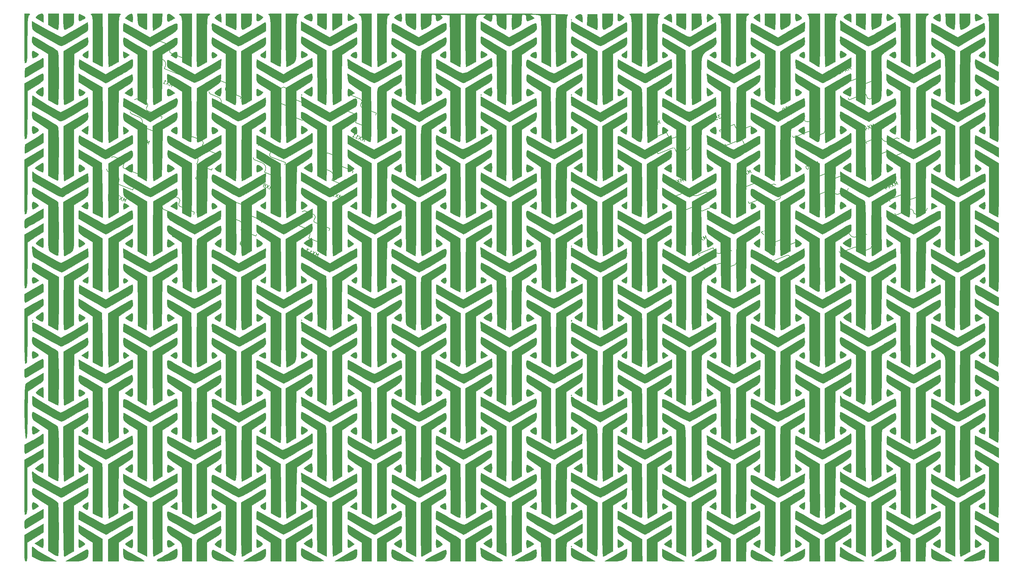
<source format=gbr>
G04 #@! TF.GenerationSoftware,KiCad,Pcbnew,(5.1.4)-1*
G04 #@! TF.CreationDate,2024-04-24T20:53:09-04:00*
G04 #@! TF.ProjectId,ThumbsUp,5468756d-6273-4557-902e-6b696361645f,rev?*
G04 #@! TF.SameCoordinates,Original*
G04 #@! TF.FileFunction,Legend,Bot*
G04 #@! TF.FilePolarity,Positive*
%FSLAX46Y46*%
G04 Gerber Fmt 4.6, Leading zero omitted, Abs format (unit mm)*
G04 Created by KiCad (PCBNEW (5.1.4)-1) date 2024-04-24 20:53:09*
%MOMM*%
%LPD*%
G04 APERTURE LIST*
%ADD10C,0.010000*%
%ADD11C,0.150000*%
G04 APERTURE END LIST*
D10*
G36*
X162476842Y-249935789D02*
G01*
X162610526Y-250069473D01*
X162744210Y-249935789D01*
X162610526Y-249802105D01*
X162476842Y-249935789D01*
X162476842Y-249935789D01*
G37*
X162476842Y-249935789D02*
X162610526Y-250069473D01*
X162744210Y-249935789D01*
X162610526Y-249802105D01*
X162476842Y-249935789D01*
G36*
X24056990Y-248424160D02*
G01*
X23986389Y-248975187D01*
X23980000Y-249245087D01*
X24015881Y-249989296D01*
X24200881Y-250270217D01*
X24651035Y-250156416D01*
X25116316Y-249916545D01*
X25639646Y-249597648D01*
X25824895Y-249331070D01*
X25632586Y-249046546D01*
X25023238Y-248673812D01*
X24180526Y-248251035D01*
X24056990Y-248424160D01*
X24056990Y-248424160D01*
G37*
X24056990Y-248424160D02*
X23986389Y-248975187D01*
X23980000Y-249245087D01*
X24015881Y-249989296D01*
X24200881Y-250270217D01*
X24651035Y-250156416D01*
X25116316Y-249916545D01*
X25639646Y-249597648D01*
X25824895Y-249331070D01*
X25632586Y-249046546D01*
X25023238Y-248673812D01*
X24180526Y-248251035D01*
X24056990Y-248424160D01*
G36*
X74055566Y-248435226D02*
G01*
X73983176Y-249028068D01*
X73977895Y-249267368D01*
X74057902Y-250025429D01*
X74332402Y-250306844D01*
X74853116Y-250132841D01*
X75310742Y-249814446D01*
X75732148Y-249433629D01*
X75851516Y-249203510D01*
X75845479Y-249196997D01*
X75328130Y-248820723D01*
X74738457Y-248454509D01*
X74285200Y-248224008D01*
X74185772Y-248197895D01*
X74055566Y-248435226D01*
X74055566Y-248435226D01*
G37*
X74055566Y-248435226D02*
X73983176Y-249028068D01*
X73977895Y-249267368D01*
X74057902Y-250025429D01*
X74332402Y-250306844D01*
X74853116Y-250132841D01*
X75310742Y-249814446D01*
X75732148Y-249433629D01*
X75851516Y-249203510D01*
X75845479Y-249196997D01*
X75328130Y-248820723D01*
X74738457Y-248454509D01*
X74285200Y-248224008D01*
X74185772Y-248197895D01*
X74055566Y-248435226D01*
G36*
X88661171Y-248322603D02*
G01*
X88032885Y-248620034D01*
X87527524Y-248975144D01*
X87346316Y-249248598D01*
X87563556Y-249464767D01*
X88087037Y-249776722D01*
X88724401Y-250087011D01*
X89283289Y-250298180D01*
X89494334Y-250336842D01*
X89656087Y-250099623D01*
X89746049Y-249507028D01*
X89752631Y-249267368D01*
X89708596Y-248568940D01*
X89528516Y-248259966D01*
X89208488Y-248197895D01*
X88661171Y-248322603D01*
X88661171Y-248322603D01*
G37*
X88661171Y-248322603D02*
X88032885Y-248620034D01*
X87527524Y-248975144D01*
X87346316Y-249248598D01*
X87563556Y-249464767D01*
X88087037Y-249776722D01*
X88724401Y-250087011D01*
X89283289Y-250298180D01*
X89494334Y-250336842D01*
X89656087Y-250099623D01*
X89746049Y-249507028D01*
X89752631Y-249267368D01*
X89708596Y-248568940D01*
X89528516Y-248259966D01*
X89208488Y-248197895D01*
X88661171Y-248322603D01*
G36*
X99720199Y-248435675D02*
G01*
X99650364Y-249027952D01*
X99645263Y-249267368D01*
X99679265Y-249988192D01*
X99857741Y-250267381D01*
X100295397Y-250164862D01*
X100834634Y-249888747D01*
X101622952Y-249462062D01*
X100834634Y-248831306D01*
X100273138Y-248420573D01*
X99887848Y-248207503D01*
X99845789Y-248199223D01*
X99720199Y-248435675D01*
X99720199Y-248435675D01*
G37*
X99720199Y-248435675D02*
X99650364Y-249027952D01*
X99645263Y-249267368D01*
X99679265Y-249988192D01*
X99857741Y-250267381D01*
X100295397Y-250164862D01*
X100834634Y-249888747D01*
X101622952Y-249462062D01*
X100834634Y-248831306D01*
X100273138Y-248420573D01*
X99887848Y-248207503D01*
X99845789Y-248199223D01*
X99720199Y-248435675D01*
G36*
X175655566Y-248435226D02*
G01*
X175583176Y-249028068D01*
X175577895Y-249267368D01*
X175657902Y-250025429D01*
X175932402Y-250306844D01*
X176453116Y-250132841D01*
X176910742Y-249814446D01*
X177332148Y-249433629D01*
X177451516Y-249203510D01*
X177445479Y-249196997D01*
X176928130Y-248820723D01*
X176338457Y-248454509D01*
X175885200Y-248224008D01*
X175785772Y-248197895D01*
X175655566Y-248435226D01*
X175655566Y-248435226D01*
G37*
X175655566Y-248435226D02*
X175583176Y-249028068D01*
X175577895Y-249267368D01*
X175657902Y-250025429D01*
X175932402Y-250306844D01*
X176453116Y-250132841D01*
X176910742Y-249814446D01*
X177332148Y-249433629D01*
X177451516Y-249203510D01*
X177445479Y-249196997D01*
X176928130Y-248820723D01*
X176338457Y-248454509D01*
X175885200Y-248224008D01*
X175785772Y-248197895D01*
X175655566Y-248435226D01*
G36*
X225585839Y-248708609D02*
G01*
X225575789Y-249267368D01*
X225639157Y-249995672D01*
X225893733Y-250275812D01*
X226436230Y-250161543D01*
X226845789Y-249973244D01*
X227351691Y-249599867D01*
X227345867Y-249205544D01*
X226822944Y-248749823D01*
X226670852Y-248656594D01*
X226014796Y-248300684D01*
X225692623Y-248295992D01*
X225585839Y-248708609D01*
X225585839Y-248708609D01*
G37*
X225585839Y-248708609D02*
X225575789Y-249267368D01*
X225639157Y-249995672D01*
X225893733Y-250275812D01*
X226436230Y-250161543D01*
X226845789Y-249973244D01*
X227351691Y-249599867D01*
X227345867Y-249205544D01*
X226822944Y-248749823D01*
X226670852Y-248656594D01*
X226014796Y-248300684D01*
X225692623Y-248295992D01*
X225585839Y-248708609D01*
G36*
X251273303Y-248671043D02*
G01*
X251243158Y-249267368D01*
X251277201Y-249988368D01*
X251455816Y-250267462D01*
X251893730Y-250164685D01*
X252431569Y-249889250D01*
X253218927Y-249463068D01*
X252483501Y-248830481D01*
X251825656Y-248335800D01*
X251444339Y-248274876D01*
X251273303Y-248671043D01*
X251273303Y-248671043D01*
G37*
X251273303Y-248671043D02*
X251243158Y-249267368D01*
X251277201Y-249988368D01*
X251455816Y-250267462D01*
X251893730Y-250164685D01*
X252431569Y-249889250D01*
X253218927Y-249463068D01*
X252483501Y-248830481D01*
X251825656Y-248335800D01*
X251444339Y-248274876D01*
X251273303Y-248671043D01*
G36*
X276155375Y-248632245D02*
G01*
X276108421Y-249267368D01*
X276165796Y-249977636D01*
X276400244Y-250269215D01*
X276905251Y-250181773D01*
X277545167Y-249876992D01*
X278313493Y-249473865D01*
X277545167Y-248845495D01*
X276819629Y-248335130D01*
X276373986Y-248258872D01*
X276155375Y-248632245D01*
X276155375Y-248632245D01*
G37*
X276155375Y-248632245D02*
X276108421Y-249267368D01*
X276165796Y-249977636D01*
X276400244Y-250269215D01*
X276905251Y-250181773D01*
X277545167Y-249876992D01*
X278313493Y-249473865D01*
X277545167Y-248845495D01*
X276819629Y-248335130D01*
X276373986Y-248258872D01*
X276155375Y-248632245D01*
G36*
X12993471Y-248329176D02*
G01*
X12476560Y-248639745D01*
X12070115Y-249004693D01*
X11934595Y-249299109D01*
X11972341Y-249356261D01*
X12249210Y-249534735D01*
X12815915Y-249882484D01*
X13084737Y-250044850D01*
X14087368Y-250647823D01*
X14087368Y-249422859D01*
X14059016Y-248670229D01*
X13925857Y-248310372D01*
X13615740Y-248202320D01*
X13460386Y-248197895D01*
X12993471Y-248329176D01*
X12993471Y-248329176D01*
G37*
X12993471Y-248329176D02*
X12476560Y-248639745D01*
X12070115Y-249004693D01*
X11934595Y-249299109D01*
X11972341Y-249356261D01*
X12249210Y-249534735D01*
X12815915Y-249882484D01*
X13084737Y-250044850D01*
X14087368Y-250647823D01*
X14087368Y-249422859D01*
X14059016Y-248670229D01*
X13925857Y-248310372D01*
X13615740Y-248202320D01*
X13460386Y-248197895D01*
X12993471Y-248329176D01*
G36*
X38373631Y-248338008D02*
G01*
X37726984Y-248817840D01*
X37006254Y-249437785D01*
X37994726Y-250020998D01*
X38626337Y-250378863D01*
X39038157Y-250584680D01*
X39101599Y-250604210D01*
X39172239Y-250365019D01*
X39214589Y-249759901D01*
X39220000Y-249401052D01*
X39138751Y-248564838D01*
X38869420Y-248215487D01*
X38373631Y-248338008D01*
X38373631Y-248338008D01*
G37*
X38373631Y-248338008D02*
X37726984Y-248817840D01*
X37006254Y-249437785D01*
X37994726Y-250020998D01*
X38626337Y-250378863D01*
X39038157Y-250584680D01*
X39101599Y-250604210D01*
X39172239Y-250365019D01*
X39214589Y-249759901D01*
X39220000Y-249401052D01*
X39138751Y-248564838D01*
X38869420Y-248215487D01*
X38373631Y-248338008D01*
G36*
X48890449Y-248635648D02*
G01*
X48845263Y-249251589D01*
X48891395Y-249947500D01*
X49006122Y-250373135D01*
X49045789Y-250415856D01*
X49381471Y-250361517D01*
X49968637Y-250089589D01*
X50154376Y-249983127D01*
X51062436Y-249439827D01*
X50288060Y-248820189D01*
X49557791Y-248320400D01*
X49109387Y-248253664D01*
X48890449Y-248635648D01*
X48890449Y-248635648D01*
G37*
X48890449Y-248635648D02*
X48845263Y-249251589D01*
X48891395Y-249947500D01*
X49006122Y-250373135D01*
X49045789Y-250415856D01*
X49381471Y-250361517D01*
X49968637Y-250089589D01*
X50154376Y-249983127D01*
X51062436Y-249439827D01*
X50288060Y-248820189D01*
X49557791Y-248320400D01*
X49109387Y-248253664D01*
X48890449Y-248635648D01*
G36*
X63535195Y-248332967D02*
G01*
X63004285Y-248649965D01*
X62523639Y-249016561D01*
X62283634Y-249300424D01*
X62282534Y-249340235D01*
X62538176Y-249615623D01*
X63076810Y-250015801D01*
X63220885Y-250109437D01*
X64085263Y-250656722D01*
X64085263Y-249427308D01*
X64054241Y-248700491D01*
X63975585Y-248259280D01*
X63925990Y-248197895D01*
X63535195Y-248332967D01*
X63535195Y-248332967D01*
G37*
X63535195Y-248332967D02*
X63004285Y-248649965D01*
X62523639Y-249016561D01*
X62283634Y-249300424D01*
X62282534Y-249340235D01*
X62538176Y-249615623D01*
X63076810Y-250015801D01*
X63220885Y-250109437D01*
X64085263Y-250656722D01*
X64085263Y-249427308D01*
X64054241Y-248700491D01*
X63975585Y-248259280D01*
X63925990Y-248197895D01*
X63535195Y-248332967D01*
G36*
X114169283Y-248324023D02*
G01*
X113588523Y-248622483D01*
X113051086Y-248973392D01*
X112758027Y-249256864D01*
X112746316Y-249298605D01*
X112954176Y-249553143D01*
X113449780Y-249894095D01*
X114041165Y-250214471D01*
X114536366Y-250407282D01*
X114729224Y-250403758D01*
X114857694Y-250030076D01*
X114888153Y-249414026D01*
X114833755Y-248767524D01*
X114707654Y-248302487D01*
X114592305Y-248197895D01*
X114169283Y-248324023D01*
X114169283Y-248324023D01*
G37*
X114169283Y-248324023D02*
X113588523Y-248622483D01*
X113051086Y-248973392D01*
X112758027Y-249256864D01*
X112746316Y-249298605D01*
X112954176Y-249553143D01*
X113449780Y-249894095D01*
X114041165Y-250214471D01*
X114536366Y-250407282D01*
X114729224Y-250403758D01*
X114857694Y-250030076D01*
X114888153Y-249414026D01*
X114833755Y-248767524D01*
X114707654Y-248302487D01*
X114592305Y-248197895D01*
X114169283Y-248324023D01*
G36*
X164783671Y-248368962D02*
G01*
X164436091Y-248516996D01*
X163825156Y-248897333D01*
X163699238Y-249255770D01*
X164066868Y-249662359D01*
X164618028Y-250010615D01*
X165685263Y-250620177D01*
X165685263Y-249558499D01*
X165603465Y-248708639D01*
X165321313Y-248327450D01*
X164783671Y-248368962D01*
X164783671Y-248368962D01*
G37*
X164783671Y-248368962D02*
X164436091Y-248516996D01*
X163825156Y-248897333D01*
X163699238Y-249255770D01*
X164066868Y-249662359D01*
X164618028Y-250010615D01*
X165685263Y-250620177D01*
X165685263Y-249558499D01*
X165603465Y-248708639D01*
X165321313Y-248327450D01*
X164783671Y-248368962D01*
G36*
X190045977Y-248349762D02*
G01*
X189358221Y-248833646D01*
X188566968Y-249466741D01*
X189692431Y-250040910D01*
X190817895Y-250615078D01*
X190817895Y-249406486D01*
X190751788Y-248584863D01*
X190514145Y-248240338D01*
X190045977Y-248349762D01*
X190045977Y-248349762D01*
G37*
X190045977Y-248349762D02*
X189358221Y-248833646D01*
X188566968Y-249466741D01*
X189692431Y-250040910D01*
X190817895Y-250615078D01*
X190817895Y-249406486D01*
X190751788Y-248584863D01*
X190514145Y-248240338D01*
X190045977Y-248349762D01*
G36*
X200743184Y-248705870D02*
G01*
X200710526Y-249401052D01*
X200723766Y-250113315D01*
X200757273Y-250532832D01*
X200777368Y-250582060D01*
X201024431Y-250441720D01*
X201558313Y-250119050D01*
X201751957Y-250000052D01*
X202659703Y-249440194D01*
X201937574Y-248819044D01*
X201288405Y-248332213D01*
X200912769Y-248283820D01*
X200743184Y-248705870D01*
X200743184Y-248705870D01*
G37*
X200743184Y-248705870D02*
X200710526Y-249401052D01*
X200723766Y-250113315D01*
X200757273Y-250532832D01*
X200777368Y-250582060D01*
X201024431Y-250441720D01*
X201558313Y-250119050D01*
X201751957Y-250000052D01*
X202659703Y-249440194D01*
X201937574Y-248819044D01*
X201288405Y-248332213D01*
X200912769Y-248283820D01*
X200743184Y-248705870D01*
G36*
X215162375Y-248329269D02*
G01*
X214623949Y-248636850D01*
X214110549Y-248990823D01*
X213824122Y-249261373D01*
X213811579Y-249298605D01*
X214019985Y-249536567D01*
X214540351Y-249907353D01*
X214747368Y-250034047D01*
X215683158Y-250586176D01*
X215683158Y-249392035D01*
X215651275Y-248677395D01*
X215570677Y-248250799D01*
X215523884Y-248197895D01*
X215162375Y-248329269D01*
X215162375Y-248329269D01*
G37*
X215162375Y-248329269D02*
X214623949Y-248636850D01*
X214110549Y-248990823D01*
X213824122Y-249261373D01*
X213811579Y-249298605D01*
X214019985Y-249536567D01*
X214540351Y-249907353D01*
X214747368Y-250034047D01*
X215683158Y-250586176D01*
X215683158Y-249392035D01*
X215651275Y-248677395D01*
X215570677Y-248250799D01*
X215523884Y-248197895D01*
X215162375Y-248329269D01*
G36*
X240176697Y-248359271D02*
G01*
X239590668Y-248702140D01*
X239226047Y-249047080D01*
X239187916Y-249335276D01*
X239527766Y-249651946D01*
X240297089Y-250082306D01*
X240481579Y-250176608D01*
X241350526Y-250617942D01*
X241350526Y-249407918D01*
X241317661Y-248656192D01*
X241176524Y-248299324D01*
X240863304Y-248199289D01*
X240791119Y-248197895D01*
X240176697Y-248359271D01*
X240176697Y-248359271D01*
G37*
X240176697Y-248359271D02*
X239590668Y-248702140D01*
X239226047Y-249047080D01*
X239187916Y-249335276D01*
X239527766Y-249651946D01*
X240297089Y-250082306D01*
X240481579Y-250176608D01*
X241350526Y-250617942D01*
X241350526Y-249407918D01*
X241317661Y-248656192D01*
X241176524Y-248299324D01*
X240863304Y-248199289D01*
X240791119Y-248197895D01*
X240176697Y-248359271D01*
G36*
X265767177Y-248324023D02*
G01*
X265186418Y-248622483D01*
X264648980Y-248973392D01*
X264355922Y-249256864D01*
X264344210Y-249298605D01*
X264552071Y-249553143D01*
X265047675Y-249894095D01*
X265639060Y-250214471D01*
X266134260Y-250407282D01*
X266327119Y-250403758D01*
X266455589Y-250030076D01*
X266486048Y-249414026D01*
X266431650Y-248767524D01*
X266305549Y-248302487D01*
X266190200Y-248197895D01*
X265767177Y-248324023D01*
X265767177Y-248324023D01*
G37*
X265767177Y-248324023D02*
X265186418Y-248622483D01*
X264648980Y-248973392D01*
X264355922Y-249256864D01*
X264344210Y-249298605D01*
X264552071Y-249553143D01*
X265047675Y-249894095D01*
X265639060Y-250214471D01*
X266134260Y-250407282D01*
X266327119Y-250403758D01*
X266455589Y-250030076D01*
X266486048Y-249414026D01*
X266431650Y-248767524D01*
X266305549Y-248302487D01*
X266190200Y-248197895D01*
X265767177Y-248324023D01*
G36*
X15424210Y-251360598D02*
G01*
X16661044Y-252051878D01*
X17400208Y-252442055D01*
X17953927Y-252692718D01*
X18131571Y-252743158D01*
X18237173Y-252496314D01*
X18317940Y-251837603D01*
X18361250Y-250889753D01*
X18365263Y-250470526D01*
X18365263Y-248197895D01*
X15424210Y-248197895D01*
X15424210Y-251360598D01*
X15424210Y-251360598D01*
G37*
X15424210Y-251360598D02*
X16661044Y-252051878D01*
X17400208Y-252442055D01*
X17953927Y-252692718D01*
X18131571Y-252743158D01*
X18237173Y-252496314D01*
X18317940Y-251837603D01*
X18361250Y-250889753D01*
X18365263Y-250470526D01*
X18365263Y-248197895D01*
X15424210Y-248197895D01*
X15424210Y-251360598D01*
G36*
X19702105Y-250470526D02*
G01*
X19716889Y-251653972D01*
X19806280Y-252361028D01*
X20037835Y-252649994D01*
X20479113Y-252579172D01*
X21197672Y-252206862D01*
X21506842Y-252027960D01*
X22138940Y-251638291D01*
X22478290Y-251291299D01*
X22615958Y-250806996D01*
X22643008Y-250005396D01*
X22643158Y-249782073D01*
X22643158Y-248197895D01*
X19702105Y-248197895D01*
X19702105Y-250470526D01*
X19702105Y-250470526D01*
G37*
X19702105Y-250470526D02*
X19716889Y-251653972D01*
X19806280Y-252361028D01*
X20037835Y-252649994D01*
X20479113Y-252579172D01*
X21197672Y-252206862D01*
X21506842Y-252027960D01*
X22138940Y-251638291D01*
X22478290Y-251291299D01*
X22615958Y-250806996D01*
X22643008Y-250005396D01*
X22643158Y-249782073D01*
X22643158Y-248197895D01*
X19702105Y-248197895D01*
X19702105Y-250470526D01*
G36*
X40610926Y-249829512D02*
G01*
X40671352Y-250737384D01*
X40803567Y-251285859D01*
X41101685Y-251649809D01*
X41659821Y-252004109D01*
X41834019Y-252102144D01*
X42520949Y-252473980D01*
X42993740Y-252705294D01*
X43104019Y-252743158D01*
X43161190Y-252496270D01*
X43204914Y-251837451D01*
X43228357Y-250889462D01*
X43230526Y-250470526D01*
X43230526Y-248197895D01*
X40531326Y-248197895D01*
X40610926Y-249829512D01*
X40610926Y-249829512D01*
G37*
X40610926Y-249829512D02*
X40671352Y-250737384D01*
X40803567Y-251285859D01*
X41101685Y-251649809D01*
X41659821Y-252004109D01*
X41834019Y-252102144D01*
X42520949Y-252473980D01*
X42993740Y-252705294D01*
X43104019Y-252743158D01*
X43161190Y-252496270D01*
X43204914Y-251837451D01*
X43228357Y-250889462D01*
X43230526Y-250470526D01*
X43230526Y-248197895D01*
X40531326Y-248197895D01*
X40610926Y-249829512D01*
G36*
X65422105Y-251397307D02*
G01*
X66750059Y-252070233D01*
X67503300Y-252439965D01*
X68046493Y-252684384D01*
X68220585Y-252743158D01*
X68285017Y-252496275D01*
X68334293Y-251837468D01*
X68360712Y-250889495D01*
X68363158Y-250470526D01*
X68363158Y-248197895D01*
X65422105Y-248197895D01*
X65422105Y-251397307D01*
X65422105Y-251397307D01*
G37*
X65422105Y-251397307D02*
X66750059Y-252070233D01*
X67503300Y-252439965D01*
X68046493Y-252684384D01*
X68220585Y-252743158D01*
X68285017Y-252496275D01*
X68334293Y-251837468D01*
X68360712Y-250889495D01*
X68363158Y-250470526D01*
X68363158Y-248197895D01*
X65422105Y-248197895D01*
X65422105Y-251397307D01*
G36*
X69700000Y-250470526D02*
G01*
X69714784Y-251653972D01*
X69804175Y-252361028D01*
X70035730Y-252649994D01*
X70477008Y-252579172D01*
X71195567Y-252206862D01*
X71504737Y-252027960D01*
X72136835Y-251638291D01*
X72476185Y-251291299D01*
X72613852Y-250806996D01*
X72640903Y-250005396D01*
X72641053Y-249782073D01*
X72641053Y-248197895D01*
X69700000Y-248197895D01*
X69700000Y-250470526D01*
X69700000Y-250470526D01*
G37*
X69700000Y-250470526D02*
X69714784Y-251653972D01*
X69804175Y-252361028D01*
X70035730Y-252649994D01*
X70477008Y-252579172D01*
X71195567Y-252206862D01*
X71504737Y-252027960D01*
X72136835Y-251638291D01*
X72476185Y-251291299D01*
X72613852Y-250806996D01*
X72640903Y-250005396D01*
X72641053Y-249782073D01*
X72641053Y-248197895D01*
X69700000Y-248197895D01*
X69700000Y-250470526D01*
G36*
X91089474Y-251355504D02*
G01*
X92273400Y-252049331D01*
X92975126Y-252444506D01*
X93474009Y-252695783D01*
X93610242Y-252743158D01*
X93679347Y-252496279D01*
X93732198Y-251837480D01*
X93760535Y-250889518D01*
X93763158Y-250470526D01*
X93763158Y-248197895D01*
X91089474Y-248197895D01*
X91089474Y-251355504D01*
X91089474Y-251355504D01*
G37*
X91089474Y-251355504D02*
X92273400Y-252049331D01*
X92975126Y-252444506D01*
X93474009Y-252695783D01*
X93610242Y-252743158D01*
X93679347Y-252496279D01*
X93732198Y-251837480D01*
X93760535Y-250889518D01*
X93763158Y-250470526D01*
X93763158Y-248197895D01*
X91089474Y-248197895D01*
X91089474Y-251355504D01*
G36*
X115954737Y-249626982D02*
G01*
X116026909Y-250656703D01*
X116263691Y-251288301D01*
X116422631Y-251466319D01*
X116914313Y-251819619D01*
X117589674Y-252221438D01*
X118251638Y-252563602D01*
X118703126Y-252737935D01*
X118748828Y-252743158D01*
X118815243Y-252496277D01*
X118866036Y-251837473D01*
X118893269Y-250889504D01*
X118895789Y-250470526D01*
X118895789Y-248197895D01*
X115954737Y-248197895D01*
X115954737Y-249626982D01*
X115954737Y-249626982D01*
G37*
X115954737Y-249626982D02*
X116026909Y-250656703D01*
X116263691Y-251288301D01*
X116422631Y-251466319D01*
X116914313Y-251819619D01*
X117589674Y-252221438D01*
X118251638Y-252563602D01*
X118703126Y-252737935D01*
X118748828Y-252743158D01*
X118815243Y-252496277D01*
X118866036Y-251837473D01*
X118893269Y-250889504D01*
X118895789Y-250470526D01*
X118895789Y-248197895D01*
X115954737Y-248197895D01*
X115954737Y-249626982D01*
G36*
X167075936Y-249857850D02*
G01*
X166996082Y-251384120D01*
X168337047Y-252063639D01*
X169096330Y-252435630D01*
X169648399Y-252682447D01*
X169831398Y-252743158D01*
X169892947Y-252496862D01*
X169923171Y-251840900D01*
X169917800Y-250899655D01*
X169907129Y-250537368D01*
X169829474Y-248331579D01*
X167155789Y-248331579D01*
X167075936Y-249857850D01*
X167075936Y-249857850D01*
G37*
X167075936Y-249857850D02*
X166996082Y-251384120D01*
X168337047Y-252063639D01*
X169096330Y-252435630D01*
X169648399Y-252682447D01*
X169831398Y-252743158D01*
X169892947Y-252496862D01*
X169923171Y-251840900D01*
X169917800Y-250899655D01*
X169907129Y-250537368D01*
X169829474Y-248331579D01*
X167155789Y-248331579D01*
X167075936Y-249857850D01*
G36*
X171300000Y-250470526D02*
G01*
X171314784Y-251653972D01*
X171404175Y-252361028D01*
X171635730Y-252649994D01*
X172077008Y-252579172D01*
X172795567Y-252206862D01*
X173104737Y-252027960D01*
X173736835Y-251638291D01*
X174076185Y-251291299D01*
X174213852Y-250806996D01*
X174240903Y-250005396D01*
X174241053Y-249782073D01*
X174241053Y-248197895D01*
X171300000Y-248197895D01*
X171300000Y-250470526D01*
X171300000Y-250470526D01*
G37*
X171300000Y-250470526D02*
X171314784Y-251653972D01*
X171404175Y-252361028D01*
X171635730Y-252649994D01*
X172077008Y-252579172D01*
X172795567Y-252206862D01*
X173104737Y-252027960D01*
X173736835Y-251638291D01*
X174076185Y-251291299D01*
X174213852Y-250806996D01*
X174240903Y-250005396D01*
X174241053Y-249782073D01*
X174241053Y-248197895D01*
X171300000Y-248197895D01*
X171300000Y-250470526D01*
G36*
X192154737Y-251355504D02*
G01*
X193338663Y-252049331D01*
X194040389Y-252444506D01*
X194539272Y-252695783D01*
X194675505Y-252743158D01*
X194744610Y-252496279D01*
X194797461Y-251837480D01*
X194825798Y-250889518D01*
X194828421Y-250470526D01*
X194828421Y-248197895D01*
X192154737Y-248197895D01*
X192154737Y-251355504D01*
X192154737Y-251355504D01*
G37*
X192154737Y-251355504D02*
X193338663Y-252049331D01*
X194040389Y-252444506D01*
X194539272Y-252695783D01*
X194675505Y-252743158D01*
X194744610Y-252496279D01*
X194797461Y-251837480D01*
X194825798Y-250889518D01*
X194828421Y-250470526D01*
X194828421Y-248197895D01*
X192154737Y-248197895D01*
X192154737Y-251355504D01*
G36*
X217020000Y-251397307D02*
G01*
X218347954Y-252070233D01*
X219101194Y-252439965D01*
X219644388Y-252684384D01*
X219818480Y-252743158D01*
X219882911Y-252496275D01*
X219932188Y-251837468D01*
X219958607Y-250889495D01*
X219961053Y-250470526D01*
X219961053Y-248197895D01*
X217020000Y-248197895D01*
X217020000Y-251397307D01*
X217020000Y-251397307D01*
G37*
X217020000Y-251397307D02*
X218347954Y-252070233D01*
X219101194Y-252439965D01*
X219644388Y-252684384D01*
X219818480Y-252743158D01*
X219882911Y-252496275D01*
X219932188Y-251837468D01*
X219958607Y-250889495D01*
X219961053Y-250470526D01*
X219961053Y-248197895D01*
X217020000Y-248197895D01*
X217020000Y-251397307D01*
G36*
X221297895Y-250470526D02*
G01*
X221312679Y-251653972D01*
X221402069Y-252361028D01*
X221633625Y-252649994D01*
X222074903Y-252579172D01*
X222793462Y-252206862D01*
X223102631Y-252027960D01*
X223734730Y-251638291D01*
X224074080Y-251291299D01*
X224211747Y-250806996D01*
X224238797Y-250005396D01*
X224238947Y-249782073D01*
X224238947Y-248197895D01*
X221297895Y-248197895D01*
X221297895Y-250470526D01*
X221297895Y-250470526D01*
G37*
X221297895Y-250470526D02*
X221312679Y-251653972D01*
X221402069Y-252361028D01*
X221633625Y-252649994D01*
X222074903Y-252579172D01*
X222793462Y-252206862D01*
X223102631Y-252027960D01*
X223734730Y-251638291D01*
X224074080Y-251291299D01*
X224211747Y-250806996D01*
X224238797Y-250005396D01*
X224238947Y-249782073D01*
X224238947Y-248197895D01*
X221297895Y-248197895D01*
X221297895Y-250470526D01*
G36*
X242687368Y-251360598D02*
G01*
X243924202Y-252051878D01*
X244634037Y-252438962D01*
X245127206Y-252689825D01*
X245261044Y-252743158D01*
X245306241Y-252496263D01*
X245340806Y-251837427D01*
X245359338Y-250889417D01*
X245361053Y-250470526D01*
X245361053Y-248197895D01*
X242687368Y-248197895D01*
X242687368Y-251360598D01*
X242687368Y-251360598D01*
G37*
X242687368Y-251360598D02*
X243924202Y-252051878D01*
X244634037Y-252438962D01*
X245127206Y-252689825D01*
X245261044Y-252743158D01*
X245306241Y-252496263D01*
X245340806Y-251837427D01*
X245359338Y-250889417D01*
X245361053Y-250470526D01*
X245361053Y-248197895D01*
X242687368Y-248197895D01*
X242687368Y-251360598D01*
G36*
X246965263Y-250470526D02*
G01*
X246987021Y-251495714D01*
X247045086Y-252277562D01*
X247128648Y-252694177D01*
X247165789Y-252731341D01*
X247506275Y-252610133D01*
X248130260Y-252318356D01*
X248435789Y-252163047D01*
X249100300Y-251809789D01*
X249532802Y-251565830D01*
X249605717Y-251517392D01*
X249675243Y-251224638D01*
X249754363Y-250554132D01*
X249814267Y-249813055D01*
X249922363Y-248197895D01*
X246965263Y-248197895D01*
X246965263Y-250470526D01*
X246965263Y-250470526D01*
G37*
X246965263Y-250470526D02*
X246987021Y-251495714D01*
X247045086Y-252277562D01*
X247128648Y-252694177D01*
X247165789Y-252731341D01*
X247506275Y-252610133D01*
X248130260Y-252318356D01*
X248435789Y-252163047D01*
X249100300Y-251809789D01*
X249532802Y-251565830D01*
X249605717Y-251517392D01*
X249675243Y-251224638D01*
X249754363Y-250554132D01*
X249814267Y-249813055D01*
X249922363Y-248197895D01*
X246965263Y-248197895D01*
X246965263Y-250470526D01*
G36*
X267874084Y-249861682D02*
G01*
X267934363Y-250781968D01*
X268061789Y-251338108D01*
X268342609Y-251700350D01*
X268863071Y-252038944D01*
X269023158Y-252129916D01*
X269704689Y-252493206D01*
X270188305Y-252711206D01*
X270293158Y-252738759D01*
X270383758Y-252493988D01*
X270453057Y-251837009D01*
X270490231Y-250890247D01*
X270493684Y-250470526D01*
X270493684Y-248197895D01*
X267794484Y-248197895D01*
X267874084Y-249861682D01*
X267874084Y-249861682D01*
G37*
X267874084Y-249861682D02*
X267934363Y-250781968D01*
X268061789Y-251338108D01*
X268342609Y-251700350D01*
X268863071Y-252038944D01*
X269023158Y-252129916D01*
X269704689Y-252493206D01*
X270188305Y-252711206D01*
X270293158Y-252738759D01*
X270383758Y-252493988D01*
X270453057Y-251837009D01*
X270490231Y-250890247D01*
X270493684Y-250470526D01*
X270493684Y-248197895D01*
X267794484Y-248197895D01*
X267874084Y-249861682D01*
G36*
X271830526Y-250470526D02*
G01*
X271847772Y-251665614D01*
X271942516Y-252382832D01*
X272179270Y-252678893D01*
X272622542Y-252610506D01*
X273336845Y-252234381D01*
X273635263Y-252057053D01*
X274266783Y-251656619D01*
X274606163Y-251302824D01*
X274744133Y-250814413D01*
X274771419Y-250010133D01*
X274771579Y-249786951D01*
X274771579Y-248197895D01*
X271830526Y-248197895D01*
X271830526Y-250470526D01*
X271830526Y-250470526D01*
G37*
X271830526Y-250470526D02*
X271847772Y-251665614D01*
X271942516Y-252382832D01*
X272179270Y-252678893D01*
X272622542Y-252610506D01*
X273336845Y-252234381D01*
X273635263Y-252057053D01*
X274266783Y-251656619D01*
X274606163Y-251302824D01*
X274744133Y-250814413D01*
X274771419Y-250010133D01*
X274771579Y-249786951D01*
X274771579Y-248197895D01*
X271830526Y-248197895D01*
X271830526Y-250470526D01*
G36*
X44834737Y-250604210D02*
G01*
X44841598Y-251660876D01*
X44859980Y-252476353D01*
X44886577Y-252932712D01*
X44901579Y-252989510D01*
X45147493Y-252851160D01*
X45706680Y-252518707D01*
X46171579Y-252237901D01*
X46831263Y-251815906D01*
X47198165Y-251448404D01*
X47368663Y-250956181D01*
X47439134Y-250160020D01*
X47454337Y-249852602D01*
X47533937Y-248197895D01*
X44834737Y-248197895D01*
X44834737Y-250604210D01*
X44834737Y-250604210D01*
G37*
X44834737Y-250604210D02*
X44841598Y-251660876D01*
X44859980Y-252476353D01*
X44886577Y-252932712D01*
X44901579Y-252989510D01*
X45147493Y-252851160D01*
X45706680Y-252518707D01*
X46171579Y-252237901D01*
X46831263Y-251815906D01*
X47198165Y-251448404D01*
X47368663Y-250956181D01*
X47439134Y-250160020D01*
X47454337Y-249852602D01*
X47533937Y-248197895D01*
X44834737Y-248197895D01*
X44834737Y-250604210D01*
G36*
X95367368Y-250604210D02*
G01*
X95374231Y-251661230D01*
X95392617Y-252477410D01*
X95419219Y-252934663D01*
X95434210Y-252991922D01*
X95677045Y-252850766D01*
X96234372Y-252505666D01*
X96771053Y-252167209D01*
X98041053Y-251361101D01*
X98041053Y-248197895D01*
X95367368Y-248197895D01*
X95367368Y-250604210D01*
X95367368Y-250604210D01*
G37*
X95367368Y-250604210D02*
X95374231Y-251661230D01*
X95392617Y-252477410D01*
X95419219Y-252934663D01*
X95434210Y-252991922D01*
X95677045Y-252850766D01*
X96234372Y-252505666D01*
X96771053Y-252167209D01*
X98041053Y-251361101D01*
X98041053Y-248197895D01*
X95367368Y-248197895D01*
X95367368Y-250604210D01*
G36*
X196432631Y-250604210D02*
G01*
X196439487Y-251659290D01*
X196457852Y-252471618D01*
X196484428Y-252923974D01*
X196499474Y-252978691D01*
X196750143Y-252842423D01*
X197324159Y-252525592D01*
X197833080Y-252243428D01*
X198559711Y-251803360D01*
X199065401Y-251428640D01*
X199203696Y-251270097D01*
X199238698Y-250866860D01*
X199214880Y-250129639D01*
X199172914Y-249599044D01*
X199038282Y-248197895D01*
X196432631Y-248197895D01*
X196432631Y-250604210D01*
X196432631Y-250604210D01*
G37*
X196432631Y-250604210D02*
X196439487Y-251659290D01*
X196457852Y-252471618D01*
X196484428Y-252923974D01*
X196499474Y-252978691D01*
X196750143Y-252842423D01*
X197324159Y-252525592D01*
X197833080Y-252243428D01*
X198559711Y-251803360D01*
X199065401Y-251428640D01*
X199203696Y-251270097D01*
X199238698Y-250866860D01*
X199214880Y-250129639D01*
X199172914Y-249599044D01*
X199038282Y-248197895D01*
X196432631Y-248197895D01*
X196432631Y-250604210D01*
G36*
X10878947Y-251495235D02*
G01*
X10900673Y-252151613D01*
X11034483Y-252594197D01*
X11383326Y-252966154D01*
X12050152Y-253410650D01*
X12416316Y-253633180D01*
X14274837Y-254740393D01*
X15907507Y-255682095D01*
X17264840Y-256431391D01*
X18297352Y-256961389D01*
X18955558Y-257245196D01*
X19138893Y-257286618D01*
X19513405Y-257154073D01*
X20248649Y-256791206D01*
X21250051Y-256248119D01*
X22423033Y-255574913D01*
X22866758Y-255311754D01*
X24066623Y-254586978D01*
X25109265Y-253943991D01*
X25904449Y-253439434D01*
X26361944Y-253129946D01*
X26426538Y-253077251D01*
X26573373Y-252663064D01*
X26615516Y-251955717D01*
X26603990Y-251733282D01*
X26520000Y-250650755D01*
X23044210Y-252655927D01*
X21807859Y-253366464D01*
X20727326Y-253982358D01*
X19891184Y-254453515D01*
X19388004Y-254729840D01*
X19292328Y-254777905D01*
X18954902Y-254694945D01*
X18218845Y-254366543D01*
X17143264Y-253823704D01*
X15787262Y-253097433D01*
X14209944Y-252218736D01*
X12470414Y-251218617D01*
X12148947Y-251030622D01*
X10878947Y-250286030D01*
X10878947Y-251495235D01*
X10878947Y-251495235D01*
G37*
X10878947Y-251495235D02*
X10900673Y-252151613D01*
X11034483Y-252594197D01*
X11383326Y-252966154D01*
X12050152Y-253410650D01*
X12416316Y-253633180D01*
X14274837Y-254740393D01*
X15907507Y-255682095D01*
X17264840Y-256431391D01*
X18297352Y-256961389D01*
X18955558Y-257245196D01*
X19138893Y-257286618D01*
X19513405Y-257154073D01*
X20248649Y-256791206D01*
X21250051Y-256248119D01*
X22423033Y-255574913D01*
X22866758Y-255311754D01*
X24066623Y-254586978D01*
X25109265Y-253943991D01*
X25904449Y-253439434D01*
X26361944Y-253129946D01*
X26426538Y-253077251D01*
X26573373Y-252663064D01*
X26615516Y-251955717D01*
X26603990Y-251733282D01*
X26520000Y-250650755D01*
X23044210Y-252655927D01*
X21807859Y-253366464D01*
X20727326Y-253982358D01*
X19891184Y-254453515D01*
X19388004Y-254729840D01*
X19292328Y-254777905D01*
X18954902Y-254694945D01*
X18218845Y-254366543D01*
X17143264Y-253823704D01*
X15787262Y-253097433D01*
X14209944Y-252218736D01*
X12470414Y-251218617D01*
X12148947Y-251030622D01*
X10878947Y-250286030D01*
X10878947Y-251495235D01*
G36*
X86555936Y-251629415D02*
G01*
X86567661Y-252876842D01*
X90402102Y-255082631D01*
X91718511Y-255822021D01*
X92902258Y-256453525D01*
X93864338Y-256932245D01*
X94515746Y-257213276D01*
X94735114Y-257268577D01*
X95131563Y-257129554D01*
X95889947Y-256760027D01*
X96916519Y-256209306D01*
X98117532Y-255526704D01*
X98709474Y-255178003D01*
X102185263Y-253107272D01*
X102267478Y-251989426D01*
X102256031Y-251204785D01*
X102081313Y-250878186D01*
X102038588Y-250871579D01*
X101708151Y-250997979D01*
X101003673Y-251346321D01*
X100013710Y-251870314D01*
X98826815Y-252523668D01*
X98178238Y-252889481D01*
X94628994Y-254907383D01*
X86544210Y-250381989D01*
X86555936Y-251629415D01*
X86555936Y-251629415D01*
G37*
X86555936Y-251629415D02*
X86567661Y-252876842D01*
X90402102Y-255082631D01*
X91718511Y-255822021D01*
X92902258Y-256453525D01*
X93864338Y-256932245D01*
X94515746Y-257213276D01*
X94735114Y-257268577D01*
X95131563Y-257129554D01*
X95889947Y-256760027D01*
X96916519Y-256209306D01*
X98117532Y-255526704D01*
X98709474Y-255178003D01*
X102185263Y-253107272D01*
X102267478Y-251989426D01*
X102256031Y-251204785D01*
X102081313Y-250878186D01*
X102038588Y-250871579D01*
X101708151Y-250997979D01*
X101003673Y-251346321D01*
X100013710Y-251870314D01*
X98826815Y-252523668D01*
X98178238Y-252889481D01*
X94628994Y-254907383D01*
X86544210Y-250381989D01*
X86555936Y-251629415D01*
G36*
X126962958Y-250867949D02*
G01*
X126297127Y-251182763D01*
X125336335Y-251684131D01*
X124163351Y-252329432D01*
X123367561Y-252782117D01*
X119684596Y-254902742D01*
X118287561Y-254134784D01*
X117393930Y-253638990D01*
X116243737Y-252994592D01*
X115044785Y-252318145D01*
X114694011Y-252119202D01*
X113714653Y-251577033D01*
X112903006Y-251153876D01*
X112375062Y-250908921D01*
X112249070Y-250871579D01*
X112105198Y-251109146D01*
X112037816Y-251706315D01*
X112039270Y-252000595D01*
X112077895Y-253129612D01*
X115687368Y-255204604D01*
X116957334Y-255920630D01*
X118084940Y-256530133D01*
X118980314Y-256986546D01*
X119553583Y-257243304D01*
X119697895Y-257282546D01*
X120105706Y-257154700D01*
X120829751Y-256812820D01*
X121731317Y-256323887D01*
X121970526Y-256185154D01*
X123697342Y-255171411D01*
X125019609Y-254391734D01*
X125990946Y-253804460D01*
X126664970Y-253367926D01*
X127095299Y-253040467D01*
X127335552Y-252780421D01*
X127439347Y-252546125D01*
X127460301Y-252295914D01*
X127452034Y-251988125D01*
X127451579Y-251926156D01*
X127404024Y-251237885D01*
X127286210Y-250819350D01*
X127251053Y-250782315D01*
X126962958Y-250867949D01*
X126962958Y-250867949D01*
G37*
X126962958Y-250867949D02*
X126297127Y-251182763D01*
X125336335Y-251684131D01*
X124163351Y-252329432D01*
X123367561Y-252782117D01*
X119684596Y-254902742D01*
X118287561Y-254134784D01*
X117393930Y-253638990D01*
X116243737Y-252994592D01*
X115044785Y-252318145D01*
X114694011Y-252119202D01*
X113714653Y-251577033D01*
X112903006Y-251153876D01*
X112375062Y-250908921D01*
X112249070Y-250871579D01*
X112105198Y-251109146D01*
X112037816Y-251706315D01*
X112039270Y-252000595D01*
X112077895Y-253129612D01*
X115687368Y-255204604D01*
X116957334Y-255920630D01*
X118084940Y-256530133D01*
X118980314Y-256986546D01*
X119553583Y-257243304D01*
X119697895Y-257282546D01*
X120105706Y-257154700D01*
X120829751Y-256812820D01*
X121731317Y-256323887D01*
X121970526Y-256185154D01*
X123697342Y-255171411D01*
X125019609Y-254391734D01*
X125990946Y-253804460D01*
X126664970Y-253367926D01*
X127095299Y-253040467D01*
X127335552Y-252780421D01*
X127439347Y-252546125D01*
X127460301Y-252295914D01*
X127452034Y-251988125D01*
X127451579Y-251926156D01*
X127404024Y-251237885D01*
X127286210Y-250819350D01*
X127251053Y-250782315D01*
X126962958Y-250867949D01*
G36*
X162525074Y-251485636D02*
G01*
X162526156Y-252274960D01*
X162728963Y-252751350D01*
X163029696Y-253009939D01*
X163766977Y-253482588D01*
X164760738Y-254079676D01*
X165913852Y-254747447D01*
X167129191Y-255432147D01*
X168309629Y-256080022D01*
X169358038Y-256637316D01*
X170177290Y-257050275D01*
X170670259Y-257265143D01*
X170751741Y-257283674D01*
X171117757Y-257152173D01*
X171851236Y-256792972D01*
X172861297Y-256253804D01*
X174057058Y-255582402D01*
X174696964Y-255211568D01*
X178227612Y-253144210D01*
X178239596Y-251858431D01*
X178209734Y-251139105D01*
X178120269Y-250726319D01*
X178051053Y-250683909D01*
X177760626Y-250850613D01*
X177093159Y-251236283D01*
X176134101Y-251791472D01*
X174968902Y-252466730D01*
X174327595Y-252838636D01*
X173100106Y-253546486D01*
X172043376Y-254147993D01*
X171240004Y-254596760D01*
X170772585Y-254846394D01*
X170689613Y-254882105D01*
X170430857Y-254756676D01*
X169785730Y-254409059D01*
X168832206Y-253882256D01*
X167648258Y-253219270D01*
X166592544Y-252622538D01*
X162610526Y-250362972D01*
X162525074Y-251485636D01*
X162525074Y-251485636D01*
G37*
X162525074Y-251485636D02*
X162526156Y-252274960D01*
X162728963Y-252751350D01*
X163029696Y-253009939D01*
X163766977Y-253482588D01*
X164760738Y-254079676D01*
X165913852Y-254747447D01*
X167129191Y-255432147D01*
X168309629Y-256080022D01*
X169358038Y-256637316D01*
X170177290Y-257050275D01*
X170670259Y-257265143D01*
X170751741Y-257283674D01*
X171117757Y-257152173D01*
X171851236Y-256792972D01*
X172861297Y-256253804D01*
X174057058Y-255582402D01*
X174696964Y-255211568D01*
X178227612Y-253144210D01*
X178239596Y-251858431D01*
X178209734Y-251139105D01*
X178120269Y-250726319D01*
X178051053Y-250683909D01*
X177760626Y-250850613D01*
X177093159Y-251236283D01*
X176134101Y-251791472D01*
X174968902Y-252466730D01*
X174327595Y-252838636D01*
X173100106Y-253546486D01*
X172043376Y-254147993D01*
X171240004Y-254596760D01*
X170772585Y-254846394D01*
X170689613Y-254882105D01*
X170430857Y-254756676D01*
X169785730Y-254409059D01*
X168832206Y-253882256D01*
X167648258Y-253219270D01*
X166592544Y-252622538D01*
X162610526Y-250362972D01*
X162525074Y-251485636D01*
G36*
X227380526Y-251090735D02*
G01*
X226566127Y-251573066D01*
X225642156Y-252100787D01*
X225442105Y-252212152D01*
X224668098Y-252647252D01*
X223647722Y-253230242D01*
X222595788Y-253838355D01*
X222549600Y-253865247D01*
X220726568Y-254927062D01*
X217098517Y-252899320D01*
X215835028Y-252201581D01*
X214730566Y-251607554D01*
X213871228Y-251162306D01*
X213343110Y-250910901D01*
X213224597Y-250871579D01*
X213091694Y-251108310D01*
X213047990Y-251703704D01*
X213060943Y-252001990D01*
X213143158Y-253132401D01*
X216752631Y-255205999D01*
X218022660Y-255921423D01*
X219150310Y-256530108D01*
X220045694Y-256985569D01*
X220618926Y-257241320D01*
X220763158Y-257280023D01*
X221124229Y-257150465D01*
X221853309Y-256793158D01*
X222859966Y-256255627D01*
X224053768Y-255585395D01*
X224697777Y-255212331D01*
X228231345Y-253144210D01*
X228240409Y-251852404D01*
X228249474Y-250560597D01*
X227380526Y-251090735D01*
X227380526Y-251090735D01*
G37*
X227380526Y-251090735D02*
X226566127Y-251573066D01*
X225642156Y-252100787D01*
X225442105Y-252212152D01*
X224668098Y-252647252D01*
X223647722Y-253230242D01*
X222595788Y-253838355D01*
X222549600Y-253865247D01*
X220726568Y-254927062D01*
X217098517Y-252899320D01*
X215835028Y-252201581D01*
X214730566Y-251607554D01*
X213871228Y-251162306D01*
X213343110Y-250910901D01*
X213224597Y-250871579D01*
X213091694Y-251108310D01*
X213047990Y-251703704D01*
X213060943Y-252001990D01*
X213143158Y-253132401D01*
X216752631Y-255205999D01*
X218022660Y-255921423D01*
X219150310Y-256530108D01*
X220045694Y-256985569D01*
X220618926Y-257241320D01*
X220763158Y-257280023D01*
X221124229Y-257150465D01*
X221853309Y-256793158D01*
X222859966Y-256255627D01*
X224053768Y-255585395D01*
X224697777Y-255212331D01*
X228231345Y-253144210D01*
X228240409Y-251852404D01*
X228249474Y-250560597D01*
X227380526Y-251090735D01*
G36*
X36605126Y-251109899D02*
G01*
X36553167Y-251709189D01*
X36548430Y-252007895D01*
X36550545Y-253144210D01*
X39556325Y-254871219D01*
X40769604Y-255568319D01*
X41885198Y-256209283D01*
X42783422Y-256725347D01*
X43344593Y-257047749D01*
X43364210Y-257059019D01*
X44166316Y-257519810D01*
X47909474Y-255313740D01*
X49308213Y-254483092D01*
X50310787Y-253863602D01*
X50985043Y-253400652D01*
X51398830Y-253039626D01*
X51619994Y-252725908D01*
X51716383Y-252404879D01*
X51738312Y-252231540D01*
X51780526Y-251603991D01*
X51723362Y-251196841D01*
X51506734Y-251018470D01*
X51070556Y-251077255D01*
X50354743Y-251381574D01*
X49299208Y-251939806D01*
X47843867Y-252760330D01*
X47810760Y-252779193D01*
X44069299Y-254911202D01*
X40457838Y-252891390D01*
X39205967Y-252196395D01*
X38122608Y-251604701D01*
X37291353Y-251161193D01*
X36795794Y-250910760D01*
X36696347Y-250871579D01*
X36605126Y-251109899D01*
X36605126Y-251109899D01*
G37*
X36605126Y-251109899D02*
X36553167Y-251709189D01*
X36548430Y-252007895D01*
X36550545Y-253144210D01*
X39556325Y-254871219D01*
X40769604Y-255568319D01*
X41885198Y-256209283D01*
X42783422Y-256725347D01*
X43344593Y-257047749D01*
X43364210Y-257059019D01*
X44166316Y-257519810D01*
X47909474Y-255313740D01*
X49308213Y-254483092D01*
X50310787Y-253863602D01*
X50985043Y-253400652D01*
X51398830Y-253039626D01*
X51619994Y-252725908D01*
X51716383Y-252404879D01*
X51738312Y-252231540D01*
X51780526Y-251603991D01*
X51723362Y-251196841D01*
X51506734Y-251018470D01*
X51070556Y-251077255D01*
X50354743Y-251381574D01*
X49299208Y-251939806D01*
X47843867Y-252760330D01*
X47810760Y-252779193D01*
X44069299Y-254911202D01*
X40457838Y-252891390D01*
X39205967Y-252196395D01*
X38122608Y-251604701D01*
X37291353Y-251161193D01*
X36795794Y-250910760D01*
X36696347Y-250871579D01*
X36605126Y-251109899D01*
G36*
X76160756Y-250856528D02*
G01*
X75492790Y-251243267D01*
X74532229Y-251799467D01*
X73364147Y-252475868D01*
X72695275Y-252863206D01*
X69140024Y-254922044D01*
X65610012Y-252963653D01*
X64351785Y-252272286D01*
X63243323Y-251675714D01*
X62375805Y-251222056D01*
X61840410Y-250959431D01*
X61729303Y-250915641D01*
X61508325Y-251011421D01*
X61441350Y-251506834D01*
X61461935Y-251964933D01*
X61523709Y-252525834D01*
X61674013Y-252936303D01*
X62007661Y-253301795D01*
X62619468Y-253727768D01*
X63550526Y-254287962D01*
X64704287Y-254961930D01*
X65903068Y-255650456D01*
X66911680Y-256218616D01*
X67026316Y-256281971D01*
X67846667Y-256744000D01*
X68492661Y-257126337D01*
X68783140Y-257316801D01*
X69118670Y-257270765D01*
X69851050Y-256962677D01*
X70926634Y-256418573D01*
X72291773Y-255664489D01*
X72850064Y-255342974D01*
X76630688Y-253144210D01*
X76641134Y-251858431D01*
X76610411Y-251140163D01*
X76520448Y-250729466D01*
X76451053Y-250688510D01*
X76160756Y-250856528D01*
X76160756Y-250856528D01*
G37*
X76160756Y-250856528D02*
X75492790Y-251243267D01*
X74532229Y-251799467D01*
X73364147Y-252475868D01*
X72695275Y-252863206D01*
X69140024Y-254922044D01*
X65610012Y-252963653D01*
X64351785Y-252272286D01*
X63243323Y-251675714D01*
X62375805Y-251222056D01*
X61840410Y-250959431D01*
X61729303Y-250915641D01*
X61508325Y-251011421D01*
X61441350Y-251506834D01*
X61461935Y-251964933D01*
X61523709Y-252525834D01*
X61674013Y-252936303D01*
X62007661Y-253301795D01*
X62619468Y-253727768D01*
X63550526Y-254287962D01*
X64704287Y-254961930D01*
X65903068Y-255650456D01*
X66911680Y-256218616D01*
X67026316Y-256281971D01*
X67846667Y-256744000D01*
X68492661Y-257126337D01*
X68783140Y-257316801D01*
X69118670Y-257270765D01*
X69851050Y-256962677D01*
X70926634Y-256418573D01*
X72291773Y-255664489D01*
X72850064Y-255342974D01*
X76630688Y-253144210D01*
X76641134Y-251858431D01*
X76610411Y-251140163D01*
X76520448Y-250729466D01*
X76451053Y-250688510D01*
X76160756Y-250856528D01*
G36*
X137078532Y-251621360D02*
G01*
X137075858Y-252129975D01*
X137113695Y-252504662D01*
X137263250Y-252813436D01*
X137595729Y-253124313D01*
X138182338Y-253505310D01*
X139094284Y-254024444D01*
X140285263Y-254684428D01*
X141256216Y-255234831D01*
X142195252Y-255785072D01*
X142691579Y-256087204D01*
X143783745Y-256757798D01*
X144544164Y-257162337D01*
X145089200Y-257326549D01*
X145535221Y-257276163D01*
X145998592Y-257036906D01*
X146245886Y-256873042D01*
X146861887Y-256473725D01*
X147273862Y-256242240D01*
X147343906Y-256218947D01*
X147612581Y-256088671D01*
X148242465Y-255734307D01*
X149138450Y-255210552D01*
X150165459Y-254596256D01*
X151307898Y-253900610D01*
X152069459Y-253403915D01*
X152527376Y-253029297D01*
X152758881Y-252699880D01*
X152841205Y-252338791D01*
X152851579Y-251922572D01*
X152783130Y-251239517D01*
X152608106Y-250888714D01*
X152551433Y-250871579D01*
X152224908Y-250997247D01*
X151522813Y-251343709D01*
X150533112Y-251865148D01*
X149343771Y-252515752D01*
X148667683Y-252894379D01*
X145084078Y-254917179D01*
X144222039Y-254397619D01*
X143503164Y-253977260D01*
X142560222Y-253442219D01*
X141889474Y-253069457D01*
X140839765Y-252487767D01*
X139627606Y-251809612D01*
X138747895Y-251313367D01*
X137076842Y-250365878D01*
X137078532Y-251621360D01*
X137078532Y-251621360D01*
G37*
X137078532Y-251621360D02*
X137075858Y-252129975D01*
X137113695Y-252504662D01*
X137263250Y-252813436D01*
X137595729Y-253124313D01*
X138182338Y-253505310D01*
X139094284Y-254024444D01*
X140285263Y-254684428D01*
X141256216Y-255234831D01*
X142195252Y-255785072D01*
X142691579Y-256087204D01*
X143783745Y-256757798D01*
X144544164Y-257162337D01*
X145089200Y-257326549D01*
X145535221Y-257276163D01*
X145998592Y-257036906D01*
X146245886Y-256873042D01*
X146861887Y-256473725D01*
X147273862Y-256242240D01*
X147343906Y-256218947D01*
X147612581Y-256088671D01*
X148242465Y-255734307D01*
X149138450Y-255210552D01*
X150165459Y-254596256D01*
X151307898Y-253900610D01*
X152069459Y-253403915D01*
X152527376Y-253029297D01*
X152758881Y-252699880D01*
X152841205Y-252338791D01*
X152851579Y-251922572D01*
X152783130Y-251239517D01*
X152608106Y-250888714D01*
X152551433Y-250871579D01*
X152224908Y-250997247D01*
X151522813Y-251343709D01*
X150533112Y-251865148D01*
X149343771Y-252515752D01*
X148667683Y-252894379D01*
X145084078Y-254917179D01*
X144222039Y-254397619D01*
X143503164Y-253977260D01*
X142560222Y-253442219D01*
X141889474Y-253069457D01*
X140839765Y-252487767D01*
X139627606Y-251809612D01*
X138747895Y-251313367D01*
X137076842Y-250365878D01*
X137078532Y-251621360D01*
G36*
X201111579Y-251834712D02*
G01*
X200005108Y-252467153D01*
X198933030Y-253077695D01*
X198080166Y-253561151D01*
X197882088Y-253672761D01*
X197097669Y-254120641D01*
X196431871Y-254512449D01*
X196266148Y-254613782D01*
X196003814Y-254714624D01*
X195652720Y-254689856D01*
X195132525Y-254507058D01*
X194362886Y-254133805D01*
X193263462Y-253537677D01*
X192405524Y-253055820D01*
X190896060Y-252201799D01*
X189792047Y-251589398D01*
X189030325Y-251202657D01*
X188547737Y-251025612D01*
X188281123Y-251042301D01*
X188167324Y-251236762D01*
X188143183Y-251593033D01*
X188145975Y-251979289D01*
X188147739Y-253144210D01*
X190479500Y-254481052D01*
X191683583Y-255171257D01*
X192908727Y-255873339D01*
X193954128Y-256472233D01*
X194287736Y-256663280D01*
X195764210Y-257508666D01*
X199352545Y-255401051D01*
X200604789Y-254659467D01*
X201698309Y-254000429D01*
X202547431Y-253476462D01*
X203066481Y-253140095D01*
X203179693Y-253054623D01*
X203311114Y-252657082D01*
X203347027Y-251957230D01*
X203334516Y-251712689D01*
X203250526Y-250609569D01*
X201111579Y-251834712D01*
X201111579Y-251834712D01*
G37*
X201111579Y-251834712D02*
X200005108Y-252467153D01*
X198933030Y-253077695D01*
X198080166Y-253561151D01*
X197882088Y-253672761D01*
X197097669Y-254120641D01*
X196431871Y-254512449D01*
X196266148Y-254613782D01*
X196003814Y-254714624D01*
X195652720Y-254689856D01*
X195132525Y-254507058D01*
X194362886Y-254133805D01*
X193263462Y-253537677D01*
X192405524Y-253055820D01*
X190896060Y-252201799D01*
X189792047Y-251589398D01*
X189030325Y-251202657D01*
X188547737Y-251025612D01*
X188281123Y-251042301D01*
X188167324Y-251236762D01*
X188143183Y-251593033D01*
X188145975Y-251979289D01*
X188147739Y-253144210D01*
X190479500Y-254481052D01*
X191683583Y-255171257D01*
X192908727Y-255873339D01*
X193954128Y-256472233D01*
X194287736Y-256663280D01*
X195764210Y-257508666D01*
X199352545Y-255401051D01*
X200604789Y-254659467D01*
X201698309Y-254000429D01*
X202547431Y-253476462D01*
X203066481Y-253140095D01*
X203179693Y-253054623D01*
X203311114Y-252657082D01*
X203347027Y-251957230D01*
X203334516Y-251712689D01*
X203250526Y-250609569D01*
X201111579Y-251834712D01*
G36*
X238253450Y-250102155D02*
G01*
X238226159Y-250549838D01*
X238232172Y-251258805D01*
X238275789Y-252849189D01*
X241617895Y-254811121D01*
X242871684Y-255545113D01*
X244012467Y-256209230D01*
X244935622Y-256742832D01*
X245536529Y-257085278D01*
X245644631Y-257145105D01*
X245928801Y-257271625D01*
X246231663Y-257301361D01*
X246633605Y-257201311D01*
X247215017Y-256938472D01*
X248056288Y-256479843D01*
X249237807Y-255792420D01*
X249914495Y-255392188D01*
X251163407Y-254646303D01*
X252252830Y-253985004D01*
X253097768Y-253460720D01*
X253613223Y-253125879D01*
X253725433Y-253041514D01*
X253848242Y-252653239D01*
X253880168Y-251958329D01*
X253867148Y-251705603D01*
X253783158Y-250595398D01*
X250975789Y-252226165D01*
X249774650Y-252918574D01*
X248642805Y-253561611D01*
X247715859Y-254078784D01*
X247172799Y-254371377D01*
X246177177Y-254885821D01*
X242303985Y-252698568D01*
X241003503Y-251943798D01*
X239874008Y-251249607D01*
X238996174Y-250668684D01*
X238450677Y-250253719D01*
X238309673Y-250089867D01*
X238253450Y-250102155D01*
X238253450Y-250102155D01*
G37*
X238253450Y-250102155D02*
X238226159Y-250549838D01*
X238232172Y-251258805D01*
X238275789Y-252849189D01*
X241617895Y-254811121D01*
X242871684Y-255545113D01*
X244012467Y-256209230D01*
X244935622Y-256742832D01*
X245536529Y-257085278D01*
X245644631Y-257145105D01*
X245928801Y-257271625D01*
X246231663Y-257301361D01*
X246633605Y-257201311D01*
X247215017Y-256938472D01*
X248056288Y-256479843D01*
X249237807Y-255792420D01*
X249914495Y-255392188D01*
X251163407Y-254646303D01*
X252252830Y-253985004D01*
X253097768Y-253460720D01*
X253613223Y-253125879D01*
X253725433Y-253041514D01*
X253848242Y-252653239D01*
X253880168Y-251958329D01*
X253867148Y-251705603D01*
X253783158Y-250595398D01*
X250975789Y-252226165D01*
X249774650Y-252918574D01*
X248642805Y-253561611D01*
X247715859Y-254078784D01*
X247172799Y-254371377D01*
X246177177Y-254885821D01*
X242303985Y-252698568D01*
X241003503Y-251943798D01*
X239874008Y-251249607D01*
X238996174Y-250668684D01*
X238450677Y-250253719D01*
X238309673Y-250089867D01*
X238253450Y-250102155D01*
G36*
X278397417Y-250949579D02*
G01*
X277724109Y-251289092D01*
X276759319Y-251808465D01*
X275587993Y-252462458D01*
X274889115Y-252861644D01*
X271305418Y-254924543D01*
X267715291Y-252898061D01*
X266467873Y-252199434D01*
X265387888Y-251604966D01*
X264559139Y-251159969D01*
X264065431Y-250909755D01*
X263967318Y-250871579D01*
X263871560Y-251110150D01*
X263815518Y-251711170D01*
X263809474Y-252027417D01*
X263809474Y-253183256D01*
X266550000Y-254752264D01*
X267753080Y-255438883D01*
X268897681Y-256088315D01*
X269840027Y-256619193D01*
X270360000Y-256908438D01*
X271429474Y-257495604D01*
X274504210Y-255658984D01*
X275707421Y-254941024D01*
X276798259Y-254291487D01*
X277666685Y-253775802D01*
X278202656Y-253459400D01*
X278247368Y-253433293D01*
X278702778Y-253049935D01*
X278891224Y-252482183D01*
X278915789Y-251957901D01*
X278867017Y-251271763D01*
X278745073Y-250872500D01*
X278694301Y-250835162D01*
X278397417Y-250949579D01*
X278397417Y-250949579D01*
G37*
X278397417Y-250949579D02*
X277724109Y-251289092D01*
X276759319Y-251808465D01*
X275587993Y-252462458D01*
X274889115Y-252861644D01*
X271305418Y-254924543D01*
X267715291Y-252898061D01*
X266467873Y-252199434D01*
X265387888Y-251604966D01*
X264559139Y-251159969D01*
X264065431Y-250909755D01*
X263967318Y-250871579D01*
X263871560Y-251110150D01*
X263815518Y-251711170D01*
X263809474Y-252027417D01*
X263809474Y-253183256D01*
X266550000Y-254752264D01*
X267753080Y-255438883D01*
X268897681Y-256088315D01*
X269840027Y-256619193D01*
X270360000Y-256908438D01*
X271429474Y-257495604D01*
X274504210Y-255658984D01*
X275707421Y-254941024D01*
X276798259Y-254291487D01*
X277666685Y-253775802D01*
X278202656Y-253459400D01*
X278247368Y-253433293D01*
X278702778Y-253049935D01*
X278891224Y-252482183D01*
X278915789Y-251957901D01*
X278867017Y-251271763D01*
X278745073Y-250872500D01*
X278694301Y-250835162D01*
X278397417Y-250949579D01*
G36*
X10888996Y-259135977D02*
G01*
X10878947Y-259694737D01*
X10915318Y-260425456D01*
X11101689Y-260699120D01*
X11553954Y-260581937D01*
X12015263Y-260343914D01*
X12591153Y-259963932D01*
X12678698Y-259641514D01*
X12274413Y-259270169D01*
X11974010Y-259083962D01*
X11317954Y-258728052D01*
X10995781Y-258723360D01*
X10888996Y-259135977D01*
X10888996Y-259135977D01*
G37*
X10888996Y-259135977D02*
X10878947Y-259694737D01*
X10915318Y-260425456D01*
X11101689Y-260699120D01*
X11553954Y-260581937D01*
X12015263Y-260343914D01*
X12591153Y-259963932D01*
X12678698Y-259641514D01*
X12274413Y-259270169D01*
X11974010Y-259083962D01*
X11317954Y-258728052D01*
X10995781Y-258723360D01*
X10888996Y-259135977D01*
G36*
X25853269Y-259105593D02*
G01*
X25220100Y-259572286D01*
X25109747Y-259975434D01*
X25519165Y-260348500D01*
X25730475Y-260453925D01*
X26304893Y-260694787D01*
X26571931Y-260654631D01*
X26649317Y-260238232D01*
X26653684Y-259707172D01*
X26653684Y-258650134D01*
X25853269Y-259105593D01*
X25853269Y-259105593D01*
G37*
X25853269Y-259105593D02*
X25220100Y-259572286D01*
X25109747Y-259975434D01*
X25519165Y-260348500D01*
X25730475Y-260453925D01*
X26304893Y-260694787D01*
X26571931Y-260654631D01*
X26649317Y-260238232D01*
X26653684Y-259707172D01*
X26653684Y-258650134D01*
X25853269Y-259105593D01*
G36*
X36546316Y-259821555D02*
G01*
X36612246Y-260512291D01*
X36855663Y-260725828D01*
X37345002Y-260489860D01*
X37639590Y-260263964D01*
X38257367Y-259763718D01*
X37401842Y-259321309D01*
X36546316Y-258878899D01*
X36546316Y-259821555D01*
X36546316Y-259821555D01*
G37*
X36546316Y-259821555D02*
X36612246Y-260512291D01*
X36855663Y-260725828D01*
X37345002Y-260489860D01*
X37639590Y-260263964D01*
X38257367Y-259763718D01*
X37401842Y-259321309D01*
X36546316Y-258878899D01*
X36546316Y-259821555D01*
G36*
X50817487Y-259153671D02*
G01*
X50491526Y-259386320D01*
X49865157Y-259868119D01*
X50548961Y-260316165D01*
X51237014Y-260690596D01*
X51619820Y-260659615D01*
X51772584Y-260193577D01*
X51786316Y-259828421D01*
X51691899Y-259140535D01*
X51382187Y-258920135D01*
X50817487Y-259153671D01*
X50817487Y-259153671D01*
G37*
X50817487Y-259153671D02*
X50491526Y-259386320D01*
X49865157Y-259868119D01*
X50548961Y-260316165D01*
X51237014Y-260690596D01*
X51619820Y-260659615D01*
X51772584Y-260193577D01*
X51786316Y-259828421D01*
X51691899Y-259140535D01*
X51382187Y-258920135D01*
X50817487Y-259153671D01*
G36*
X61422711Y-259422031D02*
G01*
X61411579Y-259828421D01*
X61511326Y-260522781D01*
X61831901Y-260739232D01*
X62405304Y-260491415D01*
X62614737Y-260341284D01*
X62959616Y-260041052D01*
X62934539Y-259804915D01*
X62512084Y-259443881D01*
X62481053Y-259419943D01*
X61864938Y-259001423D01*
X61541941Y-258990743D01*
X61422711Y-259422031D01*
X61422711Y-259422031D01*
G37*
X61422711Y-259422031D02*
X61411579Y-259828421D01*
X61511326Y-260522781D01*
X61831901Y-260739232D01*
X62405304Y-260491415D01*
X62614737Y-260341284D01*
X62959616Y-260041052D01*
X62934539Y-259804915D01*
X62512084Y-259443881D01*
X62481053Y-259419943D01*
X61864938Y-259001423D01*
X61541941Y-258990743D01*
X61422711Y-259422031D01*
G36*
X75849474Y-259160000D02*
G01*
X75242603Y-259653258D01*
X75100962Y-259999279D01*
X75415257Y-260297349D01*
X75728370Y-260453925D01*
X76297685Y-260693149D01*
X76565913Y-260656828D01*
X76646346Y-260249564D01*
X76651579Y-259676530D01*
X76651579Y-258588850D01*
X75849474Y-259160000D01*
X75849474Y-259160000D01*
G37*
X75849474Y-259160000D02*
X75242603Y-259653258D01*
X75100962Y-259999279D01*
X75415257Y-260297349D01*
X75728370Y-260453925D01*
X76297685Y-260693149D01*
X76565913Y-260656828D01*
X76646346Y-260249564D01*
X76651579Y-259676530D01*
X76651579Y-258588850D01*
X75849474Y-259160000D01*
G36*
X86621201Y-258851529D02*
G01*
X86550599Y-259402556D01*
X86544210Y-259672456D01*
X86580091Y-260416664D01*
X86765091Y-260697585D01*
X87215245Y-260583784D01*
X87680526Y-260343914D01*
X88203856Y-260025017D01*
X88389106Y-259758438D01*
X88196796Y-259473914D01*
X87587449Y-259101180D01*
X86744737Y-258678403D01*
X86621201Y-258851529D01*
X86621201Y-258851529D01*
G37*
X86621201Y-258851529D02*
X86550599Y-259402556D01*
X86544210Y-259672456D01*
X86580091Y-260416664D01*
X86765091Y-260697585D01*
X87215245Y-260583784D01*
X87680526Y-260343914D01*
X88203856Y-260025017D01*
X88389106Y-259758438D01*
X88196796Y-259473914D01*
X87587449Y-259101180D01*
X86744737Y-258678403D01*
X86621201Y-258851529D01*
G36*
X101427366Y-259126337D02*
G01*
X101106382Y-259324434D01*
X100576184Y-259736112D01*
X100536153Y-260036910D01*
X100993209Y-260344894D01*
X101171179Y-260430000D01*
X101857191Y-260704434D01*
X102197396Y-260651732D01*
X102310483Y-260209685D01*
X102318947Y-259828421D01*
X102244537Y-259150801D01*
X101971998Y-258927020D01*
X101427366Y-259126337D01*
X101427366Y-259126337D01*
G37*
X101427366Y-259126337D02*
X101106382Y-259324434D01*
X100576184Y-259736112D01*
X100536153Y-260036910D01*
X100993209Y-260344894D01*
X101171179Y-260430000D01*
X101857191Y-260704434D01*
X102197396Y-260651732D01*
X102310483Y-260209685D01*
X102318947Y-259828421D01*
X102244537Y-259150801D01*
X101971998Y-258927020D01*
X101427366Y-259126337D01*
G36*
X112147581Y-258993379D02*
G01*
X112018138Y-259458800D01*
X111995674Y-259828421D01*
X112065734Y-260521576D01*
X112365697Y-260740457D01*
X112924830Y-260497996D01*
X113147368Y-260337318D01*
X113497145Y-260030667D01*
X113473096Y-259789292D01*
X113054383Y-259412882D01*
X113050906Y-259410032D01*
X112461367Y-258989204D01*
X112147581Y-258993379D01*
X112147581Y-258993379D01*
G37*
X112147581Y-258993379D02*
X112018138Y-259458800D01*
X111995674Y-259828421D01*
X112065734Y-260521576D01*
X112365697Y-260740457D01*
X112924830Y-260497996D01*
X113147368Y-260337318D01*
X113497145Y-260030667D01*
X113473096Y-259789292D01*
X113054383Y-259412882D01*
X113050906Y-259410032D01*
X112461367Y-258989204D01*
X112147581Y-258993379D01*
G36*
X126722844Y-258938692D02*
G01*
X126363334Y-259173366D01*
X125765479Y-259662281D01*
X125635582Y-260007045D01*
X125965682Y-260307309D01*
X126261001Y-260453925D01*
X126932777Y-260713150D01*
X127264823Y-260646562D01*
X127381103Y-260194677D01*
X127394489Y-259910035D01*
X127360918Y-259122838D01*
X127158347Y-258814282D01*
X126722844Y-258938692D01*
X126722844Y-258938692D01*
G37*
X126722844Y-258938692D02*
X126363334Y-259173366D01*
X125765479Y-259662281D01*
X125635582Y-260007045D01*
X125965682Y-260307309D01*
X126261001Y-260453925D01*
X126932777Y-260713150D01*
X127264823Y-260646562D01*
X127381103Y-260194677D01*
X127394489Y-259910035D01*
X127360918Y-259122838D01*
X127158347Y-258814282D01*
X126722844Y-258938692D01*
G36*
X137153832Y-258851529D02*
G01*
X137083231Y-259402556D01*
X137076842Y-259672456D01*
X137112723Y-260416664D01*
X137297723Y-260697585D01*
X137747877Y-260583784D01*
X138213158Y-260343914D01*
X138736488Y-260025017D01*
X138921737Y-259758438D01*
X138729428Y-259473914D01*
X138120080Y-259101180D01*
X137277368Y-258678403D01*
X137153832Y-258851529D01*
X137153832Y-258851529D01*
G37*
X137153832Y-258851529D02*
X137083231Y-259402556D01*
X137076842Y-259672456D01*
X137112723Y-260416664D01*
X137297723Y-260697585D01*
X137747877Y-260583784D01*
X138213158Y-260343914D01*
X138736488Y-260025017D01*
X138921737Y-259758438D01*
X138729428Y-259473914D01*
X138120080Y-259101180D01*
X137277368Y-258678403D01*
X137153832Y-258851529D01*
G36*
X151959997Y-259126337D02*
G01*
X151639014Y-259324434D01*
X151108816Y-259736112D01*
X151068785Y-260036910D01*
X151525840Y-260344894D01*
X151703811Y-260430000D01*
X152389823Y-260704434D01*
X152730028Y-260651732D01*
X152843114Y-260209685D01*
X152851579Y-259828421D01*
X152777169Y-259150801D01*
X152504629Y-258927020D01*
X151959997Y-259126337D01*
X151959997Y-259126337D01*
G37*
X151959997Y-259126337D02*
X151639014Y-259324434D01*
X151108816Y-259736112D01*
X151068785Y-260036910D01*
X151525840Y-260344894D01*
X151703811Y-260430000D01*
X152389823Y-260704434D01*
X152730028Y-260651732D01*
X152843114Y-260209685D01*
X152851579Y-259828421D01*
X152777169Y-259150801D01*
X152504629Y-258927020D01*
X151959997Y-259126337D01*
G36*
X162507996Y-259159521D02*
G01*
X162476842Y-259694737D01*
X162557169Y-260453435D01*
X162832374Y-260734605D01*
X163353793Y-260559566D01*
X163804178Y-260245971D01*
X164463094Y-259739623D01*
X163804178Y-259191338D01*
X163122155Y-258722093D01*
X162704983Y-258705841D01*
X162507996Y-259159521D01*
X162507996Y-259159521D01*
G37*
X162507996Y-259159521D02*
X162476842Y-259694737D01*
X162557169Y-260453435D01*
X162832374Y-260734605D01*
X163353793Y-260559566D01*
X163804178Y-260245971D01*
X164463094Y-259739623D01*
X163804178Y-259191338D01*
X163122155Y-258722093D01*
X162704983Y-258705841D01*
X162507996Y-259159521D01*
G36*
X177449474Y-259160000D02*
G01*
X176842603Y-259653258D01*
X176700962Y-259999279D01*
X177015257Y-260297349D01*
X177328370Y-260453925D01*
X177897685Y-260693149D01*
X178165913Y-260656828D01*
X178246346Y-260249564D01*
X178251579Y-259676530D01*
X178251579Y-258588850D01*
X177449474Y-259160000D01*
X177449474Y-259160000D01*
G37*
X177449474Y-259160000D02*
X176842603Y-259653258D01*
X176700962Y-259999279D01*
X177015257Y-260297349D01*
X177328370Y-260453925D01*
X177897685Y-260693149D01*
X178165913Y-260656828D01*
X178246346Y-260249564D01*
X178251579Y-259676530D01*
X178251579Y-258588850D01*
X177449474Y-259160000D01*
G36*
X188227059Y-259004578D02*
G01*
X188148044Y-259472464D01*
X188144210Y-259828421D01*
X188187183Y-260490658D01*
X188400187Y-260705445D01*
X188909348Y-260549450D01*
X189146842Y-260437889D01*
X189644582Y-260115290D01*
X189656970Y-259796039D01*
X189179050Y-259384078D01*
X189089407Y-259324434D01*
X188500983Y-258976490D01*
X188227059Y-259004578D01*
X188227059Y-259004578D01*
G37*
X188227059Y-259004578D02*
X188148044Y-259472464D01*
X188144210Y-259828421D01*
X188187183Y-260490658D01*
X188400187Y-260705445D01*
X188909348Y-260549450D01*
X189146842Y-260437889D01*
X189644582Y-260115290D01*
X189656970Y-259796039D01*
X189179050Y-259384078D01*
X189089407Y-259324434D01*
X188500983Y-258976490D01*
X188227059Y-259004578D01*
G36*
X202415382Y-259153671D02*
G01*
X202089421Y-259386320D01*
X201463052Y-259868119D01*
X202146856Y-260316165D01*
X202834908Y-260690596D01*
X203217715Y-260659615D01*
X203370479Y-260193577D01*
X203384210Y-259828421D01*
X203289794Y-259140535D01*
X202980081Y-258920135D01*
X202415382Y-259153671D01*
X202415382Y-259153671D01*
G37*
X202415382Y-259153671D02*
X202089421Y-259386320D01*
X201463052Y-259868119D01*
X202146856Y-260316165D01*
X202834908Y-260690596D01*
X203217715Y-260659615D01*
X203370479Y-260193577D01*
X203384210Y-259828421D01*
X203289794Y-259140535D01*
X202980081Y-258920135D01*
X202415382Y-259153671D01*
G36*
X213020606Y-259422031D02*
G01*
X213009474Y-259828421D01*
X213109221Y-260522781D01*
X213429795Y-260739232D01*
X214003199Y-260491415D01*
X214212631Y-260341284D01*
X214557511Y-260041052D01*
X214532434Y-259804915D01*
X214109979Y-259443881D01*
X214078947Y-259419943D01*
X213462833Y-259001423D01*
X213139835Y-258990743D01*
X213020606Y-259422031D01*
X213020606Y-259422031D01*
G37*
X213020606Y-259422031D02*
X213009474Y-259828421D01*
X213109221Y-260522781D01*
X213429795Y-260739232D01*
X214003199Y-260491415D01*
X214212631Y-260341284D01*
X214557511Y-260041052D01*
X214532434Y-259804915D01*
X214109979Y-259443881D01*
X214078947Y-259419943D01*
X213462833Y-259001423D01*
X213139835Y-258990743D01*
X213020606Y-259422031D01*
G36*
X227470198Y-259152993D02*
G01*
X227239491Y-259308845D01*
X226741670Y-259750383D01*
X226748516Y-260091164D01*
X227267264Y-260426653D01*
X227326265Y-260453925D01*
X227922354Y-260701600D01*
X228183391Y-260644213D01*
X228247779Y-260187990D01*
X228249474Y-259828421D01*
X228193518Y-259139774D01*
X227964390Y-258930389D01*
X227470198Y-259152993D01*
X227470198Y-259152993D01*
G37*
X227470198Y-259152993D02*
X227239491Y-259308845D01*
X226741670Y-259750383D01*
X226748516Y-260091164D01*
X227267264Y-260426653D01*
X227326265Y-260453925D01*
X227922354Y-260701600D01*
X228183391Y-260644213D01*
X228247779Y-260187990D01*
X228249474Y-259828421D01*
X228193518Y-259139774D01*
X227964390Y-258930389D01*
X227470198Y-259152993D01*
G36*
X238152154Y-259135977D02*
G01*
X238142105Y-259694737D01*
X238178476Y-260425456D01*
X238364847Y-260699120D01*
X238817112Y-260581937D01*
X239278421Y-260343914D01*
X239854311Y-259963932D01*
X239941856Y-259641514D01*
X239537570Y-259270169D01*
X239237168Y-259083962D01*
X238581112Y-258728052D01*
X238258939Y-258723360D01*
X238152154Y-259135977D01*
X238152154Y-259135977D01*
G37*
X238152154Y-259135977D02*
X238142105Y-259694737D01*
X238178476Y-260425456D01*
X238364847Y-260699120D01*
X238817112Y-260581937D01*
X239278421Y-260343914D01*
X239854311Y-259963932D01*
X239941856Y-259641514D01*
X239537570Y-259270169D01*
X239237168Y-259083962D01*
X238581112Y-258728052D01*
X238258939Y-258723360D01*
X238152154Y-259135977D01*
G36*
X252948013Y-259153671D02*
G01*
X252622052Y-259386320D01*
X251995683Y-259868119D01*
X252679487Y-260316165D01*
X253367540Y-260690596D01*
X253750347Y-260659615D01*
X253903111Y-260193577D01*
X253916842Y-259828421D01*
X253822425Y-259140535D01*
X253512713Y-258920135D01*
X252948013Y-259153671D01*
X252948013Y-259153671D01*
G37*
X252948013Y-259153671D02*
X252622052Y-259386320D01*
X251995683Y-259868119D01*
X252679487Y-260316165D01*
X253367540Y-260690596D01*
X253750347Y-260659615D01*
X253903111Y-260193577D01*
X253916842Y-259828421D01*
X253822425Y-259140535D01*
X253512713Y-258920135D01*
X252948013Y-259153671D01*
G36*
X263838841Y-259216824D02*
G01*
X263809474Y-259819014D01*
X263863629Y-260509264D01*
X264078482Y-260719670D01*
X264532610Y-260498784D01*
X264705195Y-260372444D01*
X265033201Y-259935771D01*
X264839419Y-259500435D01*
X264329320Y-259152031D01*
X263984218Y-259023794D01*
X263838841Y-259216824D01*
X263838841Y-259216824D01*
G37*
X263838841Y-259216824D02*
X263809474Y-259819014D01*
X263863629Y-260509264D01*
X264078482Y-260719670D01*
X264532610Y-260498784D01*
X264705195Y-260372444D01*
X265033201Y-259935771D01*
X264839419Y-259500435D01*
X264329320Y-259152031D01*
X263984218Y-259023794D01*
X263838841Y-259216824D01*
G36*
X278309945Y-258977779D02*
G01*
X277949778Y-259224620D01*
X277367079Y-259705155D01*
X277234176Y-260024931D01*
X277542583Y-260298730D01*
X277858896Y-260453925D01*
X278560779Y-260716887D01*
X278918974Y-260641382D01*
X279041895Y-260174509D01*
X279049474Y-259872982D01*
X278991072Y-259104053D01*
X278768330Y-258819665D01*
X278309945Y-258977779D01*
X278309945Y-258977779D01*
G37*
X278309945Y-258977779D02*
X277949778Y-259224620D01*
X277367079Y-259705155D01*
X277234176Y-260024931D01*
X277542583Y-260298730D01*
X277858896Y-260453925D01*
X278560779Y-260716887D01*
X278918974Y-260641382D01*
X279041895Y-260174509D01*
X279049474Y-259872982D01*
X278991072Y-259104053D01*
X278768330Y-258819665D01*
X278309945Y-258977779D01*
G36*
X8740000Y-255149473D02*
G01*
X8742457Y-257013017D01*
X8749377Y-258686272D01*
X8760087Y-260099320D01*
X8773913Y-261182246D01*
X8790179Y-261865133D01*
X8806842Y-262079944D01*
X9076925Y-261976392D01*
X9207895Y-261923979D01*
X9320210Y-261746362D01*
X9406472Y-261282508D01*
X9469235Y-260483154D01*
X9511056Y-259299034D01*
X9534490Y-257680884D01*
X9542094Y-255579440D01*
X9542105Y-255482456D01*
X9546138Y-253449029D01*
X9561146Y-251883262D01*
X9591494Y-250718117D01*
X9641547Y-249886557D01*
X9715671Y-249321546D01*
X9818230Y-248956047D01*
X9953590Y-248723024D01*
X9984597Y-248686842D01*
X10246238Y-248350891D01*
X10127403Y-248219864D01*
X9583544Y-248197895D01*
X8740000Y-248197895D01*
X8740000Y-255149473D01*
X8740000Y-255149473D01*
G37*
X8740000Y-255149473D02*
X8742457Y-257013017D01*
X8749377Y-258686272D01*
X8760087Y-260099320D01*
X8773913Y-261182246D01*
X8790179Y-261865133D01*
X8806842Y-262079944D01*
X9076925Y-261976392D01*
X9207895Y-261923979D01*
X9320210Y-261746362D01*
X9406472Y-261282508D01*
X9469235Y-260483154D01*
X9511056Y-259299034D01*
X9534490Y-257680884D01*
X9542094Y-255579440D01*
X9542105Y-255482456D01*
X9546138Y-253449029D01*
X9561146Y-251883262D01*
X9591494Y-250718117D01*
X9641547Y-249886557D01*
X9715671Y-249321546D01*
X9818230Y-248956047D01*
X9953590Y-248723024D01*
X9984597Y-248686842D01*
X10246238Y-248350891D01*
X10127403Y-248219864D01*
X9583544Y-248197895D01*
X8740000Y-248197895D01*
X8740000Y-255149473D01*
G36*
X28851212Y-248206398D02*
G01*
X27918717Y-248223825D01*
X27442645Y-248279119D01*
X27344939Y-248393646D01*
X27522631Y-248570084D01*
X27670745Y-248725111D01*
X27784132Y-248980565D01*
X27867345Y-249402304D01*
X27924938Y-250056189D01*
X27961465Y-251008077D01*
X27981481Y-252323829D01*
X27989538Y-254069304D01*
X27990526Y-255336983D01*
X27990526Y-261748699D01*
X29287707Y-262454713D01*
X30016480Y-262824310D01*
X30532917Y-263035626D01*
X30691391Y-263054566D01*
X30716592Y-262770050D01*
X30734319Y-262020303D01*
X30744278Y-260874787D01*
X30746180Y-259402961D01*
X30739732Y-257674282D01*
X30724642Y-255758212D01*
X30722791Y-255573150D01*
X30647688Y-248197895D01*
X28851212Y-248206398D01*
X28851212Y-248206398D01*
G37*
X28851212Y-248206398D02*
X27918717Y-248223825D01*
X27442645Y-248279119D01*
X27344939Y-248393646D01*
X27522631Y-248570084D01*
X27670745Y-248725111D01*
X27784132Y-248980565D01*
X27867345Y-249402304D01*
X27924938Y-250056189D01*
X27961465Y-251008077D01*
X27981481Y-252323829D01*
X27989538Y-254069304D01*
X27990526Y-255336983D01*
X27990526Y-261748699D01*
X29287707Y-262454713D01*
X30016480Y-262824310D01*
X30532917Y-263035626D01*
X30691391Y-263054566D01*
X30716592Y-262770050D01*
X30734319Y-262020303D01*
X30744278Y-260874787D01*
X30746180Y-259402961D01*
X30739732Y-257674282D01*
X30724642Y-255758212D01*
X30722791Y-255573150D01*
X30647688Y-248197895D01*
X28851212Y-248206398D01*
G36*
X32268421Y-255684210D02*
G01*
X32275279Y-257622152D01*
X32294645Y-259373192D01*
X32324709Y-260869778D01*
X32363659Y-262044355D01*
X32409683Y-262829371D01*
X32460970Y-263157274D01*
X32468947Y-263162860D01*
X32795659Y-263035144D01*
X33422180Y-262714861D01*
X33938385Y-262427597D01*
X35207297Y-261700000D01*
X35208385Y-255312633D01*
X35211861Y-253284795D01*
X35224571Y-251725681D01*
X35251105Y-250569297D01*
X35296053Y-249749652D01*
X35364005Y-249200752D01*
X35459552Y-248856603D01*
X35587283Y-248651214D01*
X35677368Y-248570084D01*
X35851848Y-248387219D01*
X35727689Y-248278431D01*
X35227699Y-248224630D01*
X34274688Y-248206724D01*
X34206842Y-248206398D01*
X32268421Y-248197895D01*
X32268421Y-255684210D01*
X32268421Y-255684210D01*
G37*
X32268421Y-255684210D02*
X32275279Y-257622152D01*
X32294645Y-259373192D01*
X32324709Y-260869778D01*
X32363659Y-262044355D01*
X32409683Y-262829371D01*
X32460970Y-263157274D01*
X32468947Y-263162860D01*
X32795659Y-263035144D01*
X33422180Y-262714861D01*
X33938385Y-262427597D01*
X35207297Y-261700000D01*
X35208385Y-255312633D01*
X35211861Y-253284795D01*
X35224571Y-251725681D01*
X35251105Y-250569297D01*
X35296053Y-249749652D01*
X35364005Y-249200752D01*
X35459552Y-248856603D01*
X35587283Y-248651214D01*
X35677368Y-248570084D01*
X35851848Y-248387219D01*
X35727689Y-248278431D01*
X35227699Y-248224630D01*
X34274688Y-248206724D01*
X34206842Y-248206398D01*
X32268421Y-248197895D01*
X32268421Y-255684210D01*
G36*
X52885448Y-248205408D02*
G01*
X52362966Y-248243898D01*
X52221477Y-248337292D01*
X52384131Y-248509516D01*
X52528930Y-248614108D01*
X52715820Y-248759452D01*
X52858743Y-248945069D01*
X52963594Y-249238364D01*
X53036267Y-249706743D01*
X53082658Y-250417611D01*
X53108661Y-251438375D01*
X53120170Y-252836440D01*
X53123080Y-254679212D01*
X53123158Y-255409144D01*
X53123158Y-261787967D01*
X54359992Y-262479246D01*
X55069826Y-262866331D01*
X55562995Y-263117193D01*
X55696834Y-263170526D01*
X55722729Y-262914433D01*
X55746133Y-262191253D01*
X55766142Y-261068631D01*
X55781853Y-259614215D01*
X55792361Y-257895652D01*
X55796764Y-255980588D01*
X55796842Y-255684210D01*
X55796842Y-248197895D01*
X53865772Y-248197895D01*
X52885448Y-248205408D01*
X52885448Y-248205408D01*
G37*
X52885448Y-248205408D02*
X52362966Y-248243898D01*
X52221477Y-248337292D01*
X52384131Y-248509516D01*
X52528930Y-248614108D01*
X52715820Y-248759452D01*
X52858743Y-248945069D01*
X52963594Y-249238364D01*
X53036267Y-249706743D01*
X53082658Y-250417611D01*
X53108661Y-251438375D01*
X53120170Y-252836440D01*
X53123080Y-254679212D01*
X53123158Y-255409144D01*
X53123158Y-261787967D01*
X54359992Y-262479246D01*
X55069826Y-262866331D01*
X55562995Y-263117193D01*
X55696834Y-263170526D01*
X55722729Y-262914433D01*
X55746133Y-262191253D01*
X55766142Y-261068631D01*
X55781853Y-259614215D01*
X55792361Y-257895652D01*
X55796764Y-255980588D01*
X55796842Y-255684210D01*
X55796842Y-248197895D01*
X53865772Y-248197895D01*
X52885448Y-248205408D01*
G36*
X57133684Y-255684210D02*
G01*
X57138788Y-257979298D01*
X57155495Y-259786475D01*
X57185899Y-261152482D01*
X57232096Y-262124060D01*
X57296178Y-262747950D01*
X57380239Y-263070893D01*
X57467895Y-263143782D01*
X57882521Y-263000966D01*
X58556959Y-262668589D01*
X58938421Y-262455329D01*
X60074737Y-261793619D01*
X60074737Y-255411970D01*
X60076081Y-253404336D01*
X60084040Y-251864050D01*
X60104505Y-250723722D01*
X60143366Y-249915963D01*
X60206515Y-249373386D01*
X60299841Y-249028600D01*
X60429236Y-248814217D01*
X60600591Y-248662848D01*
X60668965Y-248614108D01*
X60931096Y-248405915D01*
X60931317Y-248281871D01*
X60593182Y-248220337D01*
X59840241Y-248199677D01*
X59198438Y-248197895D01*
X57133684Y-248197895D01*
X57133684Y-255684210D01*
X57133684Y-255684210D01*
G37*
X57133684Y-255684210D02*
X57138788Y-257979298D01*
X57155495Y-259786475D01*
X57185899Y-261152482D01*
X57232096Y-262124060D01*
X57296178Y-262747950D01*
X57380239Y-263070893D01*
X57467895Y-263143782D01*
X57882521Y-263000966D01*
X58556959Y-262668589D01*
X58938421Y-262455329D01*
X60074737Y-261793619D01*
X60074737Y-255411970D01*
X60076081Y-253404336D01*
X60084040Y-251864050D01*
X60104505Y-250723722D01*
X60143366Y-249915963D01*
X60206515Y-249373386D01*
X60299841Y-249028600D01*
X60429236Y-248814217D01*
X60600591Y-248662848D01*
X60668965Y-248614108D01*
X60931096Y-248405915D01*
X60931317Y-248281871D01*
X60593182Y-248220337D01*
X59840241Y-248199677D01*
X59198438Y-248197895D01*
X57133684Y-248197895D01*
X57133684Y-255684210D01*
G36*
X78991053Y-248206398D02*
G01*
X78010584Y-248222868D01*
X77487428Y-248274172D01*
X77344396Y-248379401D01*
X77504295Y-248557645D01*
X77520526Y-248570084D01*
X77668640Y-248725111D01*
X77782027Y-248980565D01*
X77865239Y-249402304D01*
X77922833Y-250056189D01*
X77959360Y-251008077D01*
X77979375Y-252323829D01*
X77987432Y-254069304D01*
X77988421Y-255336983D01*
X77988421Y-261748699D01*
X79285601Y-262454713D01*
X80026606Y-262813745D01*
X80571680Y-262996271D01*
X80756128Y-262987381D01*
X80801647Y-262684581D01*
X80842697Y-261917700D01*
X80877639Y-260757385D01*
X80904837Y-259274282D01*
X80922653Y-257539041D01*
X80929452Y-255622309D01*
X80929474Y-255505965D01*
X80929474Y-248197895D01*
X78991053Y-248206398D01*
X78991053Y-248206398D01*
G37*
X78991053Y-248206398D02*
X78010584Y-248222868D01*
X77487428Y-248274172D01*
X77344396Y-248379401D01*
X77504295Y-248557645D01*
X77520526Y-248570084D01*
X77668640Y-248725111D01*
X77782027Y-248980565D01*
X77865239Y-249402304D01*
X77922833Y-250056189D01*
X77959360Y-251008077D01*
X77979375Y-252323829D01*
X77987432Y-254069304D01*
X77988421Y-255336983D01*
X77988421Y-261748699D01*
X79285601Y-262454713D01*
X80026606Y-262813745D01*
X80571680Y-262996271D01*
X80756128Y-262987381D01*
X80801647Y-262684581D01*
X80842697Y-261917700D01*
X80877639Y-260757385D01*
X80904837Y-259274282D01*
X80922653Y-257539041D01*
X80929452Y-255622309D01*
X80929474Y-255505965D01*
X80929474Y-248197895D01*
X78991053Y-248206398D01*
G36*
X82266316Y-255684210D02*
G01*
X82273173Y-257621965D01*
X82292538Y-259372647D01*
X82322599Y-260868743D01*
X82361546Y-262042733D01*
X82407566Y-262827103D01*
X82458850Y-263154335D01*
X82466842Y-263159821D01*
X82820316Y-263038005D01*
X83411158Y-262755871D01*
X83469474Y-262725305D01*
X84006738Y-262442351D01*
X84420243Y-262185689D01*
X84726155Y-261885367D01*
X84940638Y-261471429D01*
X85079856Y-260873923D01*
X85159974Y-260022895D01*
X85197155Y-258848391D01*
X85207566Y-257280457D01*
X85207369Y-255249139D01*
X85207368Y-255204352D01*
X85210583Y-253195435D01*
X85223358Y-251654619D01*
X85250391Y-250515293D01*
X85296382Y-249710843D01*
X85366027Y-249174656D01*
X85464025Y-248840120D01*
X85595073Y-248640621D01*
X85675263Y-248570084D01*
X85849743Y-248387219D01*
X85725583Y-248278431D01*
X85225594Y-248224630D01*
X84272583Y-248206724D01*
X84204737Y-248206398D01*
X82266316Y-248197895D01*
X82266316Y-255684210D01*
X82266316Y-255684210D01*
G37*
X82266316Y-255684210D02*
X82273173Y-257621965D01*
X82292538Y-259372647D01*
X82322599Y-260868743D01*
X82361546Y-262042733D01*
X82407566Y-262827103D01*
X82458850Y-263154335D01*
X82466842Y-263159821D01*
X82820316Y-263038005D01*
X83411158Y-262755871D01*
X83469474Y-262725305D01*
X84006738Y-262442351D01*
X84420243Y-262185689D01*
X84726155Y-261885367D01*
X84940638Y-261471429D01*
X85079856Y-260873923D01*
X85159974Y-260022895D01*
X85197155Y-258848391D01*
X85207566Y-257280457D01*
X85207369Y-255249139D01*
X85207368Y-255204352D01*
X85210583Y-253195435D01*
X85223358Y-251654619D01*
X85250391Y-250515293D01*
X85296382Y-249710843D01*
X85366027Y-249174656D01*
X85464025Y-248840120D01*
X85595073Y-248640621D01*
X85675263Y-248570084D01*
X85849743Y-248387219D01*
X85725583Y-248278431D01*
X85225594Y-248224630D01*
X84272583Y-248206724D01*
X84204737Y-248206398D01*
X82266316Y-248197895D01*
X82266316Y-255684210D01*
G36*
X103418080Y-248205408D02*
G01*
X102895598Y-248243898D01*
X102754108Y-248337292D01*
X102916763Y-248509516D01*
X103061561Y-248614108D01*
X103248215Y-248759233D01*
X103391019Y-248944543D01*
X103495844Y-249237337D01*
X103568560Y-249704909D01*
X103615034Y-250414557D01*
X103641137Y-251433576D01*
X103652737Y-252829264D01*
X103655704Y-254668916D01*
X103655789Y-255427499D01*
X103655789Y-261824676D01*
X104992631Y-262502105D01*
X106329474Y-263179534D01*
X106329474Y-248197895D01*
X104398404Y-248197895D01*
X103418080Y-248205408D01*
X103418080Y-248205408D01*
G37*
X103418080Y-248205408D02*
X102895598Y-248243898D01*
X102754108Y-248337292D01*
X102916763Y-248509516D01*
X103061561Y-248614108D01*
X103248215Y-248759233D01*
X103391019Y-248944543D01*
X103495844Y-249237337D01*
X103568560Y-249704909D01*
X103615034Y-250414557D01*
X103641137Y-251433576D01*
X103652737Y-252829264D01*
X103655704Y-254668916D01*
X103655789Y-255427499D01*
X103655789Y-261824676D01*
X104992631Y-262502105D01*
X106329474Y-263179534D01*
X106329474Y-248197895D01*
X104398404Y-248197895D01*
X103418080Y-248205408D01*
G36*
X107933684Y-255684210D02*
G01*
X107940538Y-257620975D01*
X107959894Y-259369773D01*
X107989943Y-260863282D01*
X108028873Y-262034177D01*
X108074877Y-262815135D01*
X108126143Y-263138832D01*
X108134210Y-263143782D01*
X108465194Y-263003487D01*
X109082418Y-262676512D01*
X109471053Y-262455329D01*
X110607368Y-261793619D01*
X110607368Y-255411970D01*
X110608712Y-253404336D01*
X110616671Y-251864050D01*
X110637136Y-250723722D01*
X110675997Y-249915963D01*
X110739146Y-249373386D01*
X110832473Y-249028600D01*
X110961868Y-248814217D01*
X111133223Y-248662848D01*
X111201596Y-248614108D01*
X111471703Y-248400502D01*
X111470810Y-248276044D01*
X111122067Y-248216809D01*
X110348627Y-248198870D01*
X109864754Y-248197895D01*
X107933684Y-248197895D01*
X107933684Y-255684210D01*
X107933684Y-255684210D01*
G37*
X107933684Y-255684210D02*
X107940538Y-257620975D01*
X107959894Y-259369773D01*
X107989943Y-260863282D01*
X108028873Y-262034177D01*
X108074877Y-262815135D01*
X108126143Y-263138832D01*
X108134210Y-263143782D01*
X108465194Y-263003487D01*
X109082418Y-262676512D01*
X109471053Y-262455329D01*
X110607368Y-261793619D01*
X110607368Y-255411970D01*
X110608712Y-253404336D01*
X110616671Y-251864050D01*
X110637136Y-250723722D01*
X110675997Y-249915963D01*
X110739146Y-249373386D01*
X110832473Y-249028600D01*
X110961868Y-248814217D01*
X111133223Y-248662848D01*
X111201596Y-248614108D01*
X111471703Y-248400502D01*
X111470810Y-248276044D01*
X111122067Y-248216809D01*
X110348627Y-248198870D01*
X109864754Y-248197895D01*
X107933684Y-248197895D01*
X107933684Y-255684210D01*
G36*
X120232631Y-250465969D02*
G01*
X120257966Y-251494072D01*
X120325579Y-252280769D01*
X120422891Y-252703452D01*
X120466324Y-252743158D01*
X120815541Y-252621698D01*
X121457237Y-252310409D01*
X121936850Y-252051878D01*
X122648302Y-251631351D01*
X123015874Y-251268618D01*
X123153142Y-250767265D01*
X123173684Y-249930873D01*
X123173684Y-249912931D01*
X123191682Y-249078931D01*
X123286251Y-248647619D01*
X123518254Y-248487175D01*
X123842105Y-248465263D01*
X124294131Y-248535179D01*
X124479182Y-248849804D01*
X124510526Y-249401052D01*
X124602199Y-250084821D01*
X124906027Y-250307152D01*
X125465226Y-250081251D01*
X125847368Y-249809530D01*
X126289958Y-249437368D01*
X126334060Y-249197427D01*
X126007108Y-248898608D01*
X125981053Y-248878336D01*
X125717819Y-248644344D01*
X125761642Y-248529475D01*
X126192128Y-248504162D01*
X126916842Y-248530756D01*
X128387368Y-248598947D01*
X128530110Y-261703513D01*
X129834986Y-262437019D01*
X130577414Y-262839412D01*
X131119937Y-263105839D01*
X131300984Y-263170526D01*
X131343064Y-262914537D01*
X131381045Y-262192076D01*
X131413430Y-261071401D01*
X131438724Y-259620769D01*
X131455431Y-257908440D01*
X131462055Y-256002671D01*
X131462105Y-255817895D01*
X131462105Y-248465263D01*
X132798947Y-248465263D01*
X132798947Y-255817895D01*
X132804669Y-257738193D01*
X132820817Y-259471405D01*
X132845866Y-260949272D01*
X132878290Y-262103535D01*
X132916564Y-262865937D01*
X132959161Y-263168220D01*
X132963291Y-263170526D01*
X133270776Y-263052396D01*
X133889777Y-262747981D01*
X134433817Y-262459612D01*
X135740000Y-261748699D01*
X135740000Y-255269271D01*
X135738685Y-253186471D01*
X135746342Y-251577444D01*
X135780376Y-250381291D01*
X135858192Y-249537113D01*
X135997193Y-248984013D01*
X136214784Y-248661092D01*
X136528370Y-248507452D01*
X136955354Y-248462194D01*
X137513142Y-248464420D01*
X137684548Y-248465263D01*
X138351941Y-248481445D01*
X138559390Y-248562478D01*
X138381449Y-248757091D01*
X138264680Y-248844455D01*
X137954215Y-249087542D01*
X137898725Y-249275600D01*
X138162491Y-249510538D01*
X138809795Y-249894266D01*
X138992908Y-249998961D01*
X139715476Y-250358205D01*
X140106343Y-250349942D01*
X140262913Y-249925752D01*
X140285263Y-249356491D01*
X140341306Y-248743102D01*
X140589108Y-248500202D01*
X140953684Y-248465263D01*
X141339015Y-248504334D01*
X141538140Y-248709499D01*
X141612080Y-249212685D01*
X141622105Y-249910383D01*
X141643311Y-250756209D01*
X141780128Y-251265694D01*
X142142352Y-251637205D01*
X142806031Y-252049331D01*
X143507757Y-252444506D01*
X144006641Y-252695783D01*
X144142873Y-252743158D01*
X144213890Y-252496912D01*
X144267366Y-251842529D01*
X144294256Y-250906541D01*
X144295789Y-250604210D01*
X144295789Y-248465263D01*
X145940719Y-248465263D01*
X145853517Y-250604838D01*
X145841075Y-251597339D01*
X145885045Y-252345044D01*
X145976193Y-252721877D01*
X146010194Y-252743786D01*
X146365885Y-252617573D01*
X147001403Y-252296526D01*
X147413878Y-252063466D01*
X148080474Y-251646673D01*
X148425266Y-251277223D01*
X148554315Y-250759515D01*
X148573684Y-249924519D01*
X148591350Y-249086354D01*
X148684451Y-248651380D01*
X148913143Y-248488268D01*
X149242105Y-248465263D01*
X149694131Y-248535179D01*
X149879182Y-248849804D01*
X149910526Y-249401052D01*
X149969924Y-250044576D01*
X150211702Y-250292591D01*
X150731239Y-250179095D01*
X151314066Y-249901298D01*
X152156315Y-249465755D01*
X151538537Y-248965509D01*
X150920760Y-248465263D01*
X152233748Y-248465263D01*
X153068168Y-248527099D01*
X153697064Y-248684066D01*
X153867579Y-248786105D01*
X153979437Y-249077338D01*
X154065321Y-249726097D01*
X154127104Y-250771381D01*
X154166658Y-252252192D01*
X154185857Y-254207529D01*
X154188421Y-255465811D01*
X154188421Y-261824676D01*
X156862105Y-263179534D01*
X156862105Y-248465263D01*
X158198947Y-248465263D01*
X158198947Y-255817895D01*
X158204162Y-258090602D01*
X158221238Y-259875751D01*
X158252323Y-261220434D01*
X158299567Y-262171740D01*
X158365117Y-262776762D01*
X158451122Y-263082590D01*
X158533158Y-263143782D01*
X158947784Y-263000966D01*
X159622222Y-262668589D01*
X160003684Y-262455329D01*
X161140000Y-261793619D01*
X161140000Y-255412589D01*
X161151385Y-253226141D01*
X161184686Y-251447797D01*
X161238618Y-250108499D01*
X161311898Y-249239187D01*
X161403241Y-248870801D01*
X161411730Y-248863620D01*
X161569764Y-248549146D01*
X161535498Y-248456276D01*
X161248342Y-248415633D01*
X160462035Y-248377225D01*
X159212160Y-248341486D01*
X157534299Y-248308853D01*
X155464035Y-248279759D01*
X153036951Y-248254641D01*
X150288629Y-248233933D01*
X147254653Y-248218070D01*
X143970605Y-248207488D01*
X140810084Y-248202825D01*
X120232631Y-248188781D01*
X120232631Y-250465969D01*
X120232631Y-250465969D01*
G37*
X120232631Y-250465969D02*
X120257966Y-251494072D01*
X120325579Y-252280769D01*
X120422891Y-252703452D01*
X120466324Y-252743158D01*
X120815541Y-252621698D01*
X121457237Y-252310409D01*
X121936850Y-252051878D01*
X122648302Y-251631351D01*
X123015874Y-251268618D01*
X123153142Y-250767265D01*
X123173684Y-249930873D01*
X123173684Y-249912931D01*
X123191682Y-249078931D01*
X123286251Y-248647619D01*
X123518254Y-248487175D01*
X123842105Y-248465263D01*
X124294131Y-248535179D01*
X124479182Y-248849804D01*
X124510526Y-249401052D01*
X124602199Y-250084821D01*
X124906027Y-250307152D01*
X125465226Y-250081251D01*
X125847368Y-249809530D01*
X126289958Y-249437368D01*
X126334060Y-249197427D01*
X126007108Y-248898608D01*
X125981053Y-248878336D01*
X125717819Y-248644344D01*
X125761642Y-248529475D01*
X126192128Y-248504162D01*
X126916842Y-248530756D01*
X128387368Y-248598947D01*
X128530110Y-261703513D01*
X129834986Y-262437019D01*
X130577414Y-262839412D01*
X131119937Y-263105839D01*
X131300984Y-263170526D01*
X131343064Y-262914537D01*
X131381045Y-262192076D01*
X131413430Y-261071401D01*
X131438724Y-259620769D01*
X131455431Y-257908440D01*
X131462055Y-256002671D01*
X131462105Y-255817895D01*
X131462105Y-248465263D01*
X132798947Y-248465263D01*
X132798947Y-255817895D01*
X132804669Y-257738193D01*
X132820817Y-259471405D01*
X132845866Y-260949272D01*
X132878290Y-262103535D01*
X132916564Y-262865937D01*
X132959161Y-263168220D01*
X132963291Y-263170526D01*
X133270776Y-263052396D01*
X133889777Y-262747981D01*
X134433817Y-262459612D01*
X135740000Y-261748699D01*
X135740000Y-255269271D01*
X135738685Y-253186471D01*
X135746342Y-251577444D01*
X135780376Y-250381291D01*
X135858192Y-249537113D01*
X135997193Y-248984013D01*
X136214784Y-248661092D01*
X136528370Y-248507452D01*
X136955354Y-248462194D01*
X137513142Y-248464420D01*
X137684548Y-248465263D01*
X138351941Y-248481445D01*
X138559390Y-248562478D01*
X138381449Y-248757091D01*
X138264680Y-248844455D01*
X137954215Y-249087542D01*
X137898725Y-249275600D01*
X138162491Y-249510538D01*
X138809795Y-249894266D01*
X138992908Y-249998961D01*
X139715476Y-250358205D01*
X140106343Y-250349942D01*
X140262913Y-249925752D01*
X140285263Y-249356491D01*
X140341306Y-248743102D01*
X140589108Y-248500202D01*
X140953684Y-248465263D01*
X141339015Y-248504334D01*
X141538140Y-248709499D01*
X141612080Y-249212685D01*
X141622105Y-249910383D01*
X141643311Y-250756209D01*
X141780128Y-251265694D01*
X142142352Y-251637205D01*
X142806031Y-252049331D01*
X143507757Y-252444506D01*
X144006641Y-252695783D01*
X144142873Y-252743158D01*
X144213890Y-252496912D01*
X144267366Y-251842529D01*
X144294256Y-250906541D01*
X144295789Y-250604210D01*
X144295789Y-248465263D01*
X145940719Y-248465263D01*
X145853517Y-250604838D01*
X145841075Y-251597339D01*
X145885045Y-252345044D01*
X145976193Y-252721877D01*
X146010194Y-252743786D01*
X146365885Y-252617573D01*
X147001403Y-252296526D01*
X147413878Y-252063466D01*
X148080474Y-251646673D01*
X148425266Y-251277223D01*
X148554315Y-250759515D01*
X148573684Y-249924519D01*
X148591350Y-249086354D01*
X148684451Y-248651380D01*
X148913143Y-248488268D01*
X149242105Y-248465263D01*
X149694131Y-248535179D01*
X149879182Y-248849804D01*
X149910526Y-249401052D01*
X149969924Y-250044576D01*
X150211702Y-250292591D01*
X150731239Y-250179095D01*
X151314066Y-249901298D01*
X152156315Y-249465755D01*
X151538537Y-248965509D01*
X150920760Y-248465263D01*
X152233748Y-248465263D01*
X153068168Y-248527099D01*
X153697064Y-248684066D01*
X153867579Y-248786105D01*
X153979437Y-249077338D01*
X154065321Y-249726097D01*
X154127104Y-250771381D01*
X154166658Y-252252192D01*
X154185857Y-254207529D01*
X154188421Y-255465811D01*
X154188421Y-261824676D01*
X156862105Y-263179534D01*
X156862105Y-248465263D01*
X158198947Y-248465263D01*
X158198947Y-255817895D01*
X158204162Y-258090602D01*
X158221238Y-259875751D01*
X158252323Y-261220434D01*
X158299567Y-262171740D01*
X158365117Y-262776762D01*
X158451122Y-263082590D01*
X158533158Y-263143782D01*
X158947784Y-263000966D01*
X159622222Y-262668589D01*
X160003684Y-262455329D01*
X161140000Y-261793619D01*
X161140000Y-255412589D01*
X161151385Y-253226141D01*
X161184686Y-251447797D01*
X161238618Y-250108499D01*
X161311898Y-249239187D01*
X161403241Y-248870801D01*
X161411730Y-248863620D01*
X161569764Y-248549146D01*
X161535498Y-248456276D01*
X161248342Y-248415633D01*
X160462035Y-248377225D01*
X159212160Y-248341486D01*
X157534299Y-248308853D01*
X155464035Y-248279759D01*
X153036951Y-248254641D01*
X150288629Y-248233933D01*
X147254653Y-248218070D01*
X143970605Y-248207488D01*
X140810084Y-248202825D01*
X120232631Y-248188781D01*
X120232631Y-250465969D01*
G36*
X180591053Y-248206398D02*
G01*
X179610584Y-248222868D01*
X179087428Y-248274172D01*
X178944396Y-248379401D01*
X179104295Y-248557645D01*
X179120526Y-248570084D01*
X179268897Y-248725415D01*
X179382420Y-248981376D01*
X179465678Y-249403960D01*
X179523253Y-250059163D01*
X179559728Y-251012981D01*
X179579684Y-252331408D01*
X179587704Y-254080438D01*
X179588693Y-255312633D01*
X179588965Y-261700000D01*
X180887136Y-262429101D01*
X181625559Y-262799749D01*
X182169912Y-262991748D01*
X182357390Y-262986118D01*
X182402578Y-262683661D01*
X182443327Y-261917105D01*
X182478015Y-260757084D01*
X182505014Y-259274227D01*
X182522702Y-257539168D01*
X182529452Y-255622537D01*
X182529474Y-255505965D01*
X182529474Y-248197895D01*
X180591053Y-248206398D01*
X180591053Y-248206398D01*
G37*
X180591053Y-248206398D02*
X179610584Y-248222868D01*
X179087428Y-248274172D01*
X178944396Y-248379401D01*
X179104295Y-248557645D01*
X179120526Y-248570084D01*
X179268897Y-248725415D01*
X179382420Y-248981376D01*
X179465678Y-249403960D01*
X179523253Y-250059163D01*
X179559728Y-251012981D01*
X179579684Y-252331408D01*
X179587704Y-254080438D01*
X179588693Y-255312633D01*
X179588965Y-261700000D01*
X180887136Y-262429101D01*
X181625559Y-262799749D01*
X182169912Y-262991748D01*
X182357390Y-262986118D01*
X182402578Y-262683661D01*
X182443327Y-261917105D01*
X182478015Y-260757084D01*
X182505014Y-259274227D01*
X182522702Y-257539168D01*
X182529452Y-255622537D01*
X182529474Y-255505965D01*
X182529474Y-248197895D01*
X180591053Y-248206398D01*
G36*
X183866316Y-255684210D02*
G01*
X183873174Y-257622152D01*
X183892540Y-259373192D01*
X183922604Y-260869778D01*
X183961553Y-262044355D01*
X184007577Y-262829371D01*
X184058865Y-263157274D01*
X184066842Y-263162860D01*
X184393554Y-263035144D01*
X185020074Y-262714861D01*
X185536280Y-262427597D01*
X186805192Y-261700000D01*
X186806280Y-255312633D01*
X186809756Y-253284795D01*
X186822466Y-251725681D01*
X186849000Y-250569297D01*
X186893947Y-249749652D01*
X186961900Y-249200752D01*
X187057446Y-248856603D01*
X187185178Y-248651214D01*
X187275263Y-248570084D01*
X187449743Y-248387219D01*
X187325583Y-248278431D01*
X186825594Y-248224630D01*
X185872583Y-248206724D01*
X185804737Y-248206398D01*
X183866316Y-248197895D01*
X183866316Y-255684210D01*
X183866316Y-255684210D01*
G37*
X183866316Y-255684210D02*
X183873174Y-257622152D01*
X183892540Y-259373192D01*
X183922604Y-260869778D01*
X183961553Y-262044355D01*
X184007577Y-262829371D01*
X184058865Y-263157274D01*
X184066842Y-263162860D01*
X184393554Y-263035144D01*
X185020074Y-262714861D01*
X185536280Y-262427597D01*
X186805192Y-261700000D01*
X186806280Y-255312633D01*
X186809756Y-253284795D01*
X186822466Y-251725681D01*
X186849000Y-250569297D01*
X186893947Y-249749652D01*
X186961900Y-249200752D01*
X187057446Y-248856603D01*
X187185178Y-248651214D01*
X187275263Y-248570084D01*
X187449743Y-248387219D01*
X187325583Y-248278431D01*
X186825594Y-248224630D01*
X185872583Y-248206724D01*
X185804737Y-248206398D01*
X183866316Y-248197895D01*
X183866316Y-255684210D01*
G36*
X204483343Y-248205408D02*
G01*
X203960861Y-248243898D01*
X203819371Y-248337292D01*
X203982026Y-248509516D01*
X204126825Y-248614108D01*
X204313969Y-248759689D01*
X204457019Y-248945634D01*
X204561897Y-249239468D01*
X204634526Y-249708714D01*
X204680826Y-250420894D01*
X204706721Y-251443534D01*
X204718132Y-252844155D01*
X204720982Y-254690282D01*
X204721053Y-255389510D01*
X204721053Y-261748699D01*
X206057895Y-262476299D01*
X207394737Y-263203900D01*
X207394737Y-248197895D01*
X205463667Y-248197895D01*
X204483343Y-248205408D01*
X204483343Y-248205408D01*
G37*
X204483343Y-248205408D02*
X203960861Y-248243898D01*
X203819371Y-248337292D01*
X203982026Y-248509516D01*
X204126825Y-248614108D01*
X204313969Y-248759689D01*
X204457019Y-248945634D01*
X204561897Y-249239468D01*
X204634526Y-249708714D01*
X204680826Y-250420894D01*
X204706721Y-251443534D01*
X204718132Y-252844155D01*
X204720982Y-254690282D01*
X204721053Y-255389510D01*
X204721053Y-261748699D01*
X206057895Y-262476299D01*
X207394737Y-263203900D01*
X207394737Y-248197895D01*
X205463667Y-248197895D01*
X204483343Y-248205408D01*
G36*
X208972017Y-254815263D02*
G01*
X208962946Y-256686773D01*
X208951815Y-258417240D01*
X208939382Y-259922975D01*
X208926402Y-261120289D01*
X208913633Y-261925492D01*
X208905175Y-262211971D01*
X208944703Y-262792857D01*
X209190514Y-263013868D01*
X209715999Y-262885881D01*
X210536316Y-262453724D01*
X211672631Y-261793619D01*
X211672631Y-255411970D01*
X211673975Y-253404336D01*
X211681934Y-251864050D01*
X211702399Y-250723722D01*
X211741261Y-249915963D01*
X211804409Y-249373386D01*
X211897736Y-249028600D01*
X212027131Y-248814217D01*
X212198486Y-248662848D01*
X212266859Y-248614108D01*
X212536966Y-248400502D01*
X212536073Y-248276044D01*
X212187330Y-248216809D01*
X211413890Y-248198870D01*
X210930017Y-248197895D01*
X208998947Y-248197895D01*
X208972017Y-254815263D01*
X208972017Y-254815263D01*
G37*
X208972017Y-254815263D02*
X208962946Y-256686773D01*
X208951815Y-258417240D01*
X208939382Y-259922975D01*
X208926402Y-261120289D01*
X208913633Y-261925492D01*
X208905175Y-262211971D01*
X208944703Y-262792857D01*
X209190514Y-263013868D01*
X209715999Y-262885881D01*
X210536316Y-262453724D01*
X211672631Y-261793619D01*
X211672631Y-255411970D01*
X211673975Y-253404336D01*
X211681934Y-251864050D01*
X211702399Y-250723722D01*
X211741261Y-249915963D01*
X211804409Y-249373386D01*
X211897736Y-249028600D01*
X212027131Y-248814217D01*
X212198486Y-248662848D01*
X212266859Y-248614108D01*
X212536966Y-248400502D01*
X212536073Y-248276044D01*
X212187330Y-248216809D01*
X211413890Y-248198870D01*
X210930017Y-248197895D01*
X208998947Y-248197895D01*
X208972017Y-254815263D01*
G36*
X230588947Y-248206398D02*
G01*
X229608478Y-248222868D01*
X229085323Y-248274172D01*
X228942291Y-248379401D01*
X229102190Y-248557645D01*
X229118421Y-248570084D01*
X229267431Y-248726138D01*
X229381271Y-248983250D01*
X229464585Y-249407759D01*
X229522020Y-250066008D01*
X229558221Y-251024336D01*
X229577834Y-252349086D01*
X229585504Y-254106597D01*
X229586316Y-255251679D01*
X229586316Y-261578093D01*
X230841819Y-262374309D01*
X231570436Y-262813599D01*
X232118963Y-263102776D01*
X232312345Y-263170526D01*
X232368021Y-262914437D01*
X232418340Y-262191268D01*
X232461361Y-261068662D01*
X232495140Y-259614266D01*
X232517734Y-257895725D01*
X232527201Y-255980683D01*
X232527368Y-255684210D01*
X232527368Y-248197895D01*
X230588947Y-248206398D01*
X230588947Y-248206398D01*
G37*
X230588947Y-248206398D02*
X229608478Y-248222868D01*
X229085323Y-248274172D01*
X228942291Y-248379401D01*
X229102190Y-248557645D01*
X229118421Y-248570084D01*
X229267431Y-248726138D01*
X229381271Y-248983250D01*
X229464585Y-249407759D01*
X229522020Y-250066008D01*
X229558221Y-251024336D01*
X229577834Y-252349086D01*
X229585504Y-254106597D01*
X229586316Y-255251679D01*
X229586316Y-261578093D01*
X230841819Y-262374309D01*
X231570436Y-262813599D01*
X232118963Y-263102776D01*
X232312345Y-263170526D01*
X232368021Y-262914437D01*
X232418340Y-262191268D01*
X232461361Y-261068662D01*
X232495140Y-259614266D01*
X232517734Y-257895725D01*
X232527201Y-255980683D01*
X232527368Y-255684210D01*
X232527368Y-248197895D01*
X230588947Y-248206398D01*
G36*
X233864210Y-255684210D02*
G01*
X233871068Y-257622152D01*
X233890435Y-259373192D01*
X233920499Y-260869778D01*
X233959448Y-262044355D01*
X234005472Y-262829371D01*
X234056760Y-263157274D01*
X234064737Y-263162860D01*
X234391449Y-263035144D01*
X235017969Y-262714861D01*
X235534175Y-262427597D01*
X236803086Y-261700000D01*
X236804175Y-255312633D01*
X236807651Y-253284795D01*
X236820361Y-251725681D01*
X236846894Y-250569297D01*
X236891842Y-249749652D01*
X236959794Y-249200752D01*
X237055341Y-248856603D01*
X237183072Y-248651214D01*
X237273158Y-248570084D01*
X237447637Y-248387219D01*
X237323478Y-248278431D01*
X236823488Y-248224630D01*
X235870477Y-248206724D01*
X235802631Y-248206398D01*
X233864210Y-248197895D01*
X233864210Y-255684210D01*
X233864210Y-255684210D01*
G37*
X233864210Y-255684210D02*
X233871068Y-257622152D01*
X233890435Y-259373192D01*
X233920499Y-260869778D01*
X233959448Y-262044355D01*
X234005472Y-262829371D01*
X234056760Y-263157274D01*
X234064737Y-263162860D01*
X234391449Y-263035144D01*
X235017969Y-262714861D01*
X235534175Y-262427597D01*
X236803086Y-261700000D01*
X236804175Y-255312633D01*
X236807651Y-253284795D01*
X236820361Y-251725681D01*
X236846894Y-250569297D01*
X236891842Y-249749652D01*
X236959794Y-249200752D01*
X237055341Y-248856603D01*
X237183072Y-248651214D01*
X237273158Y-248570084D01*
X237447637Y-248387219D01*
X237323478Y-248278431D01*
X236823488Y-248224630D01*
X235870477Y-248206724D01*
X235802631Y-248206398D01*
X233864210Y-248197895D01*
X233864210Y-255684210D01*
G36*
X255015975Y-248205408D02*
G01*
X254493492Y-248243898D01*
X254352003Y-248337292D01*
X254514657Y-248509516D01*
X254659456Y-248614108D01*
X254846600Y-248759689D01*
X254989651Y-248945634D01*
X255094529Y-249239468D01*
X255167157Y-249708714D01*
X255213458Y-250420894D01*
X255239353Y-251443534D01*
X255250764Y-252844155D01*
X255253613Y-254690282D01*
X255253684Y-255389510D01*
X255253684Y-261748699D01*
X256590526Y-262476299D01*
X257927368Y-263203900D01*
X257927368Y-248197895D01*
X255996298Y-248197895D01*
X255015975Y-248205408D01*
X255015975Y-248205408D01*
G37*
X255015975Y-248205408D02*
X254493492Y-248243898D01*
X254352003Y-248337292D01*
X254514657Y-248509516D01*
X254659456Y-248614108D01*
X254846600Y-248759689D01*
X254989651Y-248945634D01*
X255094529Y-249239468D01*
X255167157Y-249708714D01*
X255213458Y-250420894D01*
X255239353Y-251443534D01*
X255250764Y-252844155D01*
X255253613Y-254690282D01*
X255253684Y-255389510D01*
X255253684Y-261748699D01*
X256590526Y-262476299D01*
X257927368Y-263203900D01*
X257927368Y-248197895D01*
X255996298Y-248197895D01*
X255015975Y-248205408D01*
G36*
X259531579Y-255684210D02*
G01*
X259538433Y-257620975D01*
X259557789Y-259369773D01*
X259587838Y-260863282D01*
X259626768Y-262034177D01*
X259672771Y-262815135D01*
X259724037Y-263138832D01*
X259732105Y-263143782D01*
X260063089Y-263003487D01*
X260680313Y-262676512D01*
X261068947Y-262455329D01*
X262205263Y-261793619D01*
X262205263Y-255411970D01*
X262206607Y-253404336D01*
X262214566Y-251864050D01*
X262235031Y-250723722D01*
X262273892Y-249915963D01*
X262337041Y-249373386D01*
X262430367Y-249028600D01*
X262559763Y-248814217D01*
X262731117Y-248662848D01*
X262799491Y-248614108D01*
X263069598Y-248400502D01*
X263068705Y-248276044D01*
X262719962Y-248216809D01*
X261946521Y-248198870D01*
X261462649Y-248197895D01*
X259531579Y-248197895D01*
X259531579Y-255684210D01*
X259531579Y-255684210D01*
G37*
X259531579Y-255684210D02*
X259538433Y-257620975D01*
X259557789Y-259369773D01*
X259587838Y-260863282D01*
X259626768Y-262034177D01*
X259672771Y-262815135D01*
X259724037Y-263138832D01*
X259732105Y-263143782D01*
X260063089Y-263003487D01*
X260680313Y-262676512D01*
X261068947Y-262455329D01*
X262205263Y-261793619D01*
X262205263Y-255411970D01*
X262206607Y-253404336D01*
X262214566Y-251864050D01*
X262235031Y-250723722D01*
X262273892Y-249915963D01*
X262337041Y-249373386D01*
X262430367Y-249028600D01*
X262559763Y-248814217D01*
X262731117Y-248662848D01*
X262799491Y-248614108D01*
X263069598Y-248400502D01*
X263068705Y-248276044D01*
X262719962Y-248216809D01*
X261946521Y-248198870D01*
X261462649Y-248197895D01*
X259531579Y-248197895D01*
X259531579Y-255684210D01*
G36*
X280987895Y-248206025D02*
G01*
X280046898Y-248229822D01*
X279587300Y-248297731D01*
X279556791Y-248420733D01*
X279651053Y-248486679D01*
X279799061Y-248613455D01*
X279912355Y-248842769D01*
X279995498Y-249239712D01*
X280053055Y-249869373D01*
X280089589Y-250796842D01*
X280109664Y-252087209D01*
X280117846Y-253805564D01*
X280118947Y-255159405D01*
X280118947Y-261559608D01*
X281121579Y-262183363D01*
X281816483Y-262613407D01*
X282349742Y-262939478D01*
X282458421Y-263004601D01*
X282559784Y-262960807D01*
X282639698Y-262664853D01*
X282700308Y-262069845D01*
X282743761Y-261128886D01*
X282772202Y-259795083D01*
X282787776Y-258021540D01*
X282792629Y-255761362D01*
X282792631Y-255699990D01*
X282792631Y-248197895D01*
X280987895Y-248206025D01*
X280987895Y-248206025D01*
G37*
X280987895Y-248206025D02*
X280046898Y-248229822D01*
X279587300Y-248297731D01*
X279556791Y-248420733D01*
X279651053Y-248486679D01*
X279799061Y-248613455D01*
X279912355Y-248842769D01*
X279995498Y-249239712D01*
X280053055Y-249869373D01*
X280089589Y-250796842D01*
X280109664Y-252087209D01*
X280117846Y-253805564D01*
X280118947Y-255159405D01*
X280118947Y-261559608D01*
X281121579Y-262183363D01*
X281816483Y-262613407D01*
X282349742Y-262939478D01*
X282458421Y-263004601D01*
X282559784Y-262960807D01*
X282639698Y-262664853D01*
X282700308Y-262069845D01*
X282743761Y-261128886D01*
X282772202Y-259795083D01*
X282787776Y-258021540D01*
X282792629Y-255761362D01*
X282792631Y-255699990D01*
X282792631Y-248197895D01*
X280987895Y-248206025D01*
G36*
X13763338Y-260760936D02*
G01*
X13753158Y-260769742D01*
X13384748Y-261023369D01*
X12669778Y-261463077D01*
X11729299Y-262015553D01*
X11146316Y-262348529D01*
X8873684Y-263633333D01*
X8792193Y-264872456D01*
X8785677Y-265600800D01*
X8861485Y-266045790D01*
X8925877Y-266110556D01*
X9230354Y-265980134D01*
X9887185Y-265627979D01*
X10792583Y-265111426D01*
X11614210Y-264625493D01*
X14087368Y-263141453D01*
X14087368Y-261808606D01*
X14059735Y-261030775D01*
X13960095Y-260707569D01*
X13763338Y-260760936D01*
X13763338Y-260760936D01*
G37*
X13763338Y-260760936D02*
X13753158Y-260769742D01*
X13384748Y-261023369D01*
X12669778Y-261463077D01*
X11729299Y-262015553D01*
X11146316Y-262348529D01*
X8873684Y-263633333D01*
X8792193Y-264872456D01*
X8785677Y-265600800D01*
X8861485Y-266045790D01*
X8925877Y-266110556D01*
X9230354Y-265980134D01*
X9887185Y-265627979D01*
X10792583Y-265111426D01*
X11614210Y-264625493D01*
X14087368Y-263141453D01*
X14087368Y-261808606D01*
X14059735Y-261030775D01*
X13960095Y-260707569D01*
X13763338Y-260760936D01*
G36*
X276195397Y-261250755D02*
G01*
X276145871Y-261819714D01*
X276159489Y-262235008D01*
X276245517Y-263002968D01*
X276463488Y-263483131D01*
X276945859Y-263874275D01*
X277445263Y-264164535D01*
X278288028Y-264638998D01*
X279368084Y-265253036D01*
X280459891Y-265878398D01*
X280520000Y-265912991D01*
X281418228Y-266429578D01*
X282136581Y-266841774D01*
X282549803Y-267077735D01*
X282592105Y-267101519D01*
X282706289Y-266929714D01*
X282775743Y-266368345D01*
X282786138Y-265926832D01*
X282779644Y-264641052D01*
X279676792Y-262903158D01*
X278508084Y-262251784D01*
X277501607Y-261696858D01*
X276752176Y-261290220D01*
X276354609Y-261083706D01*
X276325406Y-261070882D01*
X276195397Y-261250755D01*
X276195397Y-261250755D01*
G37*
X276195397Y-261250755D02*
X276145871Y-261819714D01*
X276159489Y-262235008D01*
X276245517Y-263002968D01*
X276463488Y-263483131D01*
X276945859Y-263874275D01*
X277445263Y-264164535D01*
X278288028Y-264638998D01*
X279368084Y-265253036D01*
X280459891Y-265878398D01*
X280520000Y-265912991D01*
X281418228Y-266429578D01*
X282136581Y-266841774D01*
X282549803Y-267077735D01*
X282592105Y-267101519D01*
X282706289Y-266929714D01*
X282775743Y-266368345D01*
X282786138Y-265926832D01*
X282779644Y-264641052D01*
X279676792Y-262903158D01*
X278508084Y-262251784D01*
X277501607Y-261696858D01*
X276752176Y-261290220D01*
X276354609Y-261083706D01*
X276325406Y-261070882D01*
X276195397Y-261250755D01*
G36*
X38819741Y-261156434D02*
G01*
X38228907Y-261478692D01*
X37680353Y-261795616D01*
X36632882Y-262404422D01*
X35494591Y-263053352D01*
X35061745Y-263296128D01*
X34075330Y-263850437D01*
X33075257Y-264420219D01*
X32669474Y-264654498D01*
X31600000Y-265276392D01*
X24113684Y-261047202D01*
X24028677Y-262166010D01*
X24043665Y-263008087D01*
X24281092Y-263513880D01*
X24429729Y-263646011D01*
X24877401Y-263938474D01*
X25647510Y-264402146D01*
X26640035Y-264980716D01*
X27754954Y-265617875D01*
X28892248Y-266257312D01*
X29951894Y-266842717D01*
X30833871Y-267317782D01*
X31438159Y-267626194D01*
X31657799Y-267715278D01*
X31963543Y-267585212D01*
X32614599Y-267235922D01*
X33500637Y-266728069D01*
X34089255Y-266378436D01*
X35049728Y-265807361D01*
X35826288Y-265358038D01*
X36314088Y-265090459D01*
X36424712Y-265042105D01*
X36694961Y-264913208D01*
X37279128Y-264579126D01*
X37879141Y-264217066D01*
X38632640Y-263727405D01*
X39033263Y-263337661D01*
X39192038Y-262881789D01*
X39220000Y-262211803D01*
X39195320Y-261501965D01*
X39133008Y-261081232D01*
X39098082Y-261031579D01*
X38819741Y-261156434D01*
X38819741Y-261156434D01*
G37*
X38819741Y-261156434D02*
X38228907Y-261478692D01*
X37680353Y-261795616D01*
X36632882Y-262404422D01*
X35494591Y-263053352D01*
X35061745Y-263296128D01*
X34075330Y-263850437D01*
X33075257Y-264420219D01*
X32669474Y-264654498D01*
X31600000Y-265276392D01*
X24113684Y-261047202D01*
X24028677Y-262166010D01*
X24043665Y-263008087D01*
X24281092Y-263513880D01*
X24429729Y-263646011D01*
X24877401Y-263938474D01*
X25647510Y-264402146D01*
X26640035Y-264980716D01*
X27754954Y-265617875D01*
X28892248Y-266257312D01*
X29951894Y-266842717D01*
X30833871Y-267317782D01*
X31438159Y-267626194D01*
X31657799Y-267715278D01*
X31963543Y-267585212D01*
X32614599Y-267235922D01*
X33500637Y-266728069D01*
X34089255Y-266378436D01*
X35049728Y-265807361D01*
X35826288Y-265358038D01*
X36314088Y-265090459D01*
X36424712Y-265042105D01*
X36694961Y-264913208D01*
X37279128Y-264579126D01*
X37879141Y-264217066D01*
X38632640Y-263727405D01*
X39033263Y-263337661D01*
X39192038Y-262881789D01*
X39220000Y-262211803D01*
X39195320Y-261501965D01*
X39133008Y-261081232D01*
X39098082Y-261031579D01*
X38819741Y-261156434D01*
G36*
X62964428Y-261649324D02*
G01*
X62241637Y-262062351D01*
X61212173Y-262650418D01*
X60033748Y-263323440D01*
X59231543Y-263781522D01*
X56650455Y-265255289D01*
X52889584Y-263179955D01*
X51612137Y-262487993D01*
X50502815Y-261911671D01*
X49643101Y-261491361D01*
X49114477Y-261267435D01*
X48986988Y-261246345D01*
X48894002Y-261582782D01*
X48846752Y-262230027D01*
X48845263Y-262374134D01*
X48857394Y-262757071D01*
X48939359Y-263070444D01*
X49159513Y-263373148D01*
X49586212Y-263724077D01*
X50287813Y-264182125D01*
X51332672Y-264806187D01*
X52370853Y-265411715D01*
X53640236Y-266137655D01*
X54782551Y-266767373D01*
X55702018Y-267249828D01*
X56302857Y-267533978D01*
X56448221Y-267584568D01*
X56945763Y-267491013D01*
X57856959Y-267091082D01*
X59163530Y-266393640D01*
X60475789Y-265630654D01*
X63951579Y-263555403D01*
X64033901Y-262273148D01*
X64116224Y-260990893D01*
X62964428Y-261649324D01*
X62964428Y-261649324D01*
G37*
X62964428Y-261649324D02*
X62241637Y-262062351D01*
X61212173Y-262650418D01*
X60033748Y-263323440D01*
X59231543Y-263781522D01*
X56650455Y-265255289D01*
X52889584Y-263179955D01*
X51612137Y-262487993D01*
X50502815Y-261911671D01*
X49643101Y-261491361D01*
X49114477Y-261267435D01*
X48986988Y-261246345D01*
X48894002Y-261582782D01*
X48846752Y-262230027D01*
X48845263Y-262374134D01*
X48857394Y-262757071D01*
X48939359Y-263070444D01*
X49159513Y-263373148D01*
X49586212Y-263724077D01*
X50287813Y-264182125D01*
X51332672Y-264806187D01*
X52370853Y-265411715D01*
X53640236Y-266137655D01*
X54782551Y-266767373D01*
X55702018Y-267249828D01*
X56302857Y-267533978D01*
X56448221Y-267584568D01*
X56945763Y-267491013D01*
X57856959Y-267091082D01*
X59163530Y-266393640D01*
X60475789Y-265630654D01*
X63951579Y-263555403D01*
X64033901Y-262273148D01*
X64116224Y-260990893D01*
X62964428Y-261649324D01*
G36*
X89310254Y-260889680D02*
G01*
X88685495Y-261221932D01*
X87848008Y-261694734D01*
X87660333Y-261803547D01*
X86618111Y-262406795D01*
X85595214Y-262992701D01*
X84811629Y-263435264D01*
X84806316Y-263438222D01*
X83846006Y-263979170D01*
X82842401Y-264553578D01*
X82667368Y-264654977D01*
X81597895Y-265276392D01*
X74111579Y-261047202D01*
X74027589Y-262145190D01*
X74023519Y-262882334D01*
X74116002Y-263379898D01*
X74161273Y-263451382D01*
X74491749Y-263681660D01*
X75175477Y-264103466D01*
X76114146Y-264660693D01*
X77209442Y-265297232D01*
X78363054Y-265956977D01*
X79476668Y-266583820D01*
X80451973Y-267121654D01*
X81190657Y-267514371D01*
X81594406Y-267705864D01*
X81633437Y-267715789D01*
X81933224Y-267587230D01*
X82612779Y-267231086D01*
X83591413Y-266691656D01*
X84788435Y-266013238D01*
X85813105Y-265421155D01*
X89752631Y-263126520D01*
X89752631Y-261945365D01*
X89721510Y-261235248D01*
X89642926Y-260814110D01*
X89598754Y-260764210D01*
X89310254Y-260889680D01*
X89310254Y-260889680D01*
G37*
X89310254Y-260889680D02*
X88685495Y-261221932D01*
X87848008Y-261694734D01*
X87660333Y-261803547D01*
X86618111Y-262406795D01*
X85595214Y-262992701D01*
X84811629Y-263435264D01*
X84806316Y-263438222D01*
X83846006Y-263979170D01*
X82842401Y-264553578D01*
X82667368Y-264654977D01*
X81597895Y-265276392D01*
X74111579Y-261047202D01*
X74027589Y-262145190D01*
X74023519Y-262882334D01*
X74116002Y-263379898D01*
X74161273Y-263451382D01*
X74491749Y-263681660D01*
X75175477Y-264103466D01*
X76114146Y-264660693D01*
X77209442Y-265297232D01*
X78363054Y-265956977D01*
X79476668Y-266583820D01*
X80451973Y-267121654D01*
X81190657Y-267514371D01*
X81594406Y-267705864D01*
X81633437Y-267715789D01*
X81933224Y-267587230D01*
X82612779Y-267231086D01*
X83591413Y-266691656D01*
X84788435Y-266013238D01*
X85813105Y-265421155D01*
X89752631Y-263126520D01*
X89752631Y-261945365D01*
X89721510Y-261235248D01*
X89642926Y-260814110D01*
X89598754Y-260764210D01*
X89310254Y-260889680D01*
G36*
X99695763Y-262252033D02*
G01*
X99778947Y-263555403D01*
X103254737Y-265624225D01*
X104495824Y-266347990D01*
X105596094Y-266961729D01*
X106464770Y-267416923D01*
X107011075Y-267665053D01*
X107131579Y-267696357D01*
X107488859Y-267566086D01*
X108214989Y-267204200D01*
X109222365Y-266657648D01*
X110423387Y-265973376D01*
X111208947Y-265511214D01*
X112582099Y-264690766D01*
X113562055Y-264086333D01*
X114215141Y-263640463D01*
X114607681Y-263295702D01*
X114805999Y-262994598D01*
X114876419Y-262679698D01*
X114885263Y-262326634D01*
X114834849Y-261645654D01*
X114710385Y-261234442D01*
X114678334Y-261202617D01*
X114386045Y-261284032D01*
X113719275Y-261593600D01*
X112764077Y-262087721D01*
X111606506Y-262722795D01*
X111015540Y-263058416D01*
X109771149Y-263757053D01*
X108667955Y-264347220D01*
X107798770Y-264781465D01*
X107256407Y-265012336D01*
X107145101Y-265037262D01*
X106693701Y-264910431D01*
X105968920Y-264588822D01*
X105393684Y-264287758D01*
X103774223Y-263384728D01*
X102553204Y-262701199D01*
X101661233Y-262197683D01*
X101028921Y-261834692D01*
X100586873Y-261572736D01*
X100265700Y-261372328D01*
X100230499Y-261349575D01*
X99612578Y-260948662D01*
X99695763Y-262252033D01*
X99695763Y-262252033D01*
G37*
X99695763Y-262252033D02*
X99778947Y-263555403D01*
X103254737Y-265624225D01*
X104495824Y-266347990D01*
X105596094Y-266961729D01*
X106464770Y-267416923D01*
X107011075Y-267665053D01*
X107131579Y-267696357D01*
X107488859Y-267566086D01*
X108214989Y-267204200D01*
X109222365Y-266657648D01*
X110423387Y-265973376D01*
X111208947Y-265511214D01*
X112582099Y-264690766D01*
X113562055Y-264086333D01*
X114215141Y-263640463D01*
X114607681Y-263295702D01*
X114805999Y-262994598D01*
X114876419Y-262679698D01*
X114885263Y-262326634D01*
X114834849Y-261645654D01*
X114710385Y-261234442D01*
X114678334Y-261202617D01*
X114386045Y-261284032D01*
X113719275Y-261593600D01*
X112764077Y-262087721D01*
X111606506Y-262722795D01*
X111015540Y-263058416D01*
X109771149Y-263757053D01*
X108667955Y-264347220D01*
X107798770Y-264781465D01*
X107256407Y-265012336D01*
X107145101Y-265037262D01*
X106693701Y-264910431D01*
X105968920Y-264588822D01*
X105393684Y-264287758D01*
X103774223Y-263384728D01*
X102553204Y-262701199D01*
X101661233Y-262197683D01*
X101028921Y-261834692D01*
X100586873Y-261572736D01*
X100265700Y-261372328D01*
X100230499Y-261349575D01*
X99612578Y-260948662D01*
X99695763Y-262252033D01*
G36*
X139840586Y-260892933D02*
G01*
X139192065Y-261245659D01*
X138263515Y-261772225D01*
X137144472Y-262422470D01*
X136844277Y-262599163D01*
X135307526Y-263518251D01*
X134148447Y-264203878D01*
X133266842Y-264662540D01*
X132562509Y-264900739D01*
X131935250Y-264924972D01*
X131284864Y-264741739D01*
X130511151Y-264357538D01*
X129513912Y-263778869D01*
X128426490Y-263145142D01*
X127165170Y-262427941D01*
X126072979Y-261815000D01*
X125231112Y-261351240D01*
X124720766Y-261081584D01*
X124606317Y-261031579D01*
X124548284Y-261270229D01*
X124543521Y-261875510D01*
X124562719Y-262260167D01*
X124644210Y-263488755D01*
X128253684Y-265587897D01*
X129521829Y-266311255D01*
X130648177Y-266927271D01*
X131543257Y-267389043D01*
X132117599Y-267649668D01*
X132264210Y-267690280D01*
X132618305Y-267558658D01*
X133342132Y-267192468D01*
X134350472Y-266638138D01*
X135558103Y-265942098D01*
X136475263Y-265396091D01*
X140285263Y-263098661D01*
X140285263Y-261931435D01*
X140251372Y-261226228D01*
X140165902Y-260810984D01*
X140119540Y-260764210D01*
X139840586Y-260892933D01*
X139840586Y-260892933D01*
G37*
X139840586Y-260892933D02*
X139192065Y-261245659D01*
X138263515Y-261772225D01*
X137144472Y-262422470D01*
X136844277Y-262599163D01*
X135307526Y-263518251D01*
X134148447Y-264203878D01*
X133266842Y-264662540D01*
X132562509Y-264900739D01*
X131935250Y-264924972D01*
X131284864Y-264741739D01*
X130511151Y-264357538D01*
X129513912Y-263778869D01*
X128426490Y-263145142D01*
X127165170Y-262427941D01*
X126072979Y-261815000D01*
X125231112Y-261351240D01*
X124720766Y-261081584D01*
X124606317Y-261031579D01*
X124548284Y-261270229D01*
X124543521Y-261875510D01*
X124562719Y-262260167D01*
X124644210Y-263488755D01*
X128253684Y-265587897D01*
X129521829Y-266311255D01*
X130648177Y-266927271D01*
X131543257Y-267389043D01*
X132117599Y-267649668D01*
X132264210Y-267690280D01*
X132618305Y-267558658D01*
X133342132Y-267192468D01*
X134350472Y-266638138D01*
X135558103Y-265942098D01*
X136475263Y-265396091D01*
X140285263Y-263098661D01*
X140285263Y-261931435D01*
X140251372Y-261226228D01*
X140165902Y-260810984D01*
X140119540Y-260764210D01*
X139840586Y-260892933D01*
G36*
X164950000Y-261139974D02*
G01*
X164442413Y-261418289D01*
X163585606Y-261897919D01*
X162494304Y-262514287D01*
X161283232Y-263202818D01*
X161140000Y-263284543D01*
X159965276Y-263938245D01*
X158933923Y-264480888D01*
X158145742Y-264862182D01*
X157700533Y-265031838D01*
X157664210Y-265036017D01*
X157220838Y-264910095D01*
X156501887Y-264589450D01*
X155926316Y-264287758D01*
X154303395Y-263382839D01*
X153080637Y-262698516D01*
X152190387Y-262196362D01*
X151564993Y-261837948D01*
X151136804Y-261584847D01*
X150838166Y-261398630D01*
X150824973Y-261390095D01*
X150320931Y-261168417D01*
X150034501Y-261351178D01*
X149919172Y-261988380D01*
X149910526Y-262373204D01*
X149921737Y-262745906D01*
X149999577Y-263053167D01*
X150210356Y-263351092D01*
X150620386Y-263695784D01*
X151295978Y-264143349D01*
X152303441Y-264749889D01*
X153649968Y-265537064D01*
X154934462Y-266273147D01*
X156071429Y-266901575D01*
X156975168Y-267376787D01*
X157559980Y-267653221D01*
X157727337Y-267704777D01*
X158060575Y-267569849D01*
X158766836Y-267203621D01*
X159762064Y-266652323D01*
X160962200Y-265962180D01*
X161875263Y-265423573D01*
X165685263Y-263153381D01*
X165685263Y-260750478D01*
X164950000Y-261139974D01*
X164950000Y-261139974D01*
G37*
X164950000Y-261139974D02*
X164442413Y-261418289D01*
X163585606Y-261897919D01*
X162494304Y-262514287D01*
X161283232Y-263202818D01*
X161140000Y-263284543D01*
X159965276Y-263938245D01*
X158933923Y-264480888D01*
X158145742Y-264862182D01*
X157700533Y-265031838D01*
X157664210Y-265036017D01*
X157220838Y-264910095D01*
X156501887Y-264589450D01*
X155926316Y-264287758D01*
X154303395Y-263382839D01*
X153080637Y-262698516D01*
X152190387Y-262196362D01*
X151564993Y-261837948D01*
X151136804Y-261584847D01*
X150838166Y-261398630D01*
X150824973Y-261390095D01*
X150320931Y-261168417D01*
X150034501Y-261351178D01*
X149919172Y-261988380D01*
X149910526Y-262373204D01*
X149921737Y-262745906D01*
X149999577Y-263053167D01*
X150210356Y-263351092D01*
X150620386Y-263695784D01*
X151295978Y-264143349D01*
X152303441Y-264749889D01*
X153649968Y-265537064D01*
X154934462Y-266273147D01*
X156071429Y-266901575D01*
X156975168Y-267376787D01*
X157559980Y-267653221D01*
X157727337Y-267704777D01*
X158060575Y-267569849D01*
X158766836Y-267203621D01*
X159762064Y-266652323D01*
X160962200Y-265962180D01*
X161875263Y-265423573D01*
X165685263Y-263153381D01*
X165685263Y-260750478D01*
X164950000Y-261139974D01*
G36*
X190451224Y-261157840D02*
G01*
X189813157Y-261506081D01*
X188876589Y-262030482D01*
X187723694Y-262685229D01*
X187032300Y-263081348D01*
X185781890Y-263790078D01*
X184687269Y-264392052D01*
X183835090Y-264841046D01*
X183312009Y-265090840D01*
X183197895Y-265126660D01*
X182883502Y-264999420D01*
X182192103Y-264651405D01*
X181210299Y-264128319D01*
X180024690Y-263475866D01*
X179321053Y-263080662D01*
X175711579Y-261039121D01*
X175627589Y-262141149D01*
X175623429Y-262879596D01*
X175715500Y-263378649D01*
X175761273Y-263451382D01*
X176136047Y-263720088D01*
X176859503Y-264169109D01*
X177832299Y-264742929D01*
X178955094Y-265386028D01*
X180128549Y-266042889D01*
X181253322Y-266657993D01*
X182230072Y-267175822D01*
X182959459Y-267540857D01*
X183342141Y-267697581D01*
X183362963Y-267699717D01*
X183808473Y-267551233D01*
X184464366Y-267200985D01*
X184668421Y-267072778D01*
X185288874Y-266683684D01*
X186230032Y-266112349D01*
X187349804Y-265444414D01*
X188211053Y-264937618D01*
X190817895Y-263413326D01*
X190817895Y-262222452D01*
X190795958Y-261508880D01*
X190740522Y-261083670D01*
X190708616Y-261031579D01*
X190451224Y-261157840D01*
X190451224Y-261157840D01*
G37*
X190451224Y-261157840D02*
X189813157Y-261506081D01*
X188876589Y-262030482D01*
X187723694Y-262685229D01*
X187032300Y-263081348D01*
X185781890Y-263790078D01*
X184687269Y-264392052D01*
X183835090Y-264841046D01*
X183312009Y-265090840D01*
X183197895Y-265126660D01*
X182883502Y-264999420D01*
X182192103Y-264651405D01*
X181210299Y-264128319D01*
X180024690Y-263475866D01*
X179321053Y-263080662D01*
X175711579Y-261039121D01*
X175627589Y-262141149D01*
X175623429Y-262879596D01*
X175715500Y-263378649D01*
X175761273Y-263451382D01*
X176136047Y-263720088D01*
X176859503Y-264169109D01*
X177832299Y-264742929D01*
X178955094Y-265386028D01*
X180128549Y-266042889D01*
X181253322Y-266657993D01*
X182230072Y-267175822D01*
X182959459Y-267540857D01*
X183342141Y-267697581D01*
X183362963Y-267699717D01*
X183808473Y-267551233D01*
X184464366Y-267200985D01*
X184668421Y-267072778D01*
X185288874Y-266683684D01*
X186230032Y-266112349D01*
X187349804Y-265444414D01*
X188211053Y-264937618D01*
X190817895Y-263413326D01*
X190817895Y-262222452D01*
X190795958Y-261508880D01*
X190740522Y-261083670D01*
X190708616Y-261031579D01*
X190451224Y-261157840D01*
G36*
X213009474Y-262540932D02*
G01*
X211836155Y-263217148D01*
X210712029Y-263866680D01*
X209793067Y-264399324D01*
X209376023Y-264642251D01*
X208282573Y-265281773D01*
X204563392Y-263192983D01*
X200844210Y-261104194D01*
X200760042Y-262177327D01*
X200791582Y-263021529D01*
X201006971Y-263562176D01*
X201027411Y-263583018D01*
X201403919Y-263853817D01*
X202125146Y-264305552D01*
X203089848Y-264880837D01*
X204196784Y-265522284D01*
X205344709Y-266172506D01*
X206432381Y-266774116D01*
X207358558Y-267269726D01*
X208021996Y-267601949D01*
X208315284Y-267713986D01*
X208635198Y-267582382D01*
X209321833Y-267221965D01*
X210285340Y-266682285D01*
X211435871Y-266012894D01*
X211896232Y-265739123D01*
X213096097Y-265014347D01*
X214138739Y-264371360D01*
X214933923Y-263866802D01*
X215391417Y-263557314D01*
X215456011Y-263504620D01*
X215602871Y-263090403D01*
X215644980Y-262383114D01*
X215633464Y-262161156D01*
X215549474Y-261079135D01*
X213009474Y-262540932D01*
X213009474Y-262540932D01*
G37*
X213009474Y-262540932D02*
X211836155Y-263217148D01*
X210712029Y-263866680D01*
X209793067Y-264399324D01*
X209376023Y-264642251D01*
X208282573Y-265281773D01*
X204563392Y-263192983D01*
X200844210Y-261104194D01*
X200760042Y-262177327D01*
X200791582Y-263021529D01*
X201006971Y-263562176D01*
X201027411Y-263583018D01*
X201403919Y-263853817D01*
X202125146Y-264305552D01*
X203089848Y-264880837D01*
X204196784Y-265522284D01*
X205344709Y-266172506D01*
X206432381Y-266774116D01*
X207358558Y-267269726D01*
X208021996Y-267601949D01*
X208315284Y-267713986D01*
X208635198Y-267582382D01*
X209321833Y-267221965D01*
X210285340Y-266682285D01*
X211435871Y-266012894D01*
X211896232Y-265739123D01*
X213096097Y-265014347D01*
X214138739Y-264371360D01*
X214933923Y-263866802D01*
X215391417Y-263557314D01*
X215456011Y-263504620D01*
X215602871Y-263090403D01*
X215644980Y-262383114D01*
X215633464Y-262161156D01*
X215549474Y-261079135D01*
X213009474Y-262540932D01*
G36*
X239011053Y-261943188D02*
G01*
X237765071Y-262679117D01*
X236449384Y-263442372D01*
X235284194Y-264105636D01*
X234915684Y-264311056D01*
X233159788Y-265281017D01*
X231439894Y-264268877D01*
X230477841Y-263708811D01*
X229379471Y-263078817D01*
X228256384Y-262441737D01*
X227220183Y-261860412D01*
X226382470Y-261397685D01*
X225854845Y-261116398D01*
X225760542Y-261070882D01*
X225650414Y-261251057D01*
X225611732Y-261815360D01*
X225626857Y-262232628D01*
X225709474Y-263488755D01*
X229318947Y-265587897D01*
X230587059Y-266311112D01*
X231713383Y-266926774D01*
X232608457Y-267388029D01*
X233182819Y-267648025D01*
X233329474Y-267688261D01*
X233684113Y-267556634D01*
X234409129Y-267191750D01*
X235419051Y-266639891D01*
X236628403Y-265947341D01*
X237540526Y-265408010D01*
X241350526Y-263126535D01*
X241350526Y-260545281D01*
X239011053Y-261943188D01*
X239011053Y-261943188D01*
G37*
X239011053Y-261943188D02*
X237765071Y-262679117D01*
X236449384Y-263442372D01*
X235284194Y-264105636D01*
X234915684Y-264311056D01*
X233159788Y-265281017D01*
X231439894Y-264268877D01*
X230477841Y-263708811D01*
X229379471Y-263078817D01*
X228256384Y-262441737D01*
X227220183Y-261860412D01*
X226382470Y-261397685D01*
X225854845Y-261116398D01*
X225760542Y-261070882D01*
X225650414Y-261251057D01*
X225611732Y-261815360D01*
X225626857Y-262232628D01*
X225709474Y-263488755D01*
X229318947Y-265587897D01*
X230587059Y-266311112D01*
X231713383Y-266926774D01*
X232608457Y-267388029D01*
X233182819Y-267648025D01*
X233329474Y-267688261D01*
X233684113Y-267556634D01*
X234409129Y-267191750D01*
X235419051Y-266639891D01*
X236628403Y-265947341D01*
X237540526Y-265408010D01*
X241350526Y-263126535D01*
X241350526Y-260545281D01*
X239011053Y-261943188D01*
G36*
X266067116Y-261156758D02*
G01*
X265432732Y-261496104D01*
X264528594Y-261995332D01*
X263451057Y-262600154D01*
X262296477Y-263256285D01*
X261161212Y-263909439D01*
X260141616Y-264505328D01*
X259649059Y-264798600D01*
X258830749Y-265290495D01*
X255103796Y-263197086D01*
X251376842Y-261103678D01*
X251292184Y-262031535D01*
X251270456Y-262761043D01*
X251331979Y-263281326D01*
X251340378Y-263305599D01*
X251602397Y-263537577D01*
X252235676Y-263967846D01*
X253141899Y-264538886D01*
X254222747Y-265193178D01*
X255379901Y-265873201D01*
X256515045Y-266521437D01*
X257529859Y-267080366D01*
X258326026Y-267492467D01*
X258805227Y-267700223D01*
X258875904Y-267714151D01*
X259181320Y-267582496D01*
X259860238Y-267219870D01*
X260829199Y-266673021D01*
X262004743Y-265988700D01*
X262806842Y-265512224D01*
X266483158Y-263311937D01*
X266483158Y-262171758D01*
X266452262Y-261476106D01*
X266374544Y-261072467D01*
X266335388Y-261031579D01*
X266067116Y-261156758D01*
X266067116Y-261156758D01*
G37*
X266067116Y-261156758D02*
X265432732Y-261496104D01*
X264528594Y-261995332D01*
X263451057Y-262600154D01*
X262296477Y-263256285D01*
X261161212Y-263909439D01*
X260141616Y-264505328D01*
X259649059Y-264798600D01*
X258830749Y-265290495D01*
X255103796Y-263197086D01*
X251376842Y-261103678D01*
X251292184Y-262031535D01*
X251270456Y-262761043D01*
X251331979Y-263281326D01*
X251340378Y-263305599D01*
X251602397Y-263537577D01*
X252235676Y-263967846D01*
X253141899Y-264538886D01*
X254222747Y-265193178D01*
X255379901Y-265873201D01*
X256515045Y-266521437D01*
X257529859Y-267080366D01*
X258326026Y-267492467D01*
X258805227Y-267700223D01*
X258875904Y-267714151D01*
X259181320Y-267582496D01*
X259860238Y-267219870D01*
X260829199Y-266673021D01*
X262004743Y-265988700D01*
X262806842Y-265512224D01*
X266483158Y-263311937D01*
X266483158Y-262171758D01*
X266452262Y-261476106D01*
X266374544Y-261072467D01*
X266335388Y-261031579D01*
X266067116Y-261156758D01*
G36*
X86544210Y-271057895D02*
G01*
X86677895Y-271191579D01*
X86811579Y-271057895D01*
X86677895Y-270924210D01*
X86544210Y-271057895D01*
X86544210Y-271057895D01*
G37*
X86544210Y-271057895D02*
X86677895Y-271191579D01*
X86811579Y-271057895D01*
X86677895Y-270924210D01*
X86544210Y-271057895D01*
G36*
X137076842Y-271057895D02*
G01*
X137210526Y-271191579D01*
X137344210Y-271057895D01*
X137210526Y-270924210D01*
X137076842Y-271057895D01*
X137076842Y-271057895D01*
G37*
X137076842Y-271057895D02*
X137210526Y-271191579D01*
X137344210Y-271057895D01*
X137210526Y-270924210D01*
X137076842Y-271057895D01*
G36*
X162476842Y-271057895D02*
G01*
X162610526Y-271191579D01*
X162744210Y-271057895D01*
X162610526Y-270924210D01*
X162476842Y-271057895D01*
X162476842Y-271057895D01*
G37*
X162476842Y-271057895D02*
X162610526Y-271191579D01*
X162744210Y-271057895D01*
X162610526Y-270924210D01*
X162476842Y-271057895D01*
G36*
X13160995Y-269237563D02*
G01*
X12498362Y-269692356D01*
X12052001Y-270087788D01*
X11950111Y-270264985D01*
X12161521Y-270570003D01*
X12665894Y-270956221D01*
X13264390Y-271294914D01*
X13758164Y-271457353D01*
X13794411Y-271458947D01*
X13972954Y-271212030D01*
X14073808Y-270547832D01*
X14087368Y-270099824D01*
X14052359Y-269351600D01*
X13962577Y-268901425D01*
X13886842Y-268836316D01*
X13160995Y-269237563D01*
X13160995Y-269237563D01*
G37*
X13160995Y-269237563D02*
X12498362Y-269692356D01*
X12052001Y-270087788D01*
X11950111Y-270264985D01*
X12161521Y-270570003D01*
X12665894Y-270956221D01*
X13264390Y-271294914D01*
X13758164Y-271457353D01*
X13794411Y-271458947D01*
X13972954Y-271212030D01*
X14073808Y-270547832D01*
X14087368Y-270099824D01*
X14052359Y-269351600D01*
X13962577Y-268901425D01*
X13886842Y-268836316D01*
X13160995Y-269237563D01*
G36*
X24033446Y-269557440D02*
G01*
X23983625Y-270150522D01*
X23980000Y-270389473D01*
X24060007Y-271147535D01*
X24334508Y-271428949D01*
X24855221Y-271254946D01*
X25312847Y-270936551D01*
X25734083Y-270558060D01*
X25853707Y-270333051D01*
X25847584Y-270326838D01*
X25403418Y-270026038D01*
X24829059Y-269678736D01*
X24330350Y-269405111D01*
X24123091Y-269320000D01*
X24033446Y-269557440D01*
X24033446Y-269557440D01*
G37*
X24033446Y-269557440D02*
X23983625Y-270150522D01*
X23980000Y-270389473D01*
X24060007Y-271147535D01*
X24334508Y-271428949D01*
X24855221Y-271254946D01*
X25312847Y-270936551D01*
X25734083Y-270558060D01*
X25853707Y-270333051D01*
X25847584Y-270326838D01*
X25403418Y-270026038D01*
X24829059Y-269678736D01*
X24330350Y-269405111D01*
X24123091Y-269320000D01*
X24033446Y-269557440D01*
G36*
X38692833Y-269210305D02*
G01*
X38142117Y-269607606D01*
X37882028Y-269817943D01*
X36965307Y-270583255D01*
X37812008Y-271021101D01*
X38582661Y-271367708D01*
X39008278Y-271362269D01*
X39187561Y-270951135D01*
X39220000Y-270255789D01*
X39178147Y-269538115D01*
X39072261Y-269107732D01*
X39009374Y-269052631D01*
X38692833Y-269210305D01*
X38692833Y-269210305D01*
G37*
X38692833Y-269210305D02*
X38142117Y-269607606D01*
X37882028Y-269817943D01*
X36965307Y-270583255D01*
X37812008Y-271021101D01*
X38582661Y-271367708D01*
X39008278Y-271362269D01*
X39187561Y-270951135D01*
X39220000Y-270255789D01*
X39178147Y-269538115D01*
X39072261Y-269107732D01*
X39009374Y-269052631D01*
X38692833Y-269210305D01*
G36*
X48893646Y-269746390D02*
G01*
X48845263Y-270389473D01*
X48908088Y-271113318D01*
X49154936Y-271410388D01*
X49673368Y-271318031D01*
X50302002Y-271010852D01*
X51090321Y-270584167D01*
X50302002Y-269953411D01*
X49567099Y-269447889D01*
X49115574Y-269373516D01*
X48893646Y-269746390D01*
X48893646Y-269746390D01*
G37*
X48893646Y-269746390D02*
X48845263Y-270389473D01*
X48908088Y-271113318D01*
X49154936Y-271410388D01*
X49673368Y-271318031D01*
X50302002Y-271010852D01*
X51090321Y-270584167D01*
X50302002Y-269953411D01*
X49567099Y-269447889D01*
X49115574Y-269373516D01*
X48893646Y-269746390D01*
G36*
X63152783Y-269651752D02*
G01*
X62489990Y-270121635D01*
X62266812Y-270454770D01*
X62453591Y-270770782D01*
X62807912Y-271042734D01*
X63477836Y-271416768D01*
X63875841Y-271361312D01*
X64057262Y-270842169D01*
X64085263Y-270253331D01*
X64085263Y-269047715D01*
X63152783Y-269651752D01*
X63152783Y-269651752D01*
G37*
X63152783Y-269651752D02*
X62489990Y-270121635D01*
X62266812Y-270454770D01*
X62453591Y-270770782D01*
X62807912Y-271042734D01*
X63477836Y-271416768D01*
X63875841Y-271361312D01*
X64057262Y-270842169D01*
X64085263Y-270253331D01*
X64085263Y-269047715D01*
X63152783Y-269651752D01*
G36*
X74055566Y-269557331D02*
G01*
X73983176Y-270150174D01*
X73977895Y-270389473D01*
X74057902Y-271147535D01*
X74332402Y-271428949D01*
X74853116Y-271254946D01*
X75310742Y-270936551D01*
X75732148Y-270555734D01*
X75851516Y-270325616D01*
X75845479Y-270319102D01*
X75328130Y-269942829D01*
X74738457Y-269576614D01*
X74285200Y-269346114D01*
X74185772Y-269320000D01*
X74055566Y-269557331D01*
X74055566Y-269557331D01*
G37*
X74055566Y-269557331D02*
X73983176Y-270150174D01*
X73977895Y-270389473D01*
X74057902Y-271147535D01*
X74332402Y-271428949D01*
X74853116Y-271254946D01*
X75310742Y-270936551D01*
X75732148Y-270555734D01*
X75851516Y-270325616D01*
X75845479Y-270319102D01*
X75328130Y-269942829D01*
X74738457Y-269576614D01*
X74285200Y-269346114D01*
X74185772Y-269320000D01*
X74055566Y-269557331D01*
G36*
X89334820Y-268916899D02*
G01*
X88802568Y-269238609D01*
X88184156Y-269640592D01*
X87647280Y-270013050D01*
X87359638Y-270246183D01*
X87346316Y-270269512D01*
X87556518Y-270469177D01*
X88062347Y-270792913D01*
X88676633Y-271134892D01*
X89212209Y-271389288D01*
X89449980Y-271458947D01*
X89640906Y-271209417D01*
X89742039Y-270523354D01*
X89752631Y-270122105D01*
X89727537Y-269359279D01*
X89663379Y-268875270D01*
X89613215Y-268785263D01*
X89334820Y-268916899D01*
X89334820Y-268916899D01*
G37*
X89334820Y-268916899D02*
X88802568Y-269238609D01*
X88184156Y-269640592D01*
X87647280Y-270013050D01*
X87359638Y-270246183D01*
X87346316Y-270269512D01*
X87556518Y-270469177D01*
X88062347Y-270792913D01*
X88676633Y-271134892D01*
X89212209Y-271389288D01*
X89449980Y-271458947D01*
X89640906Y-271209417D01*
X89742039Y-270523354D01*
X89752631Y-270122105D01*
X89727537Y-269359279D01*
X89663379Y-268875270D01*
X89613215Y-268785263D01*
X89334820Y-268916899D01*
G36*
X99720199Y-269557781D02*
G01*
X99650364Y-270150058D01*
X99645263Y-270389473D01*
X99679265Y-271110297D01*
X99857741Y-271389486D01*
X100295397Y-271286967D01*
X100834634Y-271010852D01*
X101622952Y-270584167D01*
X100834634Y-269953411D01*
X100273138Y-269542678D01*
X99887848Y-269329608D01*
X99845789Y-269321328D01*
X99720199Y-269557781D01*
X99720199Y-269557781D01*
G37*
X99720199Y-269557781D02*
X99650364Y-270150058D01*
X99645263Y-270389473D01*
X99679265Y-271110297D01*
X99857741Y-271389486D01*
X100295397Y-271286967D01*
X100834634Y-271010852D01*
X101622952Y-270584167D01*
X100834634Y-269953411D01*
X100273138Y-269542678D01*
X99887848Y-269329608D01*
X99845789Y-269321328D01*
X99720199Y-269557781D01*
G36*
X124510526Y-270264806D02*
G01*
X124583755Y-271092380D01*
X124840238Y-271434391D01*
X125335167Y-271324452D01*
X125787877Y-271042734D01*
X126258598Y-270634333D01*
X126300015Y-270287889D01*
X125887008Y-269898977D01*
X125446316Y-269622795D01*
X124510526Y-269070666D01*
X124510526Y-270264806D01*
X124510526Y-270264806D01*
G37*
X124510526Y-270264806D02*
X124583755Y-271092380D01*
X124840238Y-271434391D01*
X125335167Y-271324452D01*
X125787877Y-271042734D01*
X126258598Y-270634333D01*
X126300015Y-270287889D01*
X125887008Y-269898977D01*
X125446316Y-269622795D01*
X124510526Y-269070666D01*
X124510526Y-270264806D01*
G36*
X139847188Y-269030055D02*
G01*
X139310669Y-269287333D01*
X138688126Y-269648015D01*
X138154762Y-270009310D01*
X137885779Y-270268425D01*
X137878947Y-270295249D01*
X138090832Y-270510076D01*
X138599613Y-270838515D01*
X139214984Y-271173781D01*
X139746637Y-271409089D01*
X139951053Y-271457948D01*
X140185091Y-271205582D01*
X140283000Y-270473805D01*
X140285263Y-270300351D01*
X140250727Y-269554334D01*
X140163996Y-269058915D01*
X140122480Y-268978971D01*
X139847188Y-269030055D01*
X139847188Y-269030055D01*
G37*
X139847188Y-269030055D02*
X139310669Y-269287333D01*
X138688126Y-269648015D01*
X138154762Y-270009310D01*
X137885779Y-270268425D01*
X137878947Y-270295249D01*
X138090832Y-270510076D01*
X138599613Y-270838515D01*
X139214984Y-271173781D01*
X139746637Y-271409089D01*
X139951053Y-271457948D01*
X140185091Y-271205582D01*
X140283000Y-270473805D01*
X140285263Y-270300351D01*
X140250727Y-269554334D01*
X140163996Y-269058915D01*
X140122480Y-268978971D01*
X139847188Y-269030055D01*
G36*
X149958909Y-269746390D02*
G01*
X149910526Y-270389473D01*
X149973351Y-271113318D01*
X150220199Y-271410388D01*
X150738631Y-271318031D01*
X151367266Y-271010852D01*
X152155584Y-270584167D01*
X151367266Y-269953411D01*
X150632362Y-269447889D01*
X150180837Y-269373516D01*
X149958909Y-269746390D01*
X149958909Y-269746390D01*
G37*
X149958909Y-269746390D02*
X149910526Y-270389473D01*
X149973351Y-271113318D01*
X150220199Y-271410388D01*
X150738631Y-271318031D01*
X151367266Y-271010852D01*
X152155584Y-270584167D01*
X151367266Y-269953411D01*
X150632362Y-269447889D01*
X150180837Y-269373516D01*
X149958909Y-269746390D01*
G36*
X165351053Y-268947007D02*
G01*
X164626148Y-269406214D01*
X163997413Y-269871060D01*
X163608182Y-270230742D01*
X163548006Y-270340838D01*
X163759940Y-270579157D01*
X164260753Y-270920503D01*
X164852068Y-271247613D01*
X165335509Y-271443228D01*
X165439562Y-271458947D01*
X165579031Y-271218288D01*
X165668059Y-270602279D01*
X165685263Y-270106326D01*
X165649934Y-269293965D01*
X165530241Y-268941216D01*
X165351053Y-268947007D01*
X165351053Y-268947007D01*
G37*
X165351053Y-268947007D02*
X164626148Y-269406214D01*
X163997413Y-269871060D01*
X163608182Y-270230742D01*
X163548006Y-270340838D01*
X163759940Y-270579157D01*
X164260753Y-270920503D01*
X164852068Y-271247613D01*
X165335509Y-271443228D01*
X165439562Y-271458947D01*
X165579031Y-271218288D01*
X165668059Y-270602279D01*
X165685263Y-270106326D01*
X165649934Y-269293965D01*
X165530241Y-268941216D01*
X165351053Y-268947007D01*
G36*
X175655566Y-269557331D02*
G01*
X175583176Y-270150174D01*
X175577895Y-270389473D01*
X175657902Y-271147535D01*
X175932402Y-271428949D01*
X176453116Y-271254946D01*
X176910742Y-270936551D01*
X177332148Y-270555734D01*
X177451516Y-270325616D01*
X177445479Y-270319102D01*
X176928130Y-269942829D01*
X176338457Y-269576614D01*
X175885200Y-269346114D01*
X175785772Y-269320000D01*
X175655566Y-269557331D01*
X175655566Y-269557331D01*
G37*
X175655566Y-269557331D02*
X175583176Y-270150174D01*
X175577895Y-270389473D01*
X175657902Y-271147535D01*
X175932402Y-271428949D01*
X176453116Y-271254946D01*
X176910742Y-270936551D01*
X177332148Y-270555734D01*
X177451516Y-270325616D01*
X177445479Y-270319102D01*
X176928130Y-269942829D01*
X176338457Y-269576614D01*
X175885200Y-269346114D01*
X175785772Y-269320000D01*
X175655566Y-269557331D01*
G36*
X200710526Y-270242183D02*
G01*
X200740585Y-271038874D01*
X200899460Y-271373678D01*
X201290197Y-271318821D01*
X201846842Y-271038651D01*
X202357601Y-270735185D01*
X202581664Y-270549838D01*
X202582105Y-270546352D01*
X202390214Y-270343485D01*
X201906433Y-269941275D01*
X201646316Y-269739179D01*
X200710526Y-269025418D01*
X200710526Y-270242183D01*
X200710526Y-270242183D01*
G37*
X200710526Y-270242183D02*
X200740585Y-271038874D01*
X200899460Y-271373678D01*
X201290197Y-271318821D01*
X201846842Y-271038651D01*
X202357601Y-270735185D01*
X202581664Y-270549838D01*
X202582105Y-270546352D01*
X202390214Y-270343485D01*
X201906433Y-269941275D01*
X201646316Y-269739179D01*
X200710526Y-269025418D01*
X200710526Y-270242183D01*
G36*
X214787361Y-269635381D02*
G01*
X214210853Y-270036779D01*
X213849184Y-270295409D01*
X213815573Y-270321175D01*
X213887299Y-270534109D01*
X214265624Y-270869183D01*
X214780459Y-271206237D01*
X215261713Y-271425113D01*
X215417716Y-271453002D01*
X215665977Y-271334837D01*
X215751917Y-270894864D01*
X215725077Y-270256702D01*
X215629458Y-269054456D01*
X214787361Y-269635381D01*
X214787361Y-269635381D01*
G37*
X214787361Y-269635381D02*
X214210853Y-270036779D01*
X213849184Y-270295409D01*
X213815573Y-270321175D01*
X213887299Y-270534109D01*
X214265624Y-270869183D01*
X214780459Y-271206237D01*
X215261713Y-271425113D01*
X215417716Y-271453002D01*
X215665977Y-271334837D01*
X215751917Y-270894864D01*
X215725077Y-270256702D01*
X215629458Y-269054456D01*
X214787361Y-269635381D01*
G36*
X225681631Y-269422381D02*
G01*
X225583316Y-269836606D01*
X225575789Y-270389473D01*
X225655465Y-271146808D01*
X225933997Y-271424538D01*
X226470641Y-271251673D01*
X226845789Y-271011259D01*
X227340501Y-270573395D01*
X227351699Y-270215326D01*
X226865092Y-269839105D01*
X226658541Y-269727918D01*
X225997586Y-269412090D01*
X225681631Y-269422381D01*
X225681631Y-269422381D01*
G37*
X225681631Y-269422381D02*
X225583316Y-269836606D01*
X225575789Y-270389473D01*
X225655465Y-271146808D01*
X225933997Y-271424538D01*
X226470641Y-271251673D01*
X226845789Y-271011259D01*
X227340501Y-270573395D01*
X227351699Y-270215326D01*
X226865092Y-269839105D01*
X226658541Y-269727918D01*
X225997586Y-269412090D01*
X225681631Y-269422381D01*
G36*
X240921488Y-268919075D02*
G01*
X240383717Y-269246209D01*
X239765120Y-269655208D01*
X239233024Y-270034618D01*
X238954752Y-270272983D01*
X238944210Y-270295249D01*
X239156095Y-270510076D01*
X239664876Y-270838515D01*
X240280247Y-271173781D01*
X240811901Y-271409089D01*
X241016316Y-271457948D01*
X241245718Y-271200168D01*
X241345695Y-270424524D01*
X241350526Y-270122105D01*
X241325432Y-269359279D01*
X241261273Y-268875270D01*
X241211110Y-268785263D01*
X240921488Y-268919075D01*
X240921488Y-268919075D01*
G37*
X240921488Y-268919075D02*
X240383717Y-269246209D01*
X239765120Y-269655208D01*
X239233024Y-270034618D01*
X238954752Y-270272983D01*
X238944210Y-270295249D01*
X239156095Y-270510076D01*
X239664876Y-270838515D01*
X240280247Y-271173781D01*
X240811901Y-271409089D01*
X241016316Y-271457948D01*
X241245718Y-271200168D01*
X241345695Y-270424524D01*
X241350526Y-270122105D01*
X241325432Y-269359279D01*
X241261273Y-268875270D01*
X241211110Y-268785263D01*
X240921488Y-268919075D01*
G36*
X251320148Y-269546266D02*
G01*
X251249547Y-270097293D01*
X251243158Y-270367193D01*
X251279039Y-271111401D01*
X251464038Y-271392322D01*
X251914193Y-271278521D01*
X252379474Y-271038651D01*
X252902803Y-270719754D01*
X253088053Y-270453175D01*
X252895744Y-270168651D01*
X252286396Y-269795917D01*
X251443684Y-269373140D01*
X251320148Y-269546266D01*
X251320148Y-269546266D01*
G37*
X251320148Y-269546266D02*
X251249547Y-270097293D01*
X251243158Y-270367193D01*
X251279039Y-271111401D01*
X251464038Y-271392322D01*
X251914193Y-271278521D01*
X252379474Y-271038651D01*
X252902803Y-270719754D01*
X253088053Y-270453175D01*
X252895744Y-270168651D01*
X252286396Y-269795917D01*
X251443684Y-269373140D01*
X251320148Y-269546266D01*
G36*
X266027505Y-269279585D02*
G01*
X265499717Y-269532051D01*
X264922348Y-269891940D01*
X264480038Y-270246757D01*
X264347520Y-270449449D01*
X264559997Y-270688811D01*
X265066737Y-271010314D01*
X265663436Y-271302775D01*
X266145789Y-271455010D01*
X266202512Y-271458947D01*
X266381322Y-271222459D01*
X266477729Y-270634543D01*
X266483158Y-270434035D01*
X266444443Y-269732423D01*
X266348617Y-269289492D01*
X266321072Y-269247037D01*
X266027505Y-269279585D01*
X266027505Y-269279585D01*
G37*
X266027505Y-269279585D02*
X265499717Y-269532051D01*
X264922348Y-269891940D01*
X264480038Y-270246757D01*
X264347520Y-270449449D01*
X264559997Y-270688811D01*
X265066737Y-271010314D01*
X265663436Y-271302775D01*
X266145789Y-271455010D01*
X266202512Y-271458947D01*
X266381322Y-271222459D01*
X266477729Y-270634543D01*
X266483158Y-270434035D01*
X266444443Y-269732423D01*
X266348617Y-269289492D01*
X266321072Y-269247037D01*
X266027505Y-269279585D01*
G36*
X276138683Y-269858230D02*
G01*
X276108421Y-270389473D01*
X276201515Y-271161615D01*
X276500246Y-271449415D01*
X277033788Y-271264304D01*
X277482485Y-270927862D01*
X278113684Y-270396777D01*
X277445263Y-269864334D01*
X276753635Y-269409100D01*
X276334308Y-269400701D01*
X276138683Y-269858230D01*
X276138683Y-269858230D01*
G37*
X276138683Y-269858230D02*
X276108421Y-270389473D01*
X276201515Y-271161615D01*
X276500246Y-271449415D01*
X277033788Y-271264304D01*
X277482485Y-270927862D01*
X278113684Y-270396777D01*
X277445263Y-269864334D01*
X276753635Y-269409100D01*
X276334308Y-269400701D01*
X276138683Y-269858230D01*
G36*
X114432379Y-269281732D02*
G01*
X113904635Y-269532150D01*
X113325943Y-269886808D01*
X112882303Y-270234228D01*
X112749625Y-270429906D01*
X112955193Y-270679801D01*
X113449951Y-271017275D01*
X114041252Y-271335675D01*
X114536453Y-271528348D01*
X114729224Y-271525863D01*
X114838440Y-271158559D01*
X114880749Y-270505642D01*
X114856802Y-269811953D01*
X114767249Y-269322331D01*
X114723177Y-269247037D01*
X114432379Y-269281732D01*
X114432379Y-269281732D01*
G37*
X114432379Y-269281732D02*
X113904635Y-269532150D01*
X113325943Y-269886808D01*
X112882303Y-270234228D01*
X112749625Y-270429906D01*
X112955193Y-270679801D01*
X113449951Y-271017275D01*
X114041252Y-271335675D01*
X114536453Y-271528348D01*
X114729224Y-271525863D01*
X114838440Y-271158559D01*
X114880749Y-270505642D01*
X114856802Y-269811953D01*
X114767249Y-269322331D01*
X114723177Y-269247037D01*
X114432379Y-269281732D01*
G36*
X189995233Y-269505410D02*
G01*
X189225093Y-270005836D01*
X188929249Y-270381615D01*
X189094011Y-270726764D01*
X189705692Y-271135303D01*
X189753960Y-271162566D01*
X190817895Y-271760531D01*
X190817895Y-269022399D01*
X189995233Y-269505410D01*
X189995233Y-269505410D01*
G37*
X189995233Y-269505410D02*
X189225093Y-270005836D01*
X188929249Y-270381615D01*
X189094011Y-270726764D01*
X189705692Y-271135303D01*
X189753960Y-271162566D01*
X190817895Y-271760531D01*
X190817895Y-269022399D01*
X189995233Y-269505410D01*
G36*
X10966789Y-254851626D02*
G01*
X10884173Y-255441760D01*
X10878947Y-255658684D01*
X10898596Y-256146058D01*
X11012936Y-256521808D01*
X11305057Y-256876880D01*
X11858050Y-257302220D01*
X12755003Y-257888775D01*
X13138469Y-258131842D01*
X15397991Y-259561052D01*
X15411101Y-266021878D01*
X15424210Y-272482704D01*
X16661044Y-273173983D01*
X17400208Y-273564161D01*
X17953927Y-273814824D01*
X18131571Y-273865263D01*
X18192207Y-273609200D01*
X18246992Y-272886206D01*
X18293801Y-271764075D01*
X18330507Y-270310599D01*
X18354986Y-268593571D01*
X18365112Y-266680786D01*
X18365263Y-266411685D01*
X18360981Y-264150444D01*
X18346304Y-262367952D01*
X18318490Y-261008280D01*
X18274794Y-260015495D01*
X18212472Y-259333665D01*
X18128780Y-258906858D01*
X18020975Y-258679144D01*
X17984076Y-258641750D01*
X17571789Y-258353454D01*
X16834414Y-257886599D01*
X15873653Y-257300835D01*
X14791207Y-256655809D01*
X13688779Y-256011170D01*
X12668069Y-255426567D01*
X11830779Y-254961648D01*
X11278610Y-254676063D01*
X11117976Y-254614737D01*
X10966789Y-254851626D01*
X10966789Y-254851626D01*
G37*
X10966789Y-254851626D02*
X10884173Y-255441760D01*
X10878947Y-255658684D01*
X10898596Y-256146058D01*
X11012936Y-256521808D01*
X11305057Y-256876880D01*
X11858050Y-257302220D01*
X12755003Y-257888775D01*
X13138469Y-258131842D01*
X15397991Y-259561052D01*
X15411101Y-266021878D01*
X15424210Y-272482704D01*
X16661044Y-273173983D01*
X17400208Y-273564161D01*
X17953927Y-273814824D01*
X18131571Y-273865263D01*
X18192207Y-273609200D01*
X18246992Y-272886206D01*
X18293801Y-271764075D01*
X18330507Y-270310599D01*
X18354986Y-268593571D01*
X18365112Y-266680786D01*
X18365263Y-266411685D01*
X18360981Y-264150444D01*
X18346304Y-262367952D01*
X18318490Y-261008280D01*
X18274794Y-260015495D01*
X18212472Y-259333665D01*
X18128780Y-258906858D01*
X18020975Y-258679144D01*
X17984076Y-258641750D01*
X17571789Y-258353454D01*
X16834414Y-257886599D01*
X15873653Y-257300835D01*
X14791207Y-256655809D01*
X13688779Y-256011170D01*
X12668069Y-255426567D01*
X11830779Y-254961648D01*
X11278610Y-254676063D01*
X11117976Y-254614737D01*
X10966789Y-254851626D01*
G36*
X26185024Y-255011081D02*
G01*
X25528838Y-255365461D01*
X24588380Y-255896424D01*
X23451050Y-256555148D01*
X22999460Y-256820526D01*
X19713523Y-258758947D01*
X19707814Y-266312105D01*
X19711107Y-268617830D01*
X19726221Y-270435536D01*
X19755192Y-271811855D01*
X19800054Y-272793414D01*
X19862842Y-273426844D01*
X19945592Y-273758774D01*
X20036316Y-273838519D01*
X20450942Y-273695702D01*
X21125380Y-273363326D01*
X21506842Y-273150065D01*
X22643158Y-272488356D01*
X22657489Y-266024704D01*
X22671819Y-259561052D01*
X24662752Y-258298237D01*
X25615889Y-257682216D01*
X26202949Y-257243527D01*
X26512534Y-256878056D01*
X26633245Y-256481691D01*
X26653684Y-255958763D01*
X26613068Y-255286185D01*
X26511535Y-254910538D01*
X26469541Y-254882105D01*
X26185024Y-255011081D01*
X26185024Y-255011081D01*
G37*
X26185024Y-255011081D02*
X25528838Y-255365461D01*
X24588380Y-255896424D01*
X23451050Y-256555148D01*
X22999460Y-256820526D01*
X19713523Y-258758947D01*
X19707814Y-266312105D01*
X19711107Y-268617830D01*
X19726221Y-270435536D01*
X19755192Y-271811855D01*
X19800054Y-272793414D01*
X19862842Y-273426844D01*
X19945592Y-273758774D01*
X20036316Y-273838519D01*
X20450942Y-273695702D01*
X21125380Y-273363326D01*
X21506842Y-273150065D01*
X22643158Y-272488356D01*
X22657489Y-266024704D01*
X22671819Y-259561052D01*
X24662752Y-258298237D01*
X25615889Y-257682216D01*
X26202949Y-257243527D01*
X26512534Y-256878056D01*
X26633245Y-256481691D01*
X26653684Y-255958763D01*
X26613068Y-255286185D01*
X26511535Y-254910538D01*
X26469541Y-254882105D01*
X26185024Y-255011081D01*
G36*
X36615512Y-255120391D02*
G01*
X36553569Y-255719604D01*
X36547672Y-256018421D01*
X36565718Y-256571388D01*
X36677084Y-256975927D01*
X36969988Y-257337554D01*
X37532645Y-257761785D01*
X38453271Y-258354136D01*
X38552935Y-258416928D01*
X40556842Y-259679120D01*
X40556842Y-272477609D01*
X41740768Y-273171436D01*
X42442494Y-273566611D01*
X42941377Y-273817888D01*
X43077610Y-273865263D01*
X43116900Y-273609081D01*
X43152452Y-272885270D01*
X43182919Y-271760934D01*
X43206951Y-270303174D01*
X43223200Y-268579093D01*
X43230317Y-266655795D01*
X43230526Y-266257203D01*
X43230526Y-258649143D01*
X41292105Y-257524542D01*
X40190944Y-256879650D01*
X39088300Y-256224017D01*
X38204254Y-255688614D01*
X38127119Y-255641023D01*
X37412367Y-255217555D01*
X36889173Y-254942073D01*
X36723435Y-254882105D01*
X36615512Y-255120391D01*
X36615512Y-255120391D01*
G37*
X36615512Y-255120391D02*
X36553569Y-255719604D01*
X36547672Y-256018421D01*
X36565718Y-256571388D01*
X36677084Y-256975927D01*
X36969988Y-257337554D01*
X37532645Y-257761785D01*
X38453271Y-258354136D01*
X38552935Y-258416928D01*
X40556842Y-259679120D01*
X40556842Y-272477609D01*
X41740768Y-273171436D01*
X42442494Y-273566611D01*
X42941377Y-273817888D01*
X43077610Y-273865263D01*
X43116900Y-273609081D01*
X43152452Y-272885270D01*
X43182919Y-271760934D01*
X43206951Y-270303174D01*
X43223200Y-268579093D01*
X43230317Y-266655795D01*
X43230526Y-266257203D01*
X43230526Y-258649143D01*
X41292105Y-257524542D01*
X40190944Y-256879650D01*
X39088300Y-256224017D01*
X38204254Y-255688614D01*
X38127119Y-255641023D01*
X37412367Y-255217555D01*
X36889173Y-254942073D01*
X36723435Y-254882105D01*
X36615512Y-255120391D01*
G36*
X51198870Y-255079595D02*
G01*
X50600063Y-255359345D01*
X49691660Y-255868593D01*
X48409253Y-256624444D01*
X47842631Y-256960803D01*
X44834737Y-258745826D01*
X44834737Y-266305545D01*
X44841530Y-268253571D01*
X44860721Y-270015209D01*
X44890523Y-271523195D01*
X44929151Y-272710265D01*
X44974821Y-273509155D01*
X45025746Y-273852601D01*
X45035263Y-273860865D01*
X45370357Y-273736563D01*
X45984937Y-273427559D01*
X46305263Y-273250949D01*
X47374737Y-272645432D01*
X47446281Y-266192813D01*
X47517825Y-259740195D01*
X49652070Y-258371133D01*
X50643489Y-257725674D01*
X51267674Y-257267930D01*
X51609538Y-256900124D01*
X51753992Y-256524475D01*
X51785950Y-256043204D01*
X51786316Y-255913483D01*
X51781805Y-255446288D01*
X51725332Y-255140172D01*
X51552491Y-255012239D01*
X51198870Y-255079595D01*
X51198870Y-255079595D01*
G37*
X51198870Y-255079595D02*
X50600063Y-255359345D01*
X49691660Y-255868593D01*
X48409253Y-256624444D01*
X47842631Y-256960803D01*
X44834737Y-258745826D01*
X44834737Y-266305545D01*
X44841530Y-268253571D01*
X44860721Y-270015209D01*
X44890523Y-271523195D01*
X44929151Y-272710265D01*
X44974821Y-273509155D01*
X45025746Y-273852601D01*
X45035263Y-273860865D01*
X45370357Y-273736563D01*
X45984937Y-273427559D01*
X46305263Y-273250949D01*
X47374737Y-272645432D01*
X47446281Y-266192813D01*
X47517825Y-259740195D01*
X49652070Y-258371133D01*
X50643489Y-257725674D01*
X51267674Y-257267930D01*
X51609538Y-256900124D01*
X51753992Y-256524475D01*
X51785950Y-256043204D01*
X51786316Y-255913483D01*
X51781805Y-255446288D01*
X51725332Y-255140172D01*
X51552491Y-255012239D01*
X51198870Y-255079595D01*
G36*
X61481358Y-255119580D02*
G01*
X61416489Y-255713215D01*
X61411579Y-255958763D01*
X61432773Y-256487645D01*
X61555423Y-256882910D01*
X61868131Y-257248673D01*
X62459498Y-257689046D01*
X63402511Y-258298237D01*
X65393444Y-259561052D01*
X65407774Y-266021878D01*
X65422105Y-272482704D01*
X66658939Y-273173983D01*
X67398103Y-273564161D01*
X67951821Y-273814824D01*
X68129465Y-273865263D01*
X68189660Y-273609114D01*
X68244108Y-272885518D01*
X68290732Y-271761753D01*
X68327455Y-270305096D01*
X68352199Y-268582825D01*
X68362887Y-266662217D01*
X68363158Y-266296985D01*
X68363158Y-258728707D01*
X65073289Y-256805406D01*
X63883204Y-256116907D01*
X62858043Y-255537478D01*
X62085512Y-255115649D01*
X61653315Y-254899953D01*
X61597500Y-254882105D01*
X61481358Y-255119580D01*
X61481358Y-255119580D01*
G37*
X61481358Y-255119580D02*
X61416489Y-255713215D01*
X61411579Y-255958763D01*
X61432773Y-256487645D01*
X61555423Y-256882910D01*
X61868131Y-257248673D01*
X62459498Y-257689046D01*
X63402511Y-258298237D01*
X65393444Y-259561052D01*
X65407774Y-266021878D01*
X65422105Y-272482704D01*
X66658939Y-273173983D01*
X67398103Y-273564161D01*
X67951821Y-273814824D01*
X68129465Y-273865263D01*
X68189660Y-273609114D01*
X68244108Y-272885518D01*
X68290732Y-271761753D01*
X68327455Y-270305096D01*
X68352199Y-268582825D01*
X68362887Y-266662217D01*
X68363158Y-266296985D01*
X68363158Y-258728707D01*
X65073289Y-256805406D01*
X63883204Y-256116907D01*
X62858043Y-255537478D01*
X62085512Y-255115649D01*
X61653315Y-254899953D01*
X61597500Y-254882105D01*
X61481358Y-255119580D01*
G36*
X76217193Y-255010163D02*
G01*
X75567900Y-255362149D01*
X74631299Y-255889777D01*
X73493869Y-256544762D01*
X73020961Y-256820526D01*
X69708103Y-258758947D01*
X69704051Y-266312105D01*
X69707900Y-268620553D01*
X69723559Y-270440936D01*
X69753069Y-271819835D01*
X69798467Y-272803833D01*
X69861793Y-273439511D01*
X69945086Y-273773452D01*
X70034210Y-273854830D01*
X70445536Y-273718543D01*
X71114810Y-273383816D01*
X71504737Y-273159260D01*
X72641053Y-272474123D01*
X72648840Y-266017588D01*
X72656627Y-259561052D01*
X74646316Y-258357895D01*
X75602184Y-257770029D01*
X76189569Y-257351178D01*
X76498743Y-256995612D01*
X76619982Y-256597602D01*
X76643558Y-256051417D01*
X76643792Y-256018421D01*
X76615234Y-255324235D01*
X76534212Y-254922241D01*
X76492699Y-254882105D01*
X76217193Y-255010163D01*
X76217193Y-255010163D01*
G37*
X76217193Y-255010163D02*
X75567900Y-255362149D01*
X74631299Y-255889777D01*
X73493869Y-256544762D01*
X73020961Y-256820526D01*
X69708103Y-258758947D01*
X69704051Y-266312105D01*
X69707900Y-268620553D01*
X69723559Y-270440936D01*
X69753069Y-271819835D01*
X69798467Y-272803833D01*
X69861793Y-273439511D01*
X69945086Y-273773452D01*
X70034210Y-273854830D01*
X70445536Y-273718543D01*
X71114810Y-273383816D01*
X71504737Y-273159260D01*
X72641053Y-272474123D01*
X72648840Y-266017588D01*
X72656627Y-259561052D01*
X74646316Y-258357895D01*
X75602184Y-257770029D01*
X76189569Y-257351178D01*
X76498743Y-256995612D01*
X76619982Y-256597602D01*
X76643558Y-256051417D01*
X76643792Y-256018421D01*
X76615234Y-255324235D01*
X76534212Y-254922241D01*
X76492699Y-254882105D01*
X76217193Y-255010163D01*
G36*
X86619533Y-254855666D02*
G01*
X86549545Y-255444357D01*
X86544210Y-255690218D01*
X86562086Y-256188853D01*
X86670451Y-256570853D01*
X86951411Y-256928122D01*
X87487072Y-257352565D01*
X88359540Y-257936085D01*
X88812085Y-258228725D01*
X91079960Y-259691751D01*
X91223158Y-272614495D01*
X92292631Y-273228283D01*
X92974171Y-273598206D01*
X93459816Y-273823286D01*
X93566732Y-273853667D01*
X93616767Y-273600531D01*
X93657507Y-272879469D01*
X93687784Y-271757229D01*
X93706431Y-270300561D01*
X93712281Y-268576214D01*
X93704166Y-266650936D01*
X93700416Y-266209753D01*
X93629474Y-258554244D01*
X90287368Y-256595097D01*
X89086465Y-255898144D01*
X88048499Y-255308982D01*
X87260800Y-254876168D01*
X86810697Y-254648258D01*
X86744737Y-254625344D01*
X86619533Y-254855666D01*
X86619533Y-254855666D01*
G37*
X86619533Y-254855666D02*
X86549545Y-255444357D01*
X86544210Y-255690218D01*
X86562086Y-256188853D01*
X86670451Y-256570853D01*
X86951411Y-256928122D01*
X87487072Y-257352565D01*
X88359540Y-257936085D01*
X88812085Y-258228725D01*
X91079960Y-259691751D01*
X91223158Y-272614495D01*
X92292631Y-273228283D01*
X92974171Y-273598206D01*
X93459816Y-273823286D01*
X93566732Y-273853667D01*
X93616767Y-273600531D01*
X93657507Y-272879469D01*
X93687784Y-271757229D01*
X93706431Y-270300561D01*
X93712281Y-268576214D01*
X93704166Y-266650936D01*
X93700416Y-266209753D01*
X93629474Y-258554244D01*
X90287368Y-256595097D01*
X89086465Y-255898144D01*
X88048499Y-255308982D01*
X87260800Y-254876168D01*
X86810697Y-254648258D01*
X86744737Y-254625344D01*
X86619533Y-254855666D01*
G36*
X101847310Y-255010229D02*
G01*
X101189161Y-255362247D01*
X100246283Y-255889627D01*
X99106381Y-256543839D01*
X98657237Y-256805406D01*
X95367368Y-258728707D01*
X95367368Y-266296985D01*
X95374154Y-268246161D01*
X95393324Y-270008986D01*
X95423096Y-271518236D01*
X95461687Y-272706685D01*
X95507315Y-273507105D01*
X95558198Y-273852272D01*
X95567895Y-273860865D01*
X95902988Y-273736563D01*
X96517569Y-273427559D01*
X96837895Y-273250949D01*
X97907368Y-272645432D01*
X97978890Y-266202654D01*
X98050412Y-259759877D01*
X100184679Y-258387426D01*
X101176516Y-257739596D01*
X101800874Y-257279723D01*
X102142712Y-256910725D01*
X102286985Y-256535521D01*
X102318650Y-256057028D01*
X102318947Y-255948540D01*
X102277572Y-255279737D01*
X102174252Y-254908705D01*
X102133026Y-254882105D01*
X101847310Y-255010229D01*
X101847310Y-255010229D01*
G37*
X101847310Y-255010229D02*
X101189161Y-255362247D01*
X100246283Y-255889627D01*
X99106381Y-256543839D01*
X98657237Y-256805406D01*
X95367368Y-258728707D01*
X95367368Y-266296985D01*
X95374154Y-268246161D01*
X95393324Y-270008986D01*
X95423096Y-271518236D01*
X95461687Y-272706685D01*
X95507315Y-273507105D01*
X95558198Y-273852272D01*
X95567895Y-273860865D01*
X95902988Y-273736563D01*
X96517569Y-273427559D01*
X96837895Y-273250949D01*
X97907368Y-272645432D01*
X97978890Y-266202654D01*
X98050412Y-259759877D01*
X100184679Y-258387426D01*
X101176516Y-257739596D01*
X101800874Y-257279723D01*
X102142712Y-256910725D01*
X102286985Y-256535521D01*
X102318650Y-256057028D01*
X102318947Y-255948540D01*
X102277572Y-255279737D01*
X102174252Y-254908705D01*
X102133026Y-254882105D01*
X101847310Y-255010229D01*
G36*
X112182603Y-255033697D02*
G01*
X112021480Y-255376128D01*
X111945161Y-256016198D01*
X111944210Y-256098804D01*
X111978819Y-256562557D01*
X112141904Y-256938094D01*
X112522352Y-257322738D01*
X113209048Y-257813811D01*
X113944406Y-258288814D01*
X115944601Y-259561052D01*
X115953763Y-265844210D01*
X115964406Y-267632913D01*
X115989306Y-269247330D01*
X116026010Y-270609185D01*
X116072067Y-271640198D01*
X116125023Y-272262092D01*
X116159357Y-272406676D01*
X116515804Y-272718839D01*
X117141475Y-273132370D01*
X117842492Y-273533441D01*
X118424980Y-273808226D01*
X118643704Y-273865263D01*
X118717296Y-273605339D01*
X118780208Y-272855191D01*
X118830960Y-271659249D01*
X118868073Y-270061948D01*
X118890070Y-268107718D01*
X118895789Y-266291462D01*
X118895789Y-258717661D01*
X115658392Y-256802012D01*
X114477361Y-256122587D01*
X113454422Y-255570619D01*
X112678764Y-255191482D01*
X112239578Y-255030553D01*
X112182603Y-255033697D01*
X112182603Y-255033697D01*
G37*
X112182603Y-255033697D02*
X112021480Y-255376128D01*
X111945161Y-256016198D01*
X111944210Y-256098804D01*
X111978819Y-256562557D01*
X112141904Y-256938094D01*
X112522352Y-257322738D01*
X113209048Y-257813811D01*
X113944406Y-258288814D01*
X115944601Y-259561052D01*
X115953763Y-265844210D01*
X115964406Y-267632913D01*
X115989306Y-269247330D01*
X116026010Y-270609185D01*
X116072067Y-271640198D01*
X116125023Y-272262092D01*
X116159357Y-272406676D01*
X116515804Y-272718839D01*
X117141475Y-273132370D01*
X117842492Y-273533441D01*
X118424980Y-273808226D01*
X118643704Y-273865263D01*
X118717296Y-273605339D01*
X118780208Y-272855191D01*
X118830960Y-271659249D01*
X118868073Y-270061948D01*
X118890070Y-268107718D01*
X118895789Y-266291462D01*
X118895789Y-258717661D01*
X115658392Y-256802012D01*
X114477361Y-256122587D01*
X113454422Y-255570619D01*
X112678764Y-255191482D01*
X112239578Y-255030553D01*
X112182603Y-255033697D01*
G36*
X126920439Y-255009187D02*
G01*
X126267178Y-255350672D01*
X125363391Y-255846917D01*
X124313403Y-256438280D01*
X123221539Y-257065118D01*
X122192124Y-257667790D01*
X121329482Y-258186651D01*
X120737940Y-258562061D01*
X120566842Y-258685047D01*
X120461909Y-258907192D01*
X120379398Y-259413195D01*
X120317334Y-260248693D01*
X120273744Y-261459326D01*
X120246652Y-263090735D01*
X120234085Y-265188558D01*
X120232631Y-266411685D01*
X120237810Y-268703944D01*
X120254748Y-270508344D01*
X120285545Y-271871678D01*
X120332302Y-272840737D01*
X120397121Y-273462313D01*
X120482103Y-273783197D01*
X120566842Y-273854830D01*
X120978168Y-273718543D01*
X121647442Y-273383816D01*
X122037368Y-273159260D01*
X123173684Y-272474123D01*
X123183190Y-266017588D01*
X123192696Y-259561052D01*
X124953882Y-258491579D01*
X125852708Y-257929457D01*
X126600443Y-257432336D01*
X127052337Y-257096930D01*
X127083323Y-257068797D01*
X127302791Y-256647123D01*
X127426822Y-256021076D01*
X127442934Y-255392070D01*
X127338644Y-254961523D01*
X127218849Y-254882105D01*
X126920439Y-255009187D01*
X126920439Y-255009187D01*
G37*
X126920439Y-255009187D02*
X126267178Y-255350672D01*
X125363391Y-255846917D01*
X124313403Y-256438280D01*
X123221539Y-257065118D01*
X122192124Y-257667790D01*
X121329482Y-258186651D01*
X120737940Y-258562061D01*
X120566842Y-258685047D01*
X120461909Y-258907192D01*
X120379398Y-259413195D01*
X120317334Y-260248693D01*
X120273744Y-261459326D01*
X120246652Y-263090735D01*
X120234085Y-265188558D01*
X120232631Y-266411685D01*
X120237810Y-268703944D01*
X120254748Y-270508344D01*
X120285545Y-271871678D01*
X120332302Y-272840737D01*
X120397121Y-273462313D01*
X120482103Y-273783197D01*
X120566842Y-273854830D01*
X120978168Y-273718543D01*
X121647442Y-273383816D01*
X122037368Y-273159260D01*
X123173684Y-272474123D01*
X123183190Y-266017588D01*
X123192696Y-259561052D01*
X124953882Y-258491579D01*
X125852708Y-257929457D01*
X126600443Y-257432336D01*
X127052337Y-257096930D01*
X127083323Y-257068797D01*
X127302791Y-256647123D01*
X127426822Y-256021076D01*
X127442934Y-255392070D01*
X127338644Y-254961523D01*
X127218849Y-254882105D01*
X126920439Y-255009187D01*
G36*
X137131213Y-254852149D02*
G01*
X137080497Y-255445051D01*
X137076842Y-255682464D01*
X137095824Y-256177176D01*
X137206828Y-256560611D01*
X137490943Y-256924908D01*
X138029257Y-257362205D01*
X138902858Y-257964640D01*
X139344804Y-258259491D01*
X141612766Y-259768789D01*
X141684278Y-266191642D01*
X141755789Y-272614495D01*
X142825263Y-273228283D01*
X143505780Y-273598104D01*
X143989334Y-273823205D01*
X144095263Y-273853667D01*
X144146827Y-273600565D01*
X144193480Y-272879768D01*
X144233450Y-271758310D01*
X144264964Y-270303223D01*
X144286248Y-268581541D01*
X144295529Y-266660296D01*
X144295789Y-266272534D01*
X144295789Y-258679805D01*
X140832045Y-256647271D01*
X139614263Y-255938075D01*
X138564028Y-255336674D01*
X137765222Y-254890304D01*
X137301727Y-254646200D01*
X137222572Y-254614737D01*
X137131213Y-254852149D01*
X137131213Y-254852149D01*
G37*
X137131213Y-254852149D02*
X137080497Y-255445051D01*
X137076842Y-255682464D01*
X137095824Y-256177176D01*
X137206828Y-256560611D01*
X137490943Y-256924908D01*
X138029257Y-257362205D01*
X138902858Y-257964640D01*
X139344804Y-258259491D01*
X141612766Y-259768789D01*
X141684278Y-266191642D01*
X141755789Y-272614495D01*
X142825263Y-273228283D01*
X143505780Y-273598104D01*
X143989334Y-273823205D01*
X144095263Y-273853667D01*
X144146827Y-273600565D01*
X144193480Y-272879768D01*
X144233450Y-271758310D01*
X144264964Y-270303223D01*
X144286248Y-268581541D01*
X144295529Y-266660296D01*
X144295789Y-266272534D01*
X144295789Y-258679805D01*
X140832045Y-256647271D01*
X139614263Y-255938075D01*
X138564028Y-255336674D01*
X137765222Y-254890304D01*
X137301727Y-254646200D01*
X137222572Y-254614737D01*
X137131213Y-254852149D01*
G36*
X152398026Y-255008795D02*
G01*
X151742316Y-255356852D01*
X150799987Y-255878262D01*
X149658691Y-256525006D01*
X149211597Y-256781806D01*
X145915847Y-258681508D01*
X145841081Y-266273548D01*
X145825940Y-268755566D01*
X145833784Y-270761334D01*
X145864283Y-272277837D01*
X145917105Y-273292060D01*
X145991920Y-273790989D01*
X146033684Y-273843872D01*
X146415145Y-273716213D01*
X147073560Y-273418023D01*
X147424890Y-273242131D01*
X148548727Y-272662105D01*
X148561206Y-266212129D01*
X148573684Y-259762154D01*
X150712631Y-258357895D01*
X151704681Y-257695676D01*
X152330278Y-257224985D01*
X152673724Y-256849659D01*
X152819317Y-256473530D01*
X152851356Y-256000435D01*
X152851579Y-255917870D01*
X152812212Y-255260466D01*
X152714236Y-254903493D01*
X152679463Y-254882105D01*
X152398026Y-255008795D01*
X152398026Y-255008795D01*
G37*
X152398026Y-255008795D02*
X151742316Y-255356852D01*
X150799987Y-255878262D01*
X149658691Y-256525006D01*
X149211597Y-256781806D01*
X145915847Y-258681508D01*
X145841081Y-266273548D01*
X145825940Y-268755566D01*
X145833784Y-270761334D01*
X145864283Y-272277837D01*
X145917105Y-273292060D01*
X145991920Y-273790989D01*
X146033684Y-273843872D01*
X146415145Y-273716213D01*
X147073560Y-273418023D01*
X147424890Y-273242131D01*
X148548727Y-272662105D01*
X148561206Y-266212129D01*
X148573684Y-259762154D01*
X150712631Y-258357895D01*
X151704681Y-257695676D01*
X152330278Y-257224985D01*
X152673724Y-256849659D01*
X152819317Y-256473530D01*
X152851356Y-256000435D01*
X152851579Y-255917870D01*
X152812212Y-255260466D01*
X152714236Y-254903493D01*
X152679463Y-254882105D01*
X152398026Y-255008795D01*
G36*
X162566957Y-254851705D02*
G01*
X162482390Y-255442437D01*
X162476842Y-255664824D01*
X162495828Y-256154077D01*
X162608227Y-256529729D01*
X162897198Y-256882486D01*
X163445904Y-257303056D01*
X164337504Y-257882147D01*
X164744236Y-258137982D01*
X167011629Y-259561052D01*
X167016867Y-266040233D01*
X167022105Y-272519413D01*
X168350059Y-273192338D01*
X169103300Y-273562071D01*
X169646493Y-273806489D01*
X169820585Y-273865263D01*
X169857322Y-273609114D01*
X169890550Y-272885536D01*
X169919000Y-271761833D01*
X169941404Y-270305307D01*
X169956492Y-268583262D01*
X169962997Y-266663001D01*
X169963158Y-266302434D01*
X169963158Y-258739605D01*
X166464199Y-256677171D01*
X165231820Y-255959788D01*
X164156597Y-255350899D01*
X163324650Y-254897955D01*
X162822101Y-254648409D01*
X162721041Y-254614737D01*
X162566957Y-254851705D01*
X162566957Y-254851705D01*
G37*
X162566957Y-254851705D02*
X162482390Y-255442437D01*
X162476842Y-255664824D01*
X162495828Y-256154077D01*
X162608227Y-256529729D01*
X162897198Y-256882486D01*
X163445904Y-257303056D01*
X164337504Y-257882147D01*
X164744236Y-258137982D01*
X167011629Y-259561052D01*
X167016867Y-266040233D01*
X167022105Y-272519413D01*
X168350059Y-273192338D01*
X169103300Y-273562071D01*
X169646493Y-273806489D01*
X169820585Y-273865263D01*
X169857322Y-273609114D01*
X169890550Y-272885536D01*
X169919000Y-271761833D01*
X169941404Y-270305307D01*
X169956492Y-268583262D01*
X169962997Y-266663001D01*
X169963158Y-266302434D01*
X169963158Y-258739605D01*
X166464199Y-256677171D01*
X165231820Y-255959788D01*
X164156597Y-255350899D01*
X163324650Y-254897955D01*
X162822101Y-254648409D01*
X162721041Y-254614737D01*
X162566957Y-254851705D01*
G36*
X177823304Y-255010089D02*
G01*
X177175397Y-255361880D01*
X176239790Y-255889236D01*
X175102812Y-256543917D01*
X174628257Y-256820526D01*
X171313735Y-258758947D01*
X171306867Y-266312105D01*
X171309848Y-268620299D01*
X171324808Y-270440462D01*
X171353771Y-271819209D01*
X171398759Y-272803155D01*
X171461795Y-273438912D01*
X171544902Y-273773096D01*
X171634210Y-273854830D01*
X172045536Y-273718543D01*
X172714810Y-273383816D01*
X173104737Y-273159260D01*
X174241053Y-272474123D01*
X174248840Y-266017588D01*
X174256627Y-259561052D01*
X176246316Y-258357895D01*
X177202184Y-257770029D01*
X177789569Y-257351178D01*
X178098743Y-256995612D01*
X178219982Y-256597602D01*
X178243558Y-256051417D01*
X178243792Y-256018421D01*
X178216173Y-255324225D01*
X178137511Y-254922234D01*
X178097180Y-254882105D01*
X177823304Y-255010089D01*
X177823304Y-255010089D01*
G37*
X177823304Y-255010089D02*
X177175397Y-255361880D01*
X176239790Y-255889236D01*
X175102812Y-256543917D01*
X174628257Y-256820526D01*
X171313735Y-258758947D01*
X171306867Y-266312105D01*
X171309848Y-268620299D01*
X171324808Y-270440462D01*
X171353771Y-271819209D01*
X171398759Y-272803155D01*
X171461795Y-273438912D01*
X171544902Y-273773096D01*
X171634210Y-273854830D01*
X172045536Y-273718543D01*
X172714810Y-273383816D01*
X173104737Y-273159260D01*
X174241053Y-272474123D01*
X174248840Y-266017588D01*
X174256627Y-259561052D01*
X176246316Y-258357895D01*
X177202184Y-257770029D01*
X177789569Y-257351178D01*
X178098743Y-256995612D01*
X178219982Y-256597602D01*
X178243558Y-256051417D01*
X178243792Y-256018421D01*
X178216173Y-255324225D01*
X178137511Y-254922234D01*
X178097180Y-254882105D01*
X177823304Y-255010089D01*
G36*
X188222716Y-255127146D02*
G01*
X188152427Y-255717430D01*
X188145567Y-256018421D01*
X188163612Y-256571388D01*
X188274979Y-256975927D01*
X188567882Y-257337554D01*
X189130539Y-257761785D01*
X190051166Y-258354136D01*
X190150830Y-258416928D01*
X192154737Y-259679120D01*
X192154737Y-272477609D01*
X193338663Y-273171436D01*
X194041306Y-273566709D01*
X194542089Y-273817977D01*
X194679605Y-273865263D01*
X194717405Y-273609052D01*
X194747084Y-272884946D01*
X194767895Y-271759737D01*
X194779089Y-270300216D01*
X194779916Y-268573174D01*
X194769628Y-266645403D01*
X194765679Y-266188056D01*
X194694737Y-258510849D01*
X191620000Y-256716081D01*
X190468508Y-256050886D01*
X189482171Y-255494168D01*
X188752799Y-255096786D01*
X188372203Y-254909600D01*
X188344737Y-254901709D01*
X188222716Y-255127146D01*
X188222716Y-255127146D01*
G37*
X188222716Y-255127146D02*
X188152427Y-255717430D01*
X188145567Y-256018421D01*
X188163612Y-256571388D01*
X188274979Y-256975927D01*
X188567882Y-257337554D01*
X189130539Y-257761785D01*
X190051166Y-258354136D01*
X190150830Y-258416928D01*
X192154737Y-259679120D01*
X192154737Y-272477609D01*
X193338663Y-273171436D01*
X194041306Y-273566709D01*
X194542089Y-273817977D01*
X194679605Y-273865263D01*
X194717405Y-273609052D01*
X194747084Y-272884946D01*
X194767895Y-271759737D01*
X194779089Y-270300216D01*
X194779916Y-268573174D01*
X194769628Y-266645403D01*
X194765679Y-266188056D01*
X194694737Y-258510849D01*
X191620000Y-256716081D01*
X190468508Y-256050886D01*
X189482171Y-255494168D01*
X188752799Y-255096786D01*
X188372203Y-254909600D01*
X188344737Y-254901709D01*
X188222716Y-255127146D01*
G36*
X202912574Y-255010229D02*
G01*
X202254424Y-255362247D01*
X201311546Y-255889627D01*
X200171645Y-256543839D01*
X199722500Y-256805406D01*
X196432631Y-258728707D01*
X196432631Y-266296985D01*
X196439415Y-268245414D01*
X196458579Y-270006820D01*
X196488340Y-271514121D01*
X196526920Y-272700234D01*
X196572535Y-273498080D01*
X196623404Y-273840574D01*
X196633158Y-273848677D01*
X196972954Y-273727722D01*
X197605953Y-273439937D01*
X197970000Y-273261265D01*
X199106316Y-272690439D01*
X199109258Y-267061535D01*
X199109867Y-264900271D01*
X199121284Y-263204084D01*
X199161689Y-261903363D01*
X199249261Y-260928499D01*
X199402178Y-260209882D01*
X199638620Y-259677903D01*
X199976766Y-259262952D01*
X200434794Y-258895420D01*
X201030884Y-258505696D01*
X201405601Y-258268514D01*
X202355249Y-257650994D01*
X202939129Y-257210792D01*
X203246045Y-256843605D01*
X203364798Y-256445133D01*
X203384210Y-255944553D01*
X203342689Y-255277226D01*
X203239051Y-254908003D01*
X203198289Y-254882105D01*
X202912574Y-255010229D01*
X202912574Y-255010229D01*
G37*
X202912574Y-255010229D02*
X202254424Y-255362247D01*
X201311546Y-255889627D01*
X200171645Y-256543839D01*
X199722500Y-256805406D01*
X196432631Y-258728707D01*
X196432631Y-266296985D01*
X196439415Y-268245414D01*
X196458579Y-270006820D01*
X196488340Y-271514121D01*
X196526920Y-272700234D01*
X196572535Y-273498080D01*
X196623404Y-273840574D01*
X196633158Y-273848677D01*
X196972954Y-273727722D01*
X197605953Y-273439937D01*
X197970000Y-273261265D01*
X199106316Y-272690439D01*
X199109258Y-267061535D01*
X199109867Y-264900271D01*
X199121284Y-263204084D01*
X199161689Y-261903363D01*
X199249261Y-260928499D01*
X199402178Y-260209882D01*
X199638620Y-259677903D01*
X199976766Y-259262952D01*
X200434794Y-258895420D01*
X201030884Y-258505696D01*
X201405601Y-258268514D01*
X202355249Y-257650994D01*
X202939129Y-257210792D01*
X203246045Y-256843605D01*
X203364798Y-256445133D01*
X203384210Y-255944553D01*
X203342689Y-255277226D01*
X203239051Y-254908003D01*
X203198289Y-254882105D01*
X202912574Y-255010229D01*
G36*
X213078585Y-255119367D02*
G01*
X213013987Y-255711538D01*
X213009474Y-255943853D01*
X213031874Y-256466133D01*
X213157923Y-256860068D01*
X213475896Y-257229342D01*
X214074066Y-257677640D01*
X215001230Y-258283326D01*
X216992987Y-259561052D01*
X217010588Y-265844210D01*
X217023618Y-267632918D01*
X217050643Y-269247340D01*
X217089110Y-270609197D01*
X217136466Y-271640210D01*
X217190158Y-272262099D01*
X217224620Y-272406676D01*
X217581067Y-272718839D01*
X218206738Y-273132370D01*
X218907755Y-273533441D01*
X219490243Y-273808226D01*
X219708967Y-273865263D01*
X219782581Y-273605344D01*
X219845508Y-272855225D01*
X219896267Y-271659363D01*
X219933377Y-270062218D01*
X219955356Y-268108245D01*
X219961053Y-266296985D01*
X219961053Y-258728707D01*
X216671184Y-256805406D01*
X215481099Y-256116907D01*
X214455938Y-255537478D01*
X213683406Y-255115649D01*
X213251210Y-254899953D01*
X213195395Y-254882105D01*
X213078585Y-255119367D01*
X213078585Y-255119367D01*
G37*
X213078585Y-255119367D02*
X213013987Y-255711538D01*
X213009474Y-255943853D01*
X213031874Y-256466133D01*
X213157923Y-256860068D01*
X213475896Y-257229342D01*
X214074066Y-257677640D01*
X215001230Y-258283326D01*
X216992987Y-259561052D01*
X217010588Y-265844210D01*
X217023618Y-267632918D01*
X217050643Y-269247340D01*
X217089110Y-270609197D01*
X217136466Y-271640210D01*
X217190158Y-272262099D01*
X217224620Y-272406676D01*
X217581067Y-272718839D01*
X218206738Y-273132370D01*
X218907755Y-273533441D01*
X219490243Y-273808226D01*
X219708967Y-273865263D01*
X219782581Y-273605344D01*
X219845508Y-272855225D01*
X219896267Y-271659363D01*
X219933377Y-270062218D01*
X219955356Y-268108245D01*
X219961053Y-266296985D01*
X219961053Y-258728707D01*
X216671184Y-256805406D01*
X215481099Y-256116907D01*
X214455938Y-255537478D01*
X213683406Y-255115649D01*
X213251210Y-254899953D01*
X213195395Y-254882105D01*
X213078585Y-255119367D01*
G36*
X227860644Y-255009225D02*
G01*
X227232275Y-255349432D01*
X226358514Y-255840995D01*
X225346023Y-256422184D01*
X224301461Y-257031267D01*
X223331490Y-257606513D01*
X222542771Y-258086193D01*
X222041966Y-258408576D01*
X222033158Y-258414715D01*
X221297895Y-258929044D01*
X221297895Y-266397153D01*
X221303061Y-268691835D01*
X221319959Y-270498620D01*
X221350682Y-271864263D01*
X221397325Y-272835518D01*
X221461986Y-273459140D01*
X221546757Y-273781881D01*
X221632105Y-273854830D01*
X222043431Y-273718543D01*
X222712705Y-273383816D01*
X223102631Y-273159260D01*
X224238947Y-272474123D01*
X224246592Y-266017588D01*
X224254237Y-259561052D01*
X226251855Y-258371741D01*
X227210780Y-257791771D01*
X227799935Y-257379255D01*
X228109388Y-257028712D01*
X228229206Y-256634662D01*
X228249457Y-256091625D01*
X228249474Y-256032268D01*
X228226137Y-255333014D01*
X228167380Y-254925086D01*
X228136960Y-254882105D01*
X227860644Y-255009225D01*
X227860644Y-255009225D01*
G37*
X227860644Y-255009225D02*
X227232275Y-255349432D01*
X226358514Y-255840995D01*
X225346023Y-256422184D01*
X224301461Y-257031267D01*
X223331490Y-257606513D01*
X222542771Y-258086193D01*
X222041966Y-258408576D01*
X222033158Y-258414715D01*
X221297895Y-258929044D01*
X221297895Y-266397153D01*
X221303061Y-268691835D01*
X221319959Y-270498620D01*
X221350682Y-271864263D01*
X221397325Y-272835518D01*
X221461986Y-273459140D01*
X221546757Y-273781881D01*
X221632105Y-273854830D01*
X222043431Y-273718543D01*
X222712705Y-273383816D01*
X223102631Y-273159260D01*
X224238947Y-272474123D01*
X224246592Y-266017588D01*
X224254237Y-259561052D01*
X226251855Y-258371741D01*
X227210780Y-257791771D01*
X227799935Y-257379255D01*
X228109388Y-257028712D01*
X228229206Y-256634662D01*
X228249457Y-256091625D01*
X228249474Y-256032268D01*
X228226137Y-255333014D01*
X228167380Y-254925086D01*
X228136960Y-254882105D01*
X227860644Y-255009225D01*
G36*
X238199444Y-254852248D02*
G01*
X238146112Y-255445885D01*
X238142105Y-255690218D01*
X238159926Y-256188395D01*
X238268064Y-256570159D01*
X238548536Y-256927233D01*
X239083356Y-257351337D01*
X239954539Y-257934191D01*
X240414737Y-258231794D01*
X242687368Y-259697888D01*
X242687368Y-272477609D01*
X243871294Y-273171436D01*
X244573020Y-273566611D01*
X245071904Y-273817888D01*
X245208137Y-273865263D01*
X245247441Y-273609085D01*
X245283005Y-272885306D01*
X245313478Y-271761053D01*
X245337510Y-270303456D01*
X245353750Y-268579645D01*
X245360849Y-266656749D01*
X245361053Y-266263209D01*
X245361053Y-258661155D01*
X243155263Y-257350037D01*
X241328954Y-256271505D01*
X239942197Y-255468584D01*
X238981102Y-254933456D01*
X238431776Y-254658302D01*
X238295021Y-254614737D01*
X238199444Y-254852248D01*
X238199444Y-254852248D01*
G37*
X238199444Y-254852248D02*
X238146112Y-255445885D01*
X238142105Y-255690218D01*
X238159926Y-256188395D01*
X238268064Y-256570159D01*
X238548536Y-256927233D01*
X239083356Y-257351337D01*
X239954539Y-257934191D01*
X240414737Y-258231794D01*
X242687368Y-259697888D01*
X242687368Y-272477609D01*
X243871294Y-273171436D01*
X244573020Y-273566611D01*
X245071904Y-273817888D01*
X245208137Y-273865263D01*
X245247441Y-273609085D01*
X245283005Y-272885306D01*
X245313478Y-271761053D01*
X245337510Y-270303456D01*
X245353750Y-268579645D01*
X245360849Y-266656749D01*
X245361053Y-266263209D01*
X245361053Y-258661155D01*
X243155263Y-257350037D01*
X241328954Y-256271505D01*
X239942197Y-255468584D01*
X238981102Y-254933456D01*
X238431776Y-254658302D01*
X238295021Y-254614737D01*
X238199444Y-254852248D01*
G36*
X253460295Y-255010054D02*
G01*
X252805515Y-255361653D01*
X251864818Y-255888531D01*
X250725438Y-256542316D01*
X250266140Y-256809519D01*
X246965263Y-258736933D01*
X246965263Y-266301098D01*
X246972050Y-268248975D01*
X246991224Y-270009810D01*
X247021000Y-271516502D01*
X247059597Y-272701953D01*
X247105232Y-273499062D01*
X247156122Y-273840729D01*
X247165789Y-273848677D01*
X247506108Y-273727669D01*
X248138046Y-273440240D01*
X248489159Y-273267790D01*
X249164251Y-272886934D01*
X249522717Y-272492871D01*
X249698780Y-271884386D01*
X249771147Y-271345955D01*
X249818099Y-270629317D01*
X249848139Y-269497295D01*
X249860074Y-268069014D01*
X249852708Y-266463596D01*
X249833014Y-265175789D01*
X249807091Y-263602751D01*
X249795008Y-262198574D01*
X249796695Y-261057429D01*
X249812079Y-260273485D01*
X249837007Y-259953396D01*
X250096952Y-259632257D01*
X250704221Y-259125979D01*
X251547315Y-258524061D01*
X251927560Y-258275318D01*
X252880214Y-257656037D01*
X253466922Y-257214759D01*
X253776231Y-256847738D01*
X253896686Y-256451231D01*
X253916842Y-255944553D01*
X253877776Y-255277202D01*
X253780268Y-254907989D01*
X253741929Y-254882105D01*
X253460295Y-255010054D01*
X253460295Y-255010054D01*
G37*
X253460295Y-255010054D02*
X252805515Y-255361653D01*
X251864818Y-255888531D01*
X250725438Y-256542316D01*
X250266140Y-256809519D01*
X246965263Y-258736933D01*
X246965263Y-266301098D01*
X246972050Y-268248975D01*
X246991224Y-270009810D01*
X247021000Y-271516502D01*
X247059597Y-272701953D01*
X247105232Y-273499062D01*
X247156122Y-273840729D01*
X247165789Y-273848677D01*
X247506108Y-273727669D01*
X248138046Y-273440240D01*
X248489159Y-273267790D01*
X249164251Y-272886934D01*
X249522717Y-272492871D01*
X249698780Y-271884386D01*
X249771147Y-271345955D01*
X249818099Y-270629317D01*
X249848139Y-269497295D01*
X249860074Y-268069014D01*
X249852708Y-266463596D01*
X249833014Y-265175789D01*
X249807091Y-263602751D01*
X249795008Y-262198574D01*
X249796695Y-261057429D01*
X249812079Y-260273485D01*
X249837007Y-259953396D01*
X250096952Y-259632257D01*
X250704221Y-259125979D01*
X251547315Y-258524061D01*
X251927560Y-258275318D01*
X252880214Y-257656037D01*
X253466922Y-257214759D01*
X253776231Y-256847738D01*
X253896686Y-256451231D01*
X253916842Y-255944553D01*
X253877776Y-255277202D01*
X253780268Y-254907989D01*
X253741929Y-254882105D01*
X253460295Y-255010054D01*
G36*
X263893898Y-255107786D02*
G01*
X263819974Y-255668635D01*
X263811812Y-255996140D01*
X263836445Y-256610556D01*
X263972524Y-257043955D01*
X264317855Y-257428638D01*
X264970243Y-257896906D01*
X265445343Y-258205786D01*
X266305970Y-258777535D01*
X267017354Y-259281117D01*
X267430410Y-259610841D01*
X267438482Y-259618782D01*
X267560660Y-259855962D01*
X267654283Y-260330713D01*
X267722614Y-261100493D01*
X267768917Y-262222755D01*
X267796456Y-263754956D01*
X267808496Y-265754549D01*
X267809236Y-266144839D01*
X267818124Y-267913871D01*
X267838234Y-269506058D01*
X267867586Y-270842812D01*
X267904199Y-271845545D01*
X267946092Y-272435671D01*
X267970846Y-272556189D01*
X268275339Y-272803483D01*
X268867063Y-273165856D01*
X269547774Y-273534199D01*
X270119232Y-273799406D01*
X270349348Y-273865263D01*
X270386468Y-273609092D01*
X270420052Y-272885356D01*
X270448824Y-271761224D01*
X270471506Y-270303863D01*
X270486824Y-268580441D01*
X270493498Y-266658127D01*
X270493684Y-266271910D01*
X270493684Y-258678557D01*
X267362341Y-256847173D01*
X266198115Y-256168665D01*
X265197836Y-255590213D01*
X264452936Y-255164355D01*
X264054847Y-254943634D01*
X264020235Y-254926666D01*
X263893898Y-255107786D01*
X263893898Y-255107786D01*
G37*
X263893898Y-255107786D02*
X263819974Y-255668635D01*
X263811812Y-255996140D01*
X263836445Y-256610556D01*
X263972524Y-257043955D01*
X264317855Y-257428638D01*
X264970243Y-257896906D01*
X265445343Y-258205786D01*
X266305970Y-258777535D01*
X267017354Y-259281117D01*
X267430410Y-259610841D01*
X267438482Y-259618782D01*
X267560660Y-259855962D01*
X267654283Y-260330713D01*
X267722614Y-261100493D01*
X267768917Y-262222755D01*
X267796456Y-263754956D01*
X267808496Y-265754549D01*
X267809236Y-266144839D01*
X267818124Y-267913871D01*
X267838234Y-269506058D01*
X267867586Y-270842812D01*
X267904199Y-271845545D01*
X267946092Y-272435671D01*
X267970846Y-272556189D01*
X268275339Y-272803483D01*
X268867063Y-273165856D01*
X269547774Y-273534199D01*
X270119232Y-273799406D01*
X270349348Y-273865263D01*
X270386468Y-273609092D01*
X270420052Y-272885356D01*
X270448824Y-271761224D01*
X270471506Y-270303863D01*
X270486824Y-268580441D01*
X270493498Y-266658127D01*
X270493684Y-266271910D01*
X270493684Y-258678557D01*
X267362341Y-256847173D01*
X266198115Y-256168665D01*
X265197836Y-255590213D01*
X264452936Y-255164355D01*
X264054847Y-254943634D01*
X264020235Y-254926666D01*
X263893898Y-255107786D01*
G36*
X278505523Y-255011688D02*
G01*
X277831400Y-255367793D01*
X276876559Y-255901452D01*
X275729796Y-256563697D01*
X275267499Y-256835730D01*
X271964210Y-258789354D01*
X271893205Y-266327309D01*
X271876359Y-268618114D01*
X271875009Y-270422690D01*
X271890874Y-271789368D01*
X271925673Y-272766476D01*
X271981125Y-273402346D01*
X272058951Y-273745307D01*
X272160573Y-273843709D01*
X272587697Y-273714836D01*
X273276749Y-273413907D01*
X273622785Y-273242131D01*
X274746622Y-272662105D01*
X274759100Y-266044737D01*
X274771020Y-264227232D01*
X274797969Y-262600505D01*
X274837419Y-261236508D01*
X274886842Y-260207189D01*
X274943710Y-259584499D01*
X274991634Y-259427368D01*
X275303454Y-259291952D01*
X275943956Y-258930981D01*
X276794810Y-258412372D01*
X277130581Y-258199677D01*
X278063608Y-257589261D01*
X278631727Y-257152593D01*
X278925201Y-256782772D01*
X279034292Y-256372895D01*
X279049474Y-255927046D01*
X278995211Y-255266373D01*
X278860018Y-254905092D01*
X278810131Y-254882105D01*
X278505523Y-255011688D01*
X278505523Y-255011688D01*
G37*
X278505523Y-255011688D02*
X277831400Y-255367793D01*
X276876559Y-255901452D01*
X275729796Y-256563697D01*
X275267499Y-256835730D01*
X271964210Y-258789354D01*
X271893205Y-266327309D01*
X271876359Y-268618114D01*
X271875009Y-270422690D01*
X271890874Y-271789368D01*
X271925673Y-272766476D01*
X271981125Y-273402346D01*
X272058951Y-273745307D01*
X272160573Y-273843709D01*
X272587697Y-273714836D01*
X273276749Y-273413907D01*
X273622785Y-273242131D01*
X274746622Y-272662105D01*
X274759100Y-266044737D01*
X274771020Y-264227232D01*
X274797969Y-262600505D01*
X274837419Y-261236508D01*
X274886842Y-260207189D01*
X274943710Y-259584499D01*
X274991634Y-259427368D01*
X275303454Y-259291952D01*
X275943956Y-258930981D01*
X276794810Y-258412372D01*
X277130581Y-258199677D01*
X278063608Y-257589261D01*
X278631727Y-257152593D01*
X278925201Y-256782772D01*
X279034292Y-256372895D01*
X279049474Y-255927046D01*
X278995211Y-255266373D01*
X278860018Y-254905092D01*
X278810131Y-254882105D01*
X278505523Y-255011688D01*
G36*
X10990325Y-271220744D02*
G01*
X10936881Y-271661946D01*
X10909962Y-272309948D01*
X10878947Y-273829371D01*
X13084737Y-275140489D01*
X14239456Y-275822607D01*
X15400079Y-276501167D01*
X16369014Y-277060856D01*
X16627368Y-277207935D01*
X17474014Y-277694396D01*
X18206056Y-278127713D01*
X18518825Y-278321056D01*
X18772788Y-278436416D01*
X19086476Y-278438114D01*
X19539013Y-278292983D01*
X20209523Y-277967859D01*
X21177131Y-277429576D01*
X22520962Y-276644968D01*
X22529351Y-276640021D01*
X23769386Y-275901008D01*
X24861203Y-275235710D01*
X25713574Y-274700828D01*
X26235267Y-274353061D01*
X26336800Y-274273695D01*
X26564083Y-273760426D01*
X26608855Y-272916818D01*
X26604168Y-272848875D01*
X26520000Y-271752552D01*
X22802365Y-273886889D01*
X21534054Y-274604455D01*
X20428874Y-275209700D01*
X19568859Y-275659289D01*
X19036040Y-275909887D01*
X18904752Y-275945876D01*
X18258592Y-275634719D01*
X17339285Y-275139319D01*
X16239668Y-274515622D01*
X15052576Y-273819573D01*
X13870847Y-273107116D01*
X12787319Y-272434197D01*
X11894827Y-271856761D01*
X11286208Y-271430753D01*
X11054979Y-271215467D01*
X10990325Y-271220744D01*
X10990325Y-271220744D01*
G37*
X10990325Y-271220744D02*
X10936881Y-271661946D01*
X10909962Y-272309948D01*
X10878947Y-273829371D01*
X13084737Y-275140489D01*
X14239456Y-275822607D01*
X15400079Y-276501167D01*
X16369014Y-277060856D01*
X16627368Y-277207935D01*
X17474014Y-277694396D01*
X18206056Y-278127713D01*
X18518825Y-278321056D01*
X18772788Y-278436416D01*
X19086476Y-278438114D01*
X19539013Y-278292983D01*
X20209523Y-277967859D01*
X21177131Y-277429576D01*
X22520962Y-276644968D01*
X22529351Y-276640021D01*
X23769386Y-275901008D01*
X24861203Y-275235710D01*
X25713574Y-274700828D01*
X26235267Y-274353061D01*
X26336800Y-274273695D01*
X26564083Y-273760426D01*
X26608855Y-272916818D01*
X26604168Y-272848875D01*
X26520000Y-271752552D01*
X22802365Y-273886889D01*
X21534054Y-274604455D01*
X20428874Y-275209700D01*
X19568859Y-275659289D01*
X19036040Y-275909887D01*
X18904752Y-275945876D01*
X18258592Y-275634719D01*
X17339285Y-275139319D01*
X16239668Y-274515622D01*
X15052576Y-273819573D01*
X13870847Y-273107116D01*
X12787319Y-272434197D01*
X11894827Y-271856761D01*
X11286208Y-271430753D01*
X11054979Y-271215467D01*
X10990325Y-271220744D01*
G36*
X36611790Y-272231972D02*
G01*
X36554686Y-272831190D01*
X36549698Y-273130000D01*
X36553080Y-274266316D01*
X39290224Y-275856516D01*
X40490520Y-276551576D01*
X41632910Y-277209103D01*
X42574256Y-277746932D01*
X43096842Y-278041614D01*
X44166316Y-278636511D01*
X47508421Y-276660595D01*
X48738125Y-275933459D01*
X49832101Y-275286375D01*
X50693686Y-274776532D01*
X51226218Y-274461123D01*
X51318421Y-274406389D01*
X51592829Y-274028763D01*
X51758071Y-273408760D01*
X51801265Y-272736338D01*
X51709531Y-272201452D01*
X51482033Y-271993684D01*
X51154217Y-272120050D01*
X50451913Y-272468362D01*
X49463291Y-272992437D01*
X48276520Y-273646092D01*
X47615982Y-274018676D01*
X44054213Y-276043667D01*
X40466726Y-274018676D01*
X39219011Y-273320187D01*
X38137900Y-272725926D01*
X37307473Y-272281251D01*
X36811814Y-272031517D01*
X36712777Y-271993684D01*
X36611790Y-272231972D01*
X36611790Y-272231972D01*
G37*
X36611790Y-272231972D02*
X36554686Y-272831190D01*
X36549698Y-273130000D01*
X36553080Y-274266316D01*
X39290224Y-275856516D01*
X40490520Y-276551576D01*
X41632910Y-277209103D01*
X42574256Y-277746932D01*
X43096842Y-278041614D01*
X44166316Y-278636511D01*
X47508421Y-276660595D01*
X48738125Y-275933459D01*
X49832101Y-275286375D01*
X50693686Y-274776532D01*
X51226218Y-274461123D01*
X51318421Y-274406389D01*
X51592829Y-274028763D01*
X51758071Y-273408760D01*
X51801265Y-272736338D01*
X51709531Y-272201452D01*
X51482033Y-271993684D01*
X51154217Y-272120050D01*
X50451913Y-272468362D01*
X49463291Y-272992437D01*
X48276520Y-273646092D01*
X47615982Y-274018676D01*
X44054213Y-276043667D01*
X40466726Y-274018676D01*
X39219011Y-273320187D01*
X38137900Y-272725926D01*
X37307473Y-272281251D01*
X36811814Y-272031517D01*
X36712777Y-271993684D01*
X36611790Y-272231972D01*
G36*
X72826075Y-273910271D02*
G01*
X69134256Y-276035030D01*
X65450200Y-274014357D01*
X64178828Y-273323421D01*
X63072278Y-272734157D01*
X62214987Y-272290574D01*
X61691391Y-272036684D01*
X61573488Y-271993684D01*
X61473161Y-272230746D01*
X61448156Y-272827139D01*
X61463048Y-273128420D01*
X61545263Y-274263156D01*
X64887368Y-276211280D01*
X66114946Y-276926691D01*
X67202071Y-277559972D01*
X68052952Y-278055343D01*
X68571800Y-278357023D01*
X68658251Y-278407122D01*
X68966327Y-278434681D01*
X69513884Y-278260737D01*
X70357523Y-277859478D01*
X71553841Y-277205089D01*
X72535093Y-276638953D01*
X73775231Y-275905279D01*
X74866635Y-275243436D01*
X75717598Y-274710261D01*
X76236411Y-274362589D01*
X76334694Y-274284132D01*
X76560764Y-273767035D01*
X76606843Y-272934108D01*
X76602063Y-272865355D01*
X76517895Y-271785512D01*
X72826075Y-273910271D01*
X72826075Y-273910271D01*
G37*
X72826075Y-273910271D02*
X69134256Y-276035030D01*
X65450200Y-274014357D01*
X64178828Y-273323421D01*
X63072278Y-272734157D01*
X62214987Y-272290574D01*
X61691391Y-272036684D01*
X61573488Y-271993684D01*
X61473161Y-272230746D01*
X61448156Y-272827139D01*
X61463048Y-273128420D01*
X61545263Y-274263156D01*
X64887368Y-276211280D01*
X66114946Y-276926691D01*
X67202071Y-277559972D01*
X68052952Y-278055343D01*
X68571800Y-278357023D01*
X68658251Y-278407122D01*
X68966327Y-278434681D01*
X69513884Y-278260737D01*
X70357523Y-277859478D01*
X71553841Y-277205089D01*
X72535093Y-276638953D01*
X73775231Y-275905279D01*
X74866635Y-275243436D01*
X75717598Y-274710261D01*
X76236411Y-274362589D01*
X76334694Y-274284132D01*
X76560764Y-273767035D01*
X76606843Y-272934108D01*
X76602063Y-272865355D01*
X76517895Y-271785512D01*
X72826075Y-273910271D01*
G36*
X86596395Y-272719555D02*
G01*
X86677895Y-273980553D01*
X89752631Y-275804388D01*
X90988171Y-276532843D01*
X92142697Y-277205581D01*
X93094530Y-277752216D01*
X93721990Y-278102363D01*
X93764604Y-278125130D01*
X94701840Y-278622038D01*
X98042499Y-276653358D01*
X99272456Y-275928363D01*
X100366526Y-275283148D01*
X101227893Y-274774833D01*
X101759740Y-274460539D01*
X101851053Y-274406389D01*
X102209898Y-273923358D01*
X102318947Y-273060892D01*
X102250594Y-272326465D01*
X101994389Y-272030117D01*
X101473615Y-272141760D01*
X100848421Y-272484162D01*
X100118481Y-272916369D01*
X99213386Y-273436485D01*
X98843158Y-273645005D01*
X97925724Y-274159325D01*
X96832081Y-274774681D01*
X96108615Y-275182936D01*
X94577231Y-276048501D01*
X92098089Y-274640337D01*
X90859266Y-273936150D01*
X89596389Y-273217409D01*
X88503558Y-272594616D01*
X88066921Y-272345365D01*
X86514896Y-271458557D01*
X86596395Y-272719555D01*
X86596395Y-272719555D01*
G37*
X86596395Y-272719555D02*
X86677895Y-273980553D01*
X89752631Y-275804388D01*
X90988171Y-276532843D01*
X92142697Y-277205581D01*
X93094530Y-277752216D01*
X93721990Y-278102363D01*
X93764604Y-278125130D01*
X94701840Y-278622038D01*
X98042499Y-276653358D01*
X99272456Y-275928363D01*
X100366526Y-275283148D01*
X101227893Y-274774833D01*
X101759740Y-274460539D01*
X101851053Y-274406389D01*
X102209898Y-273923358D01*
X102318947Y-273060892D01*
X102250594Y-272326465D01*
X101994389Y-272030117D01*
X101473615Y-272141760D01*
X100848421Y-272484162D01*
X100118481Y-272916369D01*
X99213386Y-273436485D01*
X98843158Y-273645005D01*
X97925724Y-274159325D01*
X96832081Y-274774681D01*
X96108615Y-275182936D01*
X94577231Y-276048501D01*
X92098089Y-274640337D01*
X90859266Y-273936150D01*
X89596389Y-273217409D01*
X88503558Y-272594616D01*
X88066921Y-272345365D01*
X86514896Y-271458557D01*
X86596395Y-272719555D01*
G36*
X127018996Y-271992829D02*
G01*
X126374394Y-272282628D01*
X125457113Y-272751425D01*
X124361348Y-273353295D01*
X124288829Y-273394428D01*
X123089614Y-274075572D01*
X121975607Y-274707692D01*
X121076484Y-275217246D01*
X120547730Y-275516152D01*
X119659670Y-276016544D01*
X116056076Y-274005114D01*
X114799932Y-273311211D01*
X113706524Y-272720874D01*
X112861315Y-272279175D01*
X112349765Y-272031186D01*
X112242176Y-271993684D01*
X112100988Y-272231191D01*
X112004576Y-272824280D01*
X111990047Y-273061070D01*
X112011155Y-273750733D01*
X112224183Y-274205181D01*
X112750676Y-274631439D01*
X113010377Y-274798965D01*
X113660165Y-275194792D01*
X114099252Y-275435540D01*
X114189743Y-275469473D01*
X114452263Y-275597449D01*
X115079502Y-275945683D01*
X115976861Y-276460633D01*
X117024210Y-277073684D01*
X118085811Y-277696390D01*
X118961075Y-278202130D01*
X119558532Y-278538588D01*
X119786522Y-278653590D01*
X120018882Y-278515165D01*
X120629579Y-278149675D01*
X121538412Y-277605160D01*
X122665179Y-276929665D01*
X123307368Y-276544531D01*
X124546287Y-275794599D01*
X125636266Y-275122012D01*
X126487620Y-274583087D01*
X127010666Y-274234143D01*
X127117368Y-274151978D01*
X127329259Y-273709150D01*
X127442260Y-273019541D01*
X127435787Y-272338375D01*
X127296724Y-271927952D01*
X127018996Y-271992829D01*
X127018996Y-271992829D01*
G37*
X127018996Y-271992829D02*
X126374394Y-272282628D01*
X125457113Y-272751425D01*
X124361348Y-273353295D01*
X124288829Y-273394428D01*
X123089614Y-274075572D01*
X121975607Y-274707692D01*
X121076484Y-275217246D01*
X120547730Y-275516152D01*
X119659670Y-276016544D01*
X116056076Y-274005114D01*
X114799932Y-273311211D01*
X113706524Y-272720874D01*
X112861315Y-272279175D01*
X112349765Y-272031186D01*
X112242176Y-271993684D01*
X112100988Y-272231191D01*
X112004576Y-272824280D01*
X111990047Y-273061070D01*
X112011155Y-273750733D01*
X112224183Y-274205181D01*
X112750676Y-274631439D01*
X113010377Y-274798965D01*
X113660165Y-275194792D01*
X114099252Y-275435540D01*
X114189743Y-275469473D01*
X114452263Y-275597449D01*
X115079502Y-275945683D01*
X115976861Y-276460633D01*
X117024210Y-277073684D01*
X118085811Y-277696390D01*
X118961075Y-278202130D01*
X119558532Y-278538588D01*
X119786522Y-278653590D01*
X120018882Y-278515165D01*
X120629579Y-278149675D01*
X121538412Y-277605160D01*
X122665179Y-276929665D01*
X123307368Y-276544531D01*
X124546287Y-275794599D01*
X125636266Y-275122012D01*
X126487620Y-274583087D01*
X127010666Y-274234143D01*
X127117368Y-274151978D01*
X127329259Y-273709150D01*
X127442260Y-273019541D01*
X127435787Y-272338375D01*
X127296724Y-271927952D01*
X127018996Y-271992829D01*
G36*
X137082918Y-273998947D02*
G01*
X140087775Y-275719040D01*
X141334724Y-276431632D01*
X142516665Y-277104925D01*
X143501250Y-277663662D01*
X144156134Y-278032582D01*
X144162105Y-278035915D01*
X145231579Y-278632697D01*
X149041579Y-276360669D01*
X152851579Y-274088640D01*
X152851579Y-273041162D01*
X152781647Y-272351849D01*
X152601056Y-272008040D01*
X152547297Y-271993684D01*
X152219499Y-272120051D01*
X151517192Y-272468372D01*
X150528521Y-272992474D01*
X149341635Y-273646185D01*
X148679773Y-274019512D01*
X145116532Y-276045341D01*
X137076842Y-271498123D01*
X137082918Y-273998947D01*
X137082918Y-273998947D01*
G37*
X137082918Y-273998947D02*
X140087775Y-275719040D01*
X141334724Y-276431632D01*
X142516665Y-277104925D01*
X143501250Y-277663662D01*
X144156134Y-278032582D01*
X144162105Y-278035915D01*
X145231579Y-278632697D01*
X149041579Y-276360669D01*
X152851579Y-274088640D01*
X152851579Y-273041162D01*
X152781647Y-272351849D01*
X152601056Y-272008040D01*
X152547297Y-271993684D01*
X152219499Y-272120051D01*
X151517192Y-272468372D01*
X150528521Y-272992474D01*
X149341635Y-273646185D01*
X148679773Y-274019512D01*
X145116532Y-276045341D01*
X137076842Y-271498123D01*
X137082918Y-273998947D01*
G36*
X162515360Y-271697746D02*
G01*
X162509682Y-272304011D01*
X162529035Y-272699754D01*
X162610526Y-273940561D01*
X166712695Y-276309228D01*
X168035893Y-277070534D01*
X169186302Y-277727217D01*
X170089400Y-278237165D01*
X170670665Y-278558264D01*
X170856906Y-278651111D01*
X171088710Y-278512792D01*
X171702041Y-278147910D01*
X172618671Y-277602974D01*
X173760371Y-276924497D01*
X174566898Y-276445322D01*
X178234849Y-274266316D01*
X178251579Y-271703774D01*
X177115263Y-272356568D01*
X176406557Y-272763212D01*
X175386401Y-273347935D01*
X174207472Y-274023249D01*
X173329350Y-274526008D01*
X170679752Y-276042654D01*
X169318823Y-275302308D01*
X168509553Y-274850908D01*
X167406667Y-274220832D01*
X166175842Y-273507255D01*
X165329267Y-273010455D01*
X164276595Y-272395289D01*
X163401503Y-271895503D01*
X162800767Y-271565594D01*
X162574091Y-271458947D01*
X162515360Y-271697746D01*
X162515360Y-271697746D01*
G37*
X162515360Y-271697746D02*
X162509682Y-272304011D01*
X162529035Y-272699754D01*
X162610526Y-273940561D01*
X166712695Y-276309228D01*
X168035893Y-277070534D01*
X169186302Y-277727217D01*
X170089400Y-278237165D01*
X170670665Y-278558264D01*
X170856906Y-278651111D01*
X171088710Y-278512792D01*
X171702041Y-278147910D01*
X172618671Y-277602974D01*
X173760371Y-276924497D01*
X174566898Y-276445322D01*
X178234849Y-274266316D01*
X178251579Y-271703774D01*
X177115263Y-272356568D01*
X176406557Y-272763212D01*
X175386401Y-273347935D01*
X174207472Y-274023249D01*
X173329350Y-274526008D01*
X170679752Y-276042654D01*
X169318823Y-275302308D01*
X168509553Y-274850908D01*
X167406667Y-274220832D01*
X166175842Y-273507255D01*
X165329267Y-273010455D01*
X164276595Y-272395289D01*
X163401503Y-271895503D01*
X162800767Y-271565594D01*
X162574091Y-271458947D01*
X162515360Y-271697746D01*
G36*
X199512884Y-273879282D02*
G01*
X198106202Y-274682230D01*
X197081100Y-275244900D01*
X196359044Y-275599485D01*
X195861500Y-275778176D01*
X195509934Y-275813163D01*
X195225812Y-275736639D01*
X195114108Y-275682359D01*
X194630572Y-275419476D01*
X193797361Y-274957057D01*
X192729881Y-274359470D01*
X191543534Y-273691086D01*
X191499119Y-273665981D01*
X190367000Y-273034370D01*
X189402596Y-272512063D01*
X188700943Y-272149406D01*
X188357079Y-271996746D01*
X188344737Y-271994929D01*
X188222621Y-272232358D01*
X188152605Y-272830915D01*
X188145975Y-273130000D01*
X188147739Y-274266316D01*
X190479500Y-275603158D01*
X191683439Y-276292766D01*
X192908457Y-276993401D01*
X193953821Y-277590290D01*
X194287736Y-277780573D01*
X195764210Y-278621146D01*
X199352901Y-276517988D01*
X200605511Y-275777805D01*
X201699249Y-275120025D01*
X202548385Y-274597103D01*
X203067188Y-274261492D01*
X203180049Y-274176372D01*
X203311201Y-273779126D01*
X203347057Y-273079318D01*
X203334516Y-272833775D01*
X203250526Y-271729636D01*
X199512884Y-273879282D01*
X199512884Y-273879282D01*
G37*
X199512884Y-273879282D02*
X198106202Y-274682230D01*
X197081100Y-275244900D01*
X196359044Y-275599485D01*
X195861500Y-275778176D01*
X195509934Y-275813163D01*
X195225812Y-275736639D01*
X195114108Y-275682359D01*
X194630572Y-275419476D01*
X193797361Y-274957057D01*
X192729881Y-274359470D01*
X191543534Y-273691086D01*
X191499119Y-273665981D01*
X190367000Y-273034370D01*
X189402596Y-272512063D01*
X188700943Y-272149406D01*
X188357079Y-271996746D01*
X188344737Y-271994929D01*
X188222621Y-272232358D01*
X188152605Y-272830915D01*
X188145975Y-273130000D01*
X188147739Y-274266316D01*
X190479500Y-275603158D01*
X191683439Y-276292766D01*
X192908457Y-276993401D01*
X193953821Y-277590290D01*
X194287736Y-277780573D01*
X195764210Y-278621146D01*
X199352901Y-276517988D01*
X200605511Y-275777805D01*
X201699249Y-275120025D01*
X202548385Y-274597103D01*
X203067188Y-274261492D01*
X203180049Y-274176372D01*
X203311201Y-273779126D01*
X203347057Y-273079318D01*
X203334516Y-272833775D01*
X203250526Y-271729636D01*
X199512884Y-273879282D01*
G36*
X213097026Y-272233048D02*
G01*
X213048397Y-272851690D01*
X213060943Y-273124814D01*
X213143158Y-274255945D01*
X220725278Y-278624107D01*
X224484602Y-276445211D01*
X228243925Y-274266316D01*
X228246699Y-273130000D01*
X228206357Y-272436026D01*
X228101626Y-272034342D01*
X228048947Y-271994319D01*
X227757655Y-272118962D01*
X227086596Y-272462237D01*
X226121071Y-272978850D01*
X224946382Y-273623511D01*
X224262937Y-274004538D01*
X220677453Y-276014121D01*
X217102028Y-274003903D01*
X215846209Y-273307428D01*
X214746601Y-272715623D01*
X213890657Y-272274156D01*
X213365830Y-272028698D01*
X213252666Y-271993684D01*
X213097026Y-272233048D01*
X213097026Y-272233048D01*
G37*
X213097026Y-272233048D02*
X213048397Y-272851690D01*
X213060943Y-273124814D01*
X213143158Y-274255945D01*
X220725278Y-278624107D01*
X224484602Y-276445211D01*
X228243925Y-274266316D01*
X228246699Y-273130000D01*
X228206357Y-272436026D01*
X228101626Y-272034342D01*
X228048947Y-271994319D01*
X227757655Y-272118962D01*
X227086596Y-272462237D01*
X226121071Y-272978850D01*
X224946382Y-273623511D01*
X224262937Y-274004538D01*
X220677453Y-276014121D01*
X217102028Y-274003903D01*
X215846209Y-273307428D01*
X214746601Y-272715623D01*
X213890657Y-272274156D01*
X213365830Y-272028698D01*
X213252666Y-271993684D01*
X213097026Y-272233048D01*
G36*
X238252281Y-271218614D02*
G01*
X238225867Y-271672089D01*
X238232172Y-272385281D01*
X238275789Y-273980037D01*
X241350526Y-275804130D01*
X242585801Y-276532292D01*
X243739910Y-277204229D01*
X244691266Y-277749693D01*
X245318281Y-278098439D01*
X245361053Y-278121155D01*
X246296842Y-278614087D01*
X249505263Y-276757665D01*
X251032905Y-275874382D01*
X252160906Y-275213111D01*
X252949630Y-274723217D01*
X253459441Y-274354062D01*
X253750705Y-274055009D01*
X253883786Y-273775420D01*
X253919048Y-273464659D01*
X253916856Y-273072089D01*
X253916842Y-273056994D01*
X253859180Y-272389540D01*
X253715227Y-272019847D01*
X253658277Y-271993684D01*
X253346368Y-272118733D01*
X252657108Y-272463491D01*
X251677433Y-272982370D01*
X250494280Y-273629785D01*
X249819183Y-274006773D01*
X246238654Y-276019861D01*
X244396169Y-274981819D01*
X243221476Y-274322860D01*
X241958530Y-273618783D01*
X240949474Y-273059974D01*
X239834627Y-272440593D01*
X239102738Y-272012849D01*
X238665940Y-271714864D01*
X238436368Y-271484761D01*
X238326156Y-271260662D01*
X238307219Y-271199231D01*
X238252281Y-271218614D01*
X238252281Y-271218614D01*
G37*
X238252281Y-271218614D02*
X238225867Y-271672089D01*
X238232172Y-272385281D01*
X238275789Y-273980037D01*
X241350526Y-275804130D01*
X242585801Y-276532292D01*
X243739910Y-277204229D01*
X244691266Y-277749693D01*
X245318281Y-278098439D01*
X245361053Y-278121155D01*
X246296842Y-278614087D01*
X249505263Y-276757665D01*
X251032905Y-275874382D01*
X252160906Y-275213111D01*
X252949630Y-274723217D01*
X253459441Y-274354062D01*
X253750705Y-274055009D01*
X253883786Y-273775420D01*
X253919048Y-273464659D01*
X253916856Y-273072089D01*
X253916842Y-273056994D01*
X253859180Y-272389540D01*
X253715227Y-272019847D01*
X253658277Y-271993684D01*
X253346368Y-272118733D01*
X252657108Y-272463491D01*
X251677433Y-272982370D01*
X250494280Y-273629785D01*
X249819183Y-274006773D01*
X246238654Y-276019861D01*
X244396169Y-274981819D01*
X243221476Y-274322860D01*
X241958530Y-273618783D01*
X240949474Y-273059974D01*
X239834627Y-272440593D01*
X239102738Y-272012849D01*
X238665940Y-271714864D01*
X238436368Y-271484761D01*
X238326156Y-271260662D01*
X238307219Y-271199231D01*
X238252281Y-271218614D01*
G36*
X278626846Y-272005728D02*
G01*
X277975773Y-272309749D01*
X277025447Y-272801737D01*
X275856809Y-273440305D01*
X275013992Y-273916936D01*
X271282001Y-276054555D01*
X267670618Y-274024120D01*
X266421752Y-273326266D01*
X265343591Y-272731948D01*
X264518864Y-272286125D01*
X264030297Y-272033754D01*
X263934354Y-271993684D01*
X263859670Y-272232788D01*
X263815045Y-272837327D01*
X263809474Y-273189976D01*
X263852222Y-273964369D01*
X264054162Y-274414881D01*
X264525840Y-274750150D01*
X264678421Y-274829999D01*
X265247892Y-275139397D01*
X266151026Y-275651180D01*
X267262408Y-276293518D01*
X268424908Y-276975812D01*
X269521088Y-277619757D01*
X270435444Y-278148449D01*
X271078539Y-2
... [961975 chars truncated]
</source>
